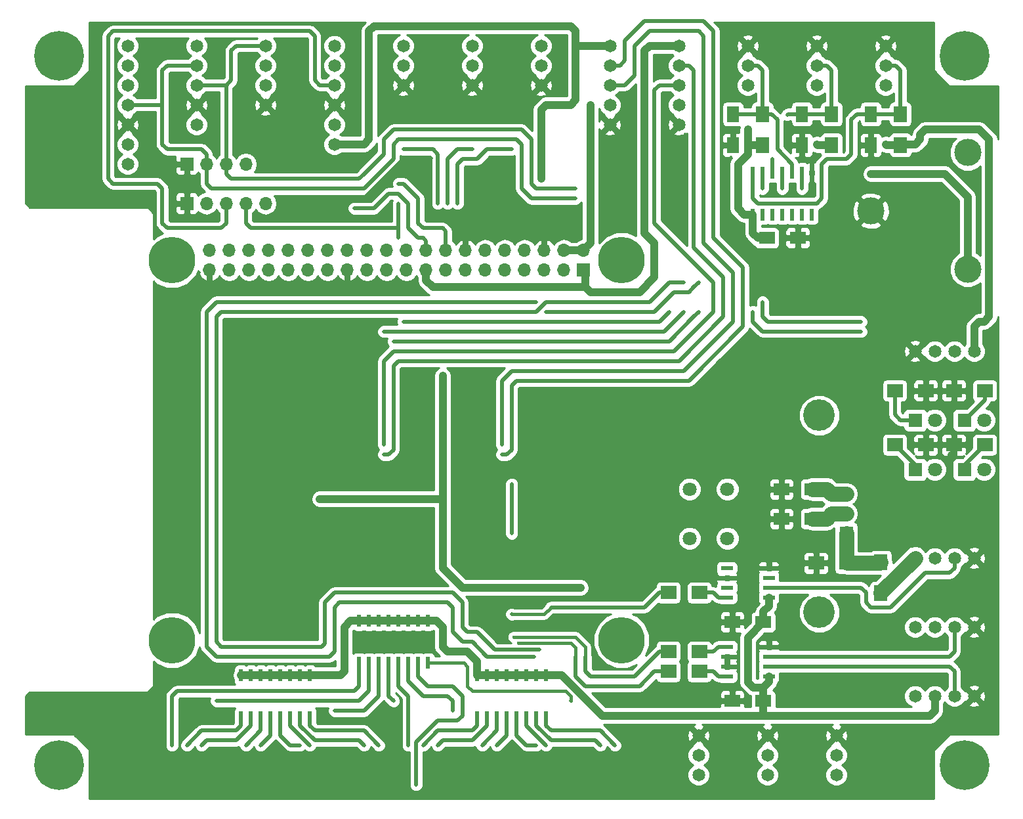
<source format=gbr>
G04 #@! TF.FileFunction,Copper,L2,Bot,Signal*
%FSLAX46Y46*%
G04 Gerber Fmt 4.6, Leading zero omitted, Abs format (unit mm)*
G04 Created by KiCad (PCBNEW 4.0.7) date 01/22/18 20:22:30*
%MOMM*%
%LPD*%
G01*
G04 APERTURE LIST*
%ADD10C,0.100000*%
%ADD11R,1.700000X1.700000*%
%ADD12O,1.700000X1.700000*%
%ADD13C,6.000000*%
%ADD14R,1.600000X2.000000*%
%ADD15R,2.000000X1.600000*%
%ADD16R,1.800000X1.800000*%
%ADD17C,1.800000*%
%ADD18C,1.651000*%
%ADD19R,2.000000X1.700000*%
%ADD20R,1.700000X2.000000*%
%ADD21R,0.600000X1.500000*%
%ADD22R,1.550000X0.600000*%
%ADD23C,3.500000*%
%ADD24O,1.800000X1.800000*%
%ADD25C,4.064000*%
%ADD26C,6.400000*%
%ADD27C,0.800000*%
%ADD28C,0.508000*%
%ADD29C,0.381000*%
%ADD30C,0.508000*%
%ADD31C,0.381000*%
%ADD32C,1.016000*%
%ADD33C,1.905000*%
%ADD34C,0.254000*%
G04 APERTURE END LIST*
D10*
D11*
X90577380Y-77161480D03*
D12*
X90577380Y-74621480D03*
X88037380Y-77161480D03*
X88037380Y-74621480D03*
X85497380Y-77161480D03*
X85497380Y-74621480D03*
X82957380Y-77161480D03*
X82957380Y-74621480D03*
X80417380Y-77161480D03*
X80417380Y-74621480D03*
X77877380Y-77161480D03*
X77877380Y-74621480D03*
X75337380Y-77161480D03*
X75337380Y-74621480D03*
X72797380Y-77161480D03*
X72797380Y-74621480D03*
X70257380Y-77161480D03*
X70257380Y-74621480D03*
X67717380Y-77161480D03*
X67717380Y-74621480D03*
X65177380Y-77161480D03*
X65177380Y-74621480D03*
X62637380Y-77161480D03*
X62637380Y-74621480D03*
X60097380Y-77161480D03*
X60097380Y-74621480D03*
X57557380Y-77161480D03*
X57557380Y-74621480D03*
X55017380Y-77161480D03*
X55017380Y-74621480D03*
X52477380Y-77161480D03*
X52477380Y-74621480D03*
X49937380Y-77161480D03*
X49937380Y-74621480D03*
X47397380Y-77161480D03*
X47397380Y-74621480D03*
X44857380Y-77161480D03*
X44857380Y-74621480D03*
X42317380Y-77161480D03*
X42317380Y-74621480D03*
D13*
X37470000Y-75890000D03*
X37470000Y-124890000D03*
X95470000Y-75890000D03*
X95470000Y-124890000D03*
D14*
X109855000Y-61055000D03*
X109855000Y-57055000D03*
X118745000Y-61055000D03*
X118745000Y-57055000D03*
X127635000Y-61055000D03*
X127635000Y-57055000D03*
D15*
X118205000Y-73025000D03*
X114205000Y-73025000D03*
X113760000Y-132715000D03*
X109760000Y-132715000D03*
X113760000Y-122555000D03*
X109760000Y-122555000D03*
D16*
X139700000Y-102870000D03*
D17*
X142240000Y-102870000D03*
D16*
X139700000Y-96520000D03*
D17*
X142240000Y-96520000D03*
D16*
X133350000Y-102870000D03*
D17*
X135890000Y-102870000D03*
D18*
X133350000Y-87630000D03*
X135890000Y-87630000D03*
X138430000Y-87630000D03*
X140970000Y-87630000D03*
X85090000Y-53340000D03*
X85090000Y-50800000D03*
X85090000Y-48260000D03*
X93980000Y-58420000D03*
X93980000Y-55880000D03*
X93980000Y-53340000D03*
X93980000Y-50800000D03*
X93980000Y-48260000D03*
X102870000Y-58420000D03*
X102870000Y-55880000D03*
X102870000Y-53340000D03*
X102870000Y-50800000D03*
X102870000Y-48260000D03*
X49530000Y-55880000D03*
X49530000Y-53340000D03*
X49530000Y-50800000D03*
X49530000Y-48260000D03*
X67310000Y-53340000D03*
X67310000Y-50800000D03*
X67310000Y-48260000D03*
X76200000Y-53340000D03*
X76200000Y-50800000D03*
X76200000Y-48260000D03*
X111760000Y-53340000D03*
X111760000Y-50800000D03*
X111760000Y-48260000D03*
X120650000Y-53340000D03*
X120650000Y-50800000D03*
X120650000Y-48260000D03*
X129540000Y-53340000D03*
X129540000Y-50800000D03*
X129540000Y-48260000D03*
X133350000Y-114300000D03*
X135890000Y-114300000D03*
X138430000Y-114300000D03*
X140970000Y-114300000D03*
X133350000Y-123190000D03*
X135890000Y-123190000D03*
X138430000Y-123190000D03*
X140970000Y-123190000D03*
X133350000Y-132080000D03*
X135890000Y-132080000D03*
X138430000Y-132080000D03*
X140970000Y-132080000D03*
X105410000Y-142240000D03*
X105410000Y-139700000D03*
X105410000Y-137160000D03*
X114300000Y-142240000D03*
X114300000Y-139700000D03*
X114300000Y-137160000D03*
X123190000Y-142240000D03*
X123190000Y-139700000D03*
X123190000Y-137160000D03*
X40640000Y-58420000D03*
X40640000Y-55880000D03*
X40640000Y-53340000D03*
X40640000Y-50800000D03*
X40640000Y-48260000D03*
X31750000Y-63500000D03*
X31750000Y-60960000D03*
X31750000Y-58420000D03*
X31750000Y-55880000D03*
X31750000Y-53340000D03*
X31750000Y-50800000D03*
X31750000Y-48260000D03*
X58420000Y-58420000D03*
X58420000Y-55880000D03*
X58420000Y-53340000D03*
X58420000Y-50800000D03*
X58420000Y-60960000D03*
X58420000Y-48260000D03*
D19*
X142335000Y-99695000D03*
X138335000Y-99695000D03*
X142335000Y-92710000D03*
X138335000Y-92710000D03*
X130715000Y-99695000D03*
X134715000Y-99695000D03*
D20*
X113665000Y-57055000D03*
X113665000Y-61055000D03*
X122555000Y-57055000D03*
X122555000Y-61055000D03*
X131445000Y-57055000D03*
X131445000Y-61055000D03*
D19*
X105505000Y-128905000D03*
X101505000Y-128905000D03*
X105505000Y-126365000D03*
X101505000Y-126365000D03*
X105505000Y-118745000D03*
X101505000Y-118745000D03*
D11*
X39370000Y-63500000D03*
D12*
X41910000Y-63500000D03*
X44450000Y-63500000D03*
X46990000Y-63500000D03*
D11*
X39370000Y-68580000D03*
D12*
X41910000Y-68580000D03*
X44450000Y-68580000D03*
X46990000Y-68580000D03*
X49530000Y-68580000D03*
D21*
X46355000Y-129380000D03*
X47625000Y-129380000D03*
X48895000Y-129380000D03*
X50165000Y-129380000D03*
X51435000Y-129380000D03*
X52705000Y-129380000D03*
X53975000Y-129380000D03*
X55245000Y-129380000D03*
X55245000Y-134780000D03*
X53975000Y-134780000D03*
X52705000Y-134780000D03*
X51435000Y-134780000D03*
X50165000Y-134780000D03*
X48895000Y-134780000D03*
X47625000Y-134780000D03*
X46355000Y-134780000D03*
X76835000Y-129380000D03*
X78105000Y-129380000D03*
X79375000Y-129380000D03*
X80645000Y-129380000D03*
X81915000Y-129380000D03*
X83185000Y-129380000D03*
X84455000Y-129380000D03*
X85725000Y-129380000D03*
X85725000Y-134780000D03*
X84455000Y-134780000D03*
X83185000Y-134780000D03*
X81915000Y-134780000D03*
X80645000Y-134780000D03*
X79375000Y-134780000D03*
X78105000Y-134780000D03*
X76835000Y-134780000D03*
X61595000Y-122395000D03*
X62865000Y-122395000D03*
X64135000Y-122395000D03*
X65405000Y-122395000D03*
X66675000Y-122395000D03*
X67945000Y-122395000D03*
X69215000Y-122395000D03*
X70485000Y-122395000D03*
X70485000Y-127795000D03*
X69215000Y-127795000D03*
X67945000Y-127795000D03*
X66675000Y-127795000D03*
X65405000Y-127795000D03*
X64135000Y-127795000D03*
X62865000Y-127795000D03*
X61595000Y-127795000D03*
D16*
X133350000Y-96520000D03*
D17*
X135890000Y-96520000D03*
D19*
X130715000Y-92710000D03*
X134715000Y-92710000D03*
D21*
X112395000Y-64610000D03*
X113665000Y-64610000D03*
X114935000Y-64610000D03*
X116205000Y-64610000D03*
X117475000Y-64610000D03*
X118745000Y-64610000D03*
X120015000Y-64610000D03*
X120015000Y-70010000D03*
X118745000Y-70010000D03*
X117475000Y-70010000D03*
X116205000Y-70010000D03*
X114935000Y-70010000D03*
X113665000Y-70010000D03*
X112395000Y-70010000D03*
D22*
X109060000Y-129540000D03*
X109060000Y-128270000D03*
X109060000Y-127000000D03*
X109060000Y-125730000D03*
X114460000Y-125730000D03*
X114460000Y-127000000D03*
X114460000Y-128270000D03*
X114460000Y-129540000D03*
X109060000Y-119380000D03*
X109060000Y-118110000D03*
X109060000Y-116840000D03*
X109060000Y-115570000D03*
X114460000Y-115570000D03*
X114460000Y-116840000D03*
X114460000Y-118110000D03*
X114460000Y-119380000D03*
D23*
X140130000Y-77030000D03*
X127630000Y-69530000D03*
X140130000Y-62030000D03*
D15*
X120110000Y-105410000D03*
X116110000Y-105410000D03*
X120110000Y-109220000D03*
X116110000Y-109220000D03*
D19*
X120555000Y-114935000D03*
X124555000Y-114935000D03*
D20*
X128905000Y-118840000D03*
X128905000Y-114840000D03*
D16*
X124460000Y-111125000D03*
D24*
X124460000Y-108585000D03*
X124460000Y-106045000D03*
D25*
X120967500Y-95885000D03*
X120967500Y-121285000D03*
D26*
X139700000Y-140970000D03*
D27*
X142100000Y-140970000D03*
X141397056Y-142667056D03*
X139700000Y-143370000D03*
X138002944Y-142667056D03*
X137300000Y-140970000D03*
X138002944Y-139272944D03*
X139700000Y-138570000D03*
X141397056Y-139272944D03*
D26*
X139700000Y-49530000D03*
D27*
X142100000Y-49530000D03*
X141397056Y-51227056D03*
X139700000Y-51930000D03*
X138002944Y-51227056D03*
X137300000Y-49530000D03*
X138002944Y-47832944D03*
X139700000Y-47130000D03*
X141397056Y-47832944D03*
D26*
X22860000Y-49530000D03*
D27*
X25260000Y-49530000D03*
X24557056Y-51227056D03*
X22860000Y-51930000D03*
X21162944Y-51227056D03*
X20460000Y-49530000D03*
X21162944Y-47832944D03*
X22860000Y-47130000D03*
X24557056Y-47832944D03*
D26*
X22860000Y-140970000D03*
D27*
X25260000Y-140970000D03*
X24557056Y-142667056D03*
X22860000Y-143370000D03*
X21162944Y-142667056D03*
X20460000Y-140970000D03*
X21162944Y-139272944D03*
X22860000Y-138570000D03*
X24557056Y-139272944D03*
D17*
X104240000Y-111760000D03*
X109120000Y-111760000D03*
X104240000Y-105410000D03*
X109120000Y-105410000D03*
D28*
X60325000Y-84455000D03*
X59690000Y-79375000D03*
X48895000Y-85090000D03*
X38100000Y-81915000D03*
X80010000Y-124460000D03*
X83566000Y-120650000D03*
X76962000Y-121412000D03*
X54610000Y-119380000D03*
X89535000Y-104140000D03*
X67310000Y-108585000D03*
X74930000Y-100330000D03*
X70485000Y-100330000D03*
X57785000Y-68580000D03*
X126365000Y-122555000D03*
X139065000Y-109855000D03*
X71755000Y-57785000D03*
X45085000Y-123190000D03*
X51435000Y-124460000D03*
X88265000Y-121920000D03*
X95250000Y-118110000D03*
X104140000Y-115570000D03*
X106680000Y-115570000D03*
X70866000Y-62738000D03*
X113030000Y-75565000D03*
X102870000Y-64135000D03*
X93980000Y-64135000D03*
X109855000Y-59055000D03*
X43180000Y-48895000D03*
X43180000Y-52070000D03*
X36195000Y-48260000D03*
X33655000Y-54610000D03*
X80645000Y-69215000D03*
X67310000Y-62865000D03*
X53975000Y-50800000D03*
X60960000Y-48260000D03*
X64770000Y-48260000D03*
X71755000Y-50800000D03*
X80645000Y-50800000D03*
X100330000Y-50800000D03*
X134620000Y-71628000D03*
X134620000Y-70612000D03*
X134620000Y-69596000D03*
X134620000Y-68580000D03*
X134620000Y-67564000D03*
X133604000Y-67564000D03*
X133604000Y-68580000D03*
X133604000Y-69596000D03*
X133604000Y-70612000D03*
X133604000Y-71628000D03*
X132588000Y-71628000D03*
X132588000Y-70612000D03*
X132588000Y-69596000D03*
X132588000Y-68580000D03*
X132588000Y-67564000D03*
X131572000Y-67564000D03*
X131572000Y-68580000D03*
X131572000Y-69596000D03*
X131572000Y-70612000D03*
X131572000Y-71628000D03*
X130556000Y-71628000D03*
X130556000Y-70612000D03*
X130556000Y-69596000D03*
X130556000Y-68580000D03*
X130556000Y-67564000D03*
X128270000Y-102870000D03*
X125095000Y-129540000D03*
X99060000Y-140335000D03*
X66675000Y-125095000D03*
X114935000Y-62865000D03*
X116840000Y-57150000D03*
X111760000Y-59055000D03*
X90170000Y-118110000D03*
X72390000Y-90805000D03*
X74930000Y-118110000D03*
X56515000Y-106680000D03*
X72390000Y-106680000D03*
X85090000Y-65405000D03*
X120650000Y-60960000D03*
X129540000Y-60960000D03*
X76200000Y-61595000D03*
X73025000Y-68580000D03*
X74295000Y-68580000D03*
X81280000Y-61595000D03*
X127635000Y-64770000D03*
X91440000Y-55880000D03*
X126365000Y-85090000D03*
X112395000Y-82550000D03*
X103505000Y-78740000D03*
X88265000Y-81280000D03*
X89535000Y-67945000D03*
D29*
X84836000Y-126111000D03*
X54356000Y-125730000D03*
D28*
X126365000Y-83820000D03*
X113665000Y-81280000D03*
X89535000Y-66675000D03*
X105410000Y-78740000D03*
X84455000Y-81280000D03*
X85725000Y-82550000D03*
D29*
X84201000Y-127000000D03*
X53721000Y-127000000D03*
D28*
X80010000Y-99695000D03*
X80010000Y-100965000D03*
X64770000Y-99695000D03*
X64770000Y-100965000D03*
X66040000Y-86360000D03*
X105410000Y-82550000D03*
X60960000Y-69215000D03*
X64770000Y-85090000D03*
X103505000Y-82550000D03*
X71755000Y-68580000D03*
X67310000Y-61595000D03*
D29*
X82169000Y-125222000D03*
X81534000Y-124460000D03*
D28*
X81280000Y-121539000D03*
X67310000Y-83820000D03*
X101600000Y-82550000D03*
X66675000Y-73025000D03*
X66675000Y-68580000D03*
X64135000Y-138430000D03*
X62230000Y-138430000D03*
X55245000Y-138430000D03*
X53975000Y-138430000D03*
X48895000Y-138430000D03*
X46990000Y-138430000D03*
X41275000Y-138430000D03*
X39370000Y-138430000D03*
X94615000Y-138430000D03*
X92710000Y-138430000D03*
X85725000Y-138430000D03*
X84455000Y-138430000D03*
X79375000Y-138430000D03*
X77470000Y-138430000D03*
X71755000Y-138430000D03*
X69850000Y-138430000D03*
X88900000Y-132715000D03*
X68961000Y-143510000D03*
X73660000Y-133985000D03*
X67945000Y-138430000D03*
X66040000Y-132715000D03*
X58420000Y-133985000D03*
X43180000Y-132715000D03*
X37465000Y-138430000D03*
X81280000Y-104775000D03*
X81280000Y-111125000D03*
X113665000Y-66675000D03*
X116205000Y-66675000D03*
X118745000Y-66675000D03*
X66675000Y-66040000D03*
D30*
X60325000Y-84455000D02*
X61595000Y-84455000D01*
X60097380Y-77161480D02*
X60097380Y-78967620D01*
X60097380Y-78967620D02*
X59690000Y-79375000D01*
X48895000Y-85090000D02*
X50165000Y-85090000D01*
X42317380Y-77161480D02*
X42317380Y-79602620D01*
X40005000Y-81915000D02*
X38100000Y-81915000D01*
X42317380Y-79602620D02*
X40005000Y-81915000D01*
X42317380Y-77161480D02*
X42317380Y-77697620D01*
D31*
X80010000Y-124460000D02*
X79375000Y-124460000D01*
X83566000Y-120650000D02*
X83947000Y-120650000D01*
X76962000Y-121412000D02*
X77724000Y-121412000D01*
D30*
X54610000Y-119380000D02*
X54610000Y-118745000D01*
X89535000Y-104140000D02*
X90170000Y-104140000D01*
X67310000Y-108585000D02*
X67945000Y-108585000D01*
X74930000Y-100330000D02*
X75565000Y-100330000D01*
X70485000Y-99695000D02*
X70485000Y-100330000D01*
X62230000Y-67945000D02*
X57785000Y-67945000D01*
X57785000Y-67945000D02*
X57785000Y-68580000D01*
X62230000Y-67945000D02*
X67310000Y-62865000D01*
X138430000Y-120650000D02*
X133350000Y-120650000D01*
X138430000Y-120650000D02*
X140970000Y-123190000D01*
X131445000Y-122555000D02*
X126365000Y-122555000D01*
X133350000Y-120650000D02*
X131445000Y-122555000D01*
X137795000Y-104775000D02*
X137795000Y-108585000D01*
X137795000Y-100965000D02*
X137795000Y-104775000D01*
X138335000Y-100425000D02*
X137795000Y-100965000D01*
X137795000Y-108585000D02*
X139065000Y-109855000D01*
X138335000Y-99695000D02*
X138335000Y-100425000D01*
X71755000Y-57785000D02*
X71755000Y-57150000D01*
D31*
X45085000Y-123190000D02*
X45085000Y-123825000D01*
X51435000Y-124460000D02*
X50800000Y-124460000D01*
D30*
X88265000Y-121920000D02*
X87630000Y-121920000D01*
X109060000Y-116840000D02*
X107950000Y-116840000D01*
X95250000Y-115570000D02*
X95250000Y-118110000D01*
X104140000Y-115570000D02*
X95250000Y-115570000D01*
X107950000Y-116840000D02*
X106680000Y-115570000D01*
X70866000Y-62738000D02*
X70358000Y-63246000D01*
X118205000Y-73025000D02*
X118205000Y-75470000D01*
X118110000Y-75565000D02*
X113030000Y-75565000D01*
X118205000Y-75470000D02*
X118110000Y-75565000D01*
X102870000Y-58420000D02*
X101600000Y-59690000D01*
X101600000Y-64135000D02*
X102870000Y-64135000D01*
X101600000Y-59690000D02*
X101600000Y-64135000D01*
X93980000Y-58420000D02*
X95250000Y-59690000D01*
X95250000Y-64135000D02*
X93980000Y-64135000D01*
X95250000Y-59690000D02*
X95250000Y-64135000D01*
X109855000Y-59055000D02*
X110490000Y-59055000D01*
X43180000Y-52070000D02*
X43180000Y-48895000D01*
X33655000Y-54610000D02*
X33655000Y-48895000D01*
X36195000Y-48895000D02*
X36195000Y-48260000D01*
X33655000Y-48895000D02*
X36195000Y-48895000D01*
X33655000Y-54610000D02*
X34290000Y-54610000D01*
X80645000Y-69215000D02*
X80645000Y-68580000D01*
X67310000Y-62865000D02*
X67945000Y-63500000D01*
X49530000Y-55880000D02*
X53975000Y-51435000D01*
X53975000Y-51435000D02*
X53975000Y-50800000D01*
X58420000Y-55880000D02*
X60960000Y-53340000D01*
X60960000Y-53340000D02*
X60960000Y-48260000D01*
X67310000Y-53340000D02*
X64770000Y-50800000D01*
X64770000Y-50800000D02*
X64770000Y-48260000D01*
X76200000Y-53340000D02*
X73660000Y-50800000D01*
X73660000Y-50800000D02*
X71755000Y-50800000D01*
X85090000Y-53340000D02*
X82550000Y-50800000D01*
X82550000Y-50800000D02*
X80645000Y-50800000D01*
X100330000Y-50800000D02*
X100330000Y-50165000D01*
X135128000Y-71628000D02*
X134620000Y-71628000D01*
X134620000Y-69596000D02*
X134620000Y-70612000D01*
X134620000Y-67564000D02*
X134620000Y-68580000D01*
X133604000Y-68580000D02*
X133604000Y-67564000D01*
X133604000Y-70612000D02*
X133604000Y-69596000D01*
X132588000Y-71628000D02*
X133604000Y-71628000D01*
X132588000Y-69596000D02*
X132588000Y-70612000D01*
X132588000Y-67564000D02*
X132588000Y-68580000D01*
X131572000Y-68580000D02*
X131572000Y-67564000D01*
X131572000Y-70612000D02*
X131572000Y-69596000D01*
X130556000Y-71628000D02*
X131572000Y-71628000D01*
X130556000Y-69596000D02*
X130556000Y-70612000D01*
X130556000Y-67564000D02*
X130556000Y-68580000D01*
X133350000Y-87630000D02*
X130810000Y-90170000D01*
X128270000Y-90170000D02*
X128270000Y-102870000D01*
X130810000Y-90170000D02*
X128270000Y-90170000D01*
X125095000Y-129540000D02*
X124460000Y-129540000D01*
X105410000Y-137160000D02*
X102235000Y-140335000D01*
X102235000Y-140335000D02*
X99060000Y-140335000D01*
X66675000Y-125095000D02*
X67310000Y-125095000D01*
X117475000Y-64610000D02*
X117475000Y-63500000D01*
X114840000Y-57055000D02*
X113665000Y-57055000D01*
X115570000Y-57785000D02*
X114840000Y-57055000D01*
X115570000Y-61595000D02*
X115570000Y-57785000D01*
X117475000Y-63500000D02*
X115570000Y-61595000D01*
X113665000Y-57055000D02*
X113665000Y-51435000D01*
X113030000Y-50800000D02*
X111760000Y-50800000D01*
X113665000Y-51435000D02*
X113030000Y-50800000D01*
X113665000Y-57055000D02*
X109855000Y-57055000D01*
X116840000Y-57150000D02*
X116935000Y-57055000D01*
X118745000Y-57055000D02*
X116935000Y-57055000D01*
X114935000Y-62865000D02*
X114935000Y-64610000D01*
X122555000Y-57055000D02*
X122555000Y-51435000D01*
X121920000Y-50800000D02*
X120650000Y-50800000D01*
X122555000Y-51435000D02*
X121920000Y-50800000D01*
X122555000Y-57055000D02*
X118745000Y-57055000D01*
X112395000Y-66040000D02*
X112395000Y-64610000D01*
X112395000Y-65880000D02*
X112395000Y-66040000D01*
X112395000Y-66040000D02*
X112395000Y-67945000D01*
X125825000Y-57055000D02*
X127635000Y-57055000D01*
X125095000Y-57785000D02*
X125825000Y-57055000D01*
X125095000Y-62230000D02*
X125095000Y-57785000D01*
X124460000Y-62865000D02*
X125095000Y-62230000D01*
X121920000Y-62865000D02*
X124460000Y-62865000D01*
X121285000Y-63500000D02*
X121920000Y-62865000D01*
X121285000Y-67945000D02*
X121285000Y-63500000D01*
X120650000Y-68580000D02*
X121285000Y-67945000D01*
X113030000Y-68580000D02*
X120650000Y-68580000D01*
X112395000Y-67945000D02*
X113030000Y-68580000D01*
X131445000Y-57055000D02*
X131445000Y-51435000D01*
X130810000Y-50800000D02*
X129540000Y-50800000D01*
X131445000Y-51435000D02*
X130810000Y-50800000D01*
X131445000Y-57055000D02*
X127635000Y-57055000D01*
D32*
X113665000Y-61055000D02*
X111760000Y-61055000D01*
X111760000Y-61055000D02*
X111760000Y-60960000D01*
X111760000Y-62230000D02*
X111760000Y-60960000D01*
X111760000Y-60960000D02*
X111760000Y-59055000D01*
X111285000Y-70010000D02*
X110490000Y-69215000D01*
X110490000Y-69215000D02*
X110490000Y-63500000D01*
X110490000Y-63500000D02*
X111760000Y-62230000D01*
X111285000Y-70010000D02*
X112395000Y-70010000D01*
X74930000Y-118110000D02*
X90170000Y-118110000D01*
X140970000Y-87630000D02*
X140970000Y-84455000D01*
X133350000Y-60960000D02*
X131540000Y-60960000D01*
X133985000Y-60325000D02*
X133350000Y-60960000D01*
X133985000Y-59690000D02*
X133985000Y-60325000D01*
X134620000Y-59055000D02*
X133985000Y-59690000D01*
X141605000Y-59055000D02*
X134620000Y-59055000D01*
X142875000Y-60325000D02*
X141605000Y-59055000D01*
X142875000Y-72390000D02*
X142875000Y-60325000D01*
X142875000Y-83185000D02*
X142875000Y-72390000D01*
X142240000Y-83820000D02*
X142875000Y-83185000D01*
X141605000Y-83820000D02*
X142240000Y-83820000D01*
X140970000Y-84455000D02*
X141605000Y-83820000D01*
X131540000Y-60960000D02*
X131445000Y-61055000D01*
X72390000Y-106680000D02*
X72390000Y-90805000D01*
X72390000Y-106680000D02*
X72390000Y-115570000D01*
X72390000Y-115570000D02*
X74930000Y-118110000D01*
X72390000Y-106680000D02*
X56515000Y-106680000D01*
X98425000Y-60960000D02*
X98425000Y-72390000D01*
X99695000Y-78105000D02*
X99695000Y-78105000D01*
X90805000Y-79375000D02*
X91440000Y-80010000D01*
X99060000Y-48260000D02*
X102870000Y-48260000D01*
X98425000Y-48895000D02*
X99060000Y-48260000D01*
X98425000Y-60960000D02*
X98425000Y-48895000D01*
X97790000Y-80010000D02*
X99695000Y-78105000D01*
X91440000Y-80010000D02*
X97790000Y-80010000D01*
X99695000Y-73660000D02*
X99695000Y-78105000D01*
X98425000Y-72390000D02*
X99695000Y-73660000D01*
X90805000Y-77389100D02*
X90805000Y-79375000D01*
X90805000Y-79375000D02*
X71120000Y-79375000D01*
X71120000Y-79375000D02*
X70257380Y-78512380D01*
X70257380Y-78512380D02*
X70257380Y-77161480D01*
X90805000Y-77389100D02*
X90577380Y-77161480D01*
X114205000Y-73025000D02*
X113030000Y-73025000D01*
X113030000Y-73025000D02*
X112395000Y-72390000D01*
X112395000Y-72390000D02*
X112395000Y-70010000D01*
X89535000Y-48260000D02*
X89535000Y-55245000D01*
X85090000Y-56515000D02*
X85090000Y-65405000D01*
X85725000Y-55880000D02*
X85090000Y-56515000D01*
X88900000Y-55880000D02*
X85725000Y-55880000D01*
X89535000Y-55245000D02*
X88900000Y-55880000D01*
X88900000Y-45720000D02*
X89535000Y-46355000D01*
X89535000Y-48260000D02*
X93980000Y-48260000D01*
X89535000Y-46355000D02*
X89535000Y-48260000D01*
X120745000Y-61055000D02*
X122555000Y-61055000D01*
X120650000Y-60960000D02*
X120745000Y-61055000D01*
X129635000Y-61055000D02*
X131445000Y-61055000D01*
X129540000Y-60960000D02*
X129635000Y-61055000D01*
X62230000Y-60960000D02*
X58420000Y-60960000D01*
X62865000Y-60325000D02*
X62230000Y-60960000D01*
X62865000Y-46355000D02*
X62865000Y-60325000D01*
X63500000Y-45720000D02*
X62865000Y-46355000D01*
X88900000Y-45720000D02*
X63500000Y-45720000D01*
D30*
X74295000Y-61595000D02*
X76200000Y-61595000D01*
X73025000Y-62865000D02*
X74295000Y-61595000D01*
X73025000Y-68580000D02*
X73025000Y-62865000D01*
X74930000Y-62865000D02*
X76835000Y-62865000D01*
X74295000Y-68580000D02*
X74295000Y-63500000D01*
X74295000Y-63500000D02*
X74930000Y-62865000D01*
X78105000Y-61595000D02*
X81280000Y-61595000D01*
X76835000Y-62865000D02*
X78105000Y-61595000D01*
D32*
X140130000Y-77030000D02*
X140130000Y-67740000D01*
X137160000Y-64770000D02*
X127635000Y-64770000D01*
X140130000Y-67740000D02*
X137160000Y-64770000D01*
D33*
X124460000Y-106045000D02*
X122555000Y-106045000D01*
X121920000Y-105410000D02*
X120110000Y-105410000D01*
X122555000Y-106045000D02*
X121920000Y-105410000D01*
X128905000Y-118840000D02*
X128905000Y-118745000D01*
X128905000Y-118745000D02*
X133350000Y-114300000D01*
X124460000Y-108585000D02*
X122555000Y-108585000D01*
X121920000Y-109220000D02*
X120110000Y-109220000D01*
X122555000Y-108585000D02*
X121920000Y-109220000D01*
D30*
X130715000Y-92710000D02*
X130715000Y-95790000D01*
X131445000Y-96520000D02*
X133350000Y-96520000D01*
X130715000Y-95790000D02*
X131445000Y-96520000D01*
D32*
X90577380Y-74621480D02*
X88037380Y-74621480D01*
X116205000Y-134620000D02*
X135255000Y-134620000D01*
X135255000Y-134620000D02*
X135890000Y-133985000D01*
X135890000Y-133985000D02*
X135890000Y-132080000D01*
X113665000Y-134620000D02*
X116205000Y-134620000D01*
X91440000Y-73660000D02*
X90577380Y-74522620D01*
X91440000Y-55880000D02*
X91440000Y-73660000D01*
X90577380Y-74522620D02*
X90577380Y-74621480D01*
X113760000Y-132715000D02*
X113760000Y-134620000D01*
X113760000Y-134620000D02*
X113665000Y-134620000D01*
X85725000Y-129380000D02*
X87724000Y-129380000D01*
X87724000Y-129380000D02*
X92964000Y-134620000D01*
X92964000Y-134620000D02*
X113665000Y-134620000D01*
X76835000Y-129380000D02*
X76835000Y-127635000D01*
X71595000Y-122395000D02*
X72390000Y-123190000D01*
X71595000Y-122395000D02*
X70485000Y-122395000D01*
X72390000Y-125730000D02*
X72390000Y-123190000D01*
X73025000Y-126365000D02*
X72390000Y-125730000D01*
X75565000Y-126365000D02*
X73025000Y-126365000D01*
X76835000Y-127635000D02*
X75565000Y-126365000D01*
X59690000Y-128905000D02*
X59690000Y-123190000D01*
X60485000Y-122395000D02*
X59690000Y-123190000D01*
X61595000Y-122395000D02*
X60485000Y-122395000D01*
X59215000Y-129380000D02*
X59690000Y-128905000D01*
X59215000Y-129380000D02*
X55245000Y-129380000D01*
X61595000Y-122395000D02*
X62865000Y-122395000D01*
X62865000Y-122395000D02*
X64135000Y-122395000D01*
X64135000Y-122395000D02*
X65405000Y-122395000D01*
X65405000Y-122395000D02*
X66675000Y-122395000D01*
X66675000Y-122395000D02*
X67945000Y-122395000D01*
X67945000Y-122395000D02*
X69215000Y-122395000D01*
X69215000Y-122395000D02*
X70485000Y-122395000D01*
X85725000Y-129380000D02*
X84455000Y-129380000D01*
X84455000Y-129380000D02*
X83185000Y-129380000D01*
X83185000Y-129380000D02*
X81915000Y-129380000D01*
X81915000Y-129380000D02*
X80645000Y-129380000D01*
X80645000Y-129380000D02*
X79375000Y-129380000D01*
X79375000Y-129380000D02*
X78105000Y-129380000D01*
X78105000Y-129380000D02*
X76835000Y-129380000D01*
X46355000Y-129380000D02*
X47625000Y-129380000D01*
X47625000Y-129380000D02*
X48895000Y-129380000D01*
X48895000Y-129380000D02*
X50165000Y-129380000D01*
X50165000Y-129380000D02*
X51435000Y-129380000D01*
X51435000Y-129380000D02*
X52705000Y-129380000D01*
X52705000Y-129380000D02*
X53975000Y-129380000D01*
X53975000Y-129380000D02*
X55245000Y-129380000D01*
X113760000Y-130969000D02*
X112427000Y-130969000D01*
X111760000Y-124555000D02*
X113760000Y-122555000D01*
X111760000Y-130302000D02*
X111760000Y-124555000D01*
X112427000Y-130969000D02*
X111760000Y-130302000D01*
X114460000Y-129540000D02*
X114460000Y-130269000D01*
X113760000Y-130969000D02*
X113760000Y-132715000D01*
X114460000Y-130269000D02*
X113760000Y-130969000D01*
X113760000Y-122555000D02*
X113760000Y-121190000D01*
X113760000Y-121190000D02*
X114460000Y-120490000D01*
X114460000Y-120490000D02*
X114460000Y-119380000D01*
D30*
X142335000Y-92710000D02*
X142335000Y-93885000D01*
X142335000Y-93885000D02*
X139700000Y-96520000D01*
X133350000Y-102870000D02*
X133350000Y-102330000D01*
X133350000Y-102330000D02*
X130715000Y-99695000D01*
X112395000Y-83820000D02*
X112395000Y-82550000D01*
X113665000Y-85090000D02*
X112395000Y-83820000D01*
X126365000Y-85090000D02*
X113665000Y-85090000D01*
X43815000Y-82550000D02*
X43180000Y-83185000D01*
X43180000Y-83185000D02*
X43180000Y-125095000D01*
X43180000Y-125095000D02*
X43815000Y-125730000D01*
X54356000Y-125730000D02*
X43815000Y-125730000D01*
X43815000Y-82550000D02*
X84455000Y-82550000D01*
X84455000Y-82550000D02*
X85725000Y-81280000D01*
X85725000Y-81280000D02*
X88265000Y-81280000D01*
X88900000Y-81280000D02*
X88265000Y-81280000D01*
X88900000Y-81280000D02*
X98425000Y-81280000D01*
X101600000Y-78740000D02*
X103505000Y-78740000D01*
X99060000Y-81280000D02*
X101600000Y-78740000D01*
X99060000Y-81280000D02*
X98425000Y-81280000D01*
X83820000Y-67945000D02*
X89535000Y-67945000D01*
X62230000Y-66675000D02*
X59690000Y-66675000D01*
X66040000Y-60960000D02*
X66040000Y-62865000D01*
X59690000Y-66675000D02*
X42545000Y-66675000D01*
X41910000Y-63500000D02*
X41910000Y-66040000D01*
X42545000Y-66675000D02*
X41910000Y-66040000D01*
X64135000Y-64770000D02*
X62865000Y-66040000D01*
X66675000Y-60325000D02*
X66040000Y-60960000D01*
X81915000Y-60325000D02*
X66675000Y-60325000D01*
X82550000Y-60960000D02*
X81915000Y-60325000D01*
X82550000Y-66675000D02*
X82550000Y-60960000D01*
X83820000Y-67945000D02*
X82550000Y-66675000D01*
X66040000Y-62865000D02*
X64135000Y-64770000D01*
X62865000Y-66040000D02*
X62230000Y-66675000D01*
X84836000Y-126111000D02*
X79121000Y-126111000D01*
X79121000Y-126111000D02*
X78105000Y-125095000D01*
X54356000Y-125730000D02*
X56769000Y-125730000D01*
X76835000Y-123825000D02*
X78105000Y-125095000D01*
X75565000Y-123825000D02*
X76835000Y-123825000D01*
X74930000Y-123190000D02*
X75565000Y-123825000D01*
X74930000Y-120015000D02*
X74930000Y-123190000D01*
X73660000Y-118745000D02*
X74930000Y-120015000D01*
X58420000Y-118745000D02*
X73660000Y-118745000D01*
X57150000Y-120015000D02*
X58420000Y-118745000D01*
X57150000Y-125349000D02*
X57150000Y-120015000D01*
X56769000Y-125730000D02*
X57150000Y-125349000D01*
X36195000Y-55880000D02*
X36195000Y-56515000D01*
X41910000Y-62230000D02*
X41275000Y-61595000D01*
X41275000Y-61595000D02*
X36830000Y-61595000D01*
X36830000Y-61595000D02*
X36195000Y-60960000D01*
X36195000Y-60960000D02*
X36195000Y-56515000D01*
X41910000Y-62230000D02*
X41910000Y-63500000D01*
X35560000Y-55880000D02*
X36195000Y-55880000D01*
X36830000Y-50800000D02*
X36195000Y-51435000D01*
X36195000Y-51435000D02*
X36195000Y-55245000D01*
X31750000Y-55880000D02*
X35560000Y-55880000D01*
X36830000Y-50800000D02*
X40640000Y-50800000D01*
X36195000Y-55880000D02*
X36195000Y-55245000D01*
X113665000Y-83185000D02*
X113665000Y-81280000D01*
X114300000Y-83820000D02*
X113665000Y-83185000D01*
X126365000Y-83820000D02*
X114300000Y-83820000D01*
X104140000Y-80010000D02*
X104775000Y-79375000D01*
X102235000Y-80010000D02*
X104140000Y-80010000D01*
X84455000Y-66675000D02*
X89535000Y-66675000D01*
X61595000Y-65405000D02*
X59055000Y-65405000D01*
X63500000Y-63500000D02*
X64770000Y-62230000D01*
X59055000Y-65405000D02*
X45085000Y-65405000D01*
X45085000Y-65405000D02*
X44450000Y-64770000D01*
X44450000Y-64770000D02*
X44450000Y-63500000D01*
X63500000Y-63500000D02*
X62230000Y-64770000D01*
X64770000Y-60325000D02*
X64770000Y-62230000D01*
X66040000Y-59055000D02*
X64770000Y-60325000D01*
X82550000Y-59055000D02*
X66040000Y-59055000D01*
X83820000Y-60325000D02*
X82550000Y-59055000D01*
X83820000Y-66040000D02*
X83820000Y-60325000D01*
X84455000Y-66675000D02*
X83820000Y-66040000D01*
X62230000Y-64770000D02*
X61595000Y-65405000D01*
X104775000Y-79375000D02*
X105410000Y-78740000D01*
X43180000Y-81280000D02*
X41910000Y-82550000D01*
X43180000Y-81280000D02*
X84455000Y-81280000D01*
X41910000Y-82550000D02*
X41910000Y-125730000D01*
X41910000Y-125730000D02*
X43180000Y-127000000D01*
X53721000Y-127000000D02*
X43180000Y-127000000D01*
X99695000Y-82550000D02*
X102235000Y-80010000D01*
X85725000Y-82550000D02*
X99695000Y-82550000D01*
X102235000Y-80010000D02*
X102235000Y-80010000D01*
X84201000Y-127000000D02*
X78105000Y-127000000D01*
X53721000Y-127000000D02*
X57785000Y-127000000D01*
X57785000Y-127000000D02*
X58420000Y-126365000D01*
X58420000Y-126365000D02*
X58420000Y-120650000D01*
X58420000Y-120650000D02*
X59055000Y-120015000D01*
X59055000Y-120015000D02*
X73025000Y-120015000D01*
X73025000Y-120015000D02*
X73660000Y-120650000D01*
X73660000Y-120650000D02*
X73660000Y-123825000D01*
X73660000Y-123825000D02*
X74930000Y-125095000D01*
X74930000Y-125095000D02*
X76200000Y-125095000D01*
X76200000Y-125095000D02*
X78105000Y-127000000D01*
X44450000Y-63500000D02*
X44450000Y-53340000D01*
X40640000Y-53340000D02*
X44450000Y-53340000D01*
X44450000Y-53340000D02*
X45085000Y-52705000D01*
X45085000Y-52705000D02*
X45085000Y-48895000D01*
X45085000Y-48895000D02*
X45720000Y-48260000D01*
X45720000Y-48260000D02*
X49530000Y-48260000D01*
X80010000Y-91440000D02*
X80010000Y-99695000D01*
X80010000Y-91440000D02*
X81280000Y-90170000D01*
X81280000Y-90170000D02*
X103505000Y-90170000D01*
X103505000Y-90170000D02*
X109855000Y-83820000D01*
X109855000Y-83820000D02*
X109855000Y-77470000D01*
X109855000Y-77470000D02*
X107315000Y-74930000D01*
X106045000Y-60960000D02*
X106045000Y-46990000D01*
X106045000Y-46990000D02*
X105410000Y-46355000D01*
X105410000Y-46355000D02*
X99060000Y-46355000D01*
X99060000Y-46355000D02*
X97155000Y-48260000D01*
X97155000Y-48260000D02*
X97155000Y-52070000D01*
X97155000Y-52070000D02*
X95885000Y-53340000D01*
X93980000Y-53340000D02*
X95885000Y-53340000D01*
X106045000Y-73660000D02*
X107315000Y-74930000D01*
X106045000Y-60960000D02*
X106045000Y-73660000D01*
X107950000Y-73660000D02*
X107315000Y-73025000D01*
X80010000Y-100965000D02*
X80645000Y-100965000D01*
X80645000Y-100965000D02*
X81280000Y-100330000D01*
X81280000Y-100330000D02*
X81280000Y-92075000D01*
X81280000Y-92075000D02*
X81915000Y-91440000D01*
X81915000Y-91440000D02*
X104140000Y-91440000D01*
X104140000Y-91440000D02*
X111125000Y-84455000D01*
X111125000Y-84455000D02*
X111125000Y-76835000D01*
X111125000Y-76835000D02*
X107950000Y-73660000D01*
X107315000Y-61595000D02*
X107315000Y-46355000D01*
X107315000Y-46355000D02*
X106045000Y-45085000D01*
X106045000Y-45085000D02*
X98425000Y-45085000D01*
X98425000Y-45085000D02*
X95885000Y-47625000D01*
X95885000Y-47625000D02*
X95885000Y-50165000D01*
X95885000Y-50165000D02*
X95250000Y-50800000D01*
X93980000Y-50800000D02*
X95250000Y-50800000D01*
X107315000Y-73025000D02*
X107315000Y-61595000D01*
X100965000Y-72390000D02*
X99695000Y-71120000D01*
X64770000Y-99695000D02*
X64770000Y-88900000D01*
X64770000Y-88900000D02*
X66040000Y-87630000D01*
X66040000Y-87630000D02*
X102235000Y-87630000D01*
X102235000Y-87630000D02*
X107315000Y-82550000D01*
X107315000Y-82550000D02*
X107315000Y-78740000D01*
X107315000Y-78740000D02*
X106045000Y-77470000D01*
X100330000Y-53340000D02*
X102870000Y-53340000D01*
X99695000Y-53975000D02*
X100330000Y-53340000D01*
X99695000Y-70485000D02*
X99695000Y-53975000D01*
X106045000Y-77470000D02*
X100965000Y-72390000D01*
X99695000Y-71120000D02*
X99695000Y-70485000D01*
X106680000Y-76200000D02*
X104775000Y-74295000D01*
X64770000Y-100965000D02*
X65405000Y-100965000D01*
X65405000Y-100965000D02*
X66040000Y-100330000D01*
X66040000Y-100330000D02*
X66040000Y-89535000D01*
X66040000Y-89535000D02*
X66675000Y-88900000D01*
X66675000Y-88900000D02*
X102870000Y-88900000D01*
X102870000Y-88900000D02*
X108585000Y-83185000D01*
X108585000Y-83185000D02*
X108585000Y-78105000D01*
X108585000Y-78105000D02*
X106680000Y-76200000D01*
X104775000Y-74295000D02*
X104775000Y-60325000D01*
X104140000Y-50800000D02*
X102870000Y-50800000D01*
X104775000Y-51435000D02*
X104140000Y-50800000D01*
X104775000Y-60325000D02*
X104775000Y-51435000D01*
X127635000Y-120650000D02*
X127000000Y-120015000D01*
X137795000Y-116205000D02*
X138430000Y-115570000D01*
X138430000Y-114300000D02*
X138430000Y-115570000D01*
X134620000Y-116205000D02*
X137795000Y-116205000D01*
X127635000Y-120650000D02*
X130175000Y-120650000D01*
X130175000Y-120650000D02*
X134620000Y-116205000D01*
X127000000Y-118745000D02*
X126365000Y-118110000D01*
X127000000Y-120015000D02*
X127000000Y-118745000D01*
X114460000Y-118110000D02*
X126365000Y-118110000D01*
X138430000Y-123190000D02*
X138430000Y-126365000D01*
X137795000Y-127000000D02*
X114460000Y-127000000D01*
X138430000Y-126365000D02*
X137795000Y-127000000D01*
X138430000Y-132080000D02*
X138430000Y-128905000D01*
X137795000Y-128270000D02*
X114460000Y-128270000D01*
X138430000Y-128905000D02*
X137795000Y-128270000D01*
X101600000Y-86360000D02*
X66040000Y-86360000D01*
X104775000Y-83185000D02*
X101600000Y-86360000D01*
X105410000Y-82550000D02*
X104775000Y-83185000D01*
X43815000Y-71755000D02*
X36830000Y-71755000D01*
X55880000Y-52705000D02*
X56515000Y-53340000D01*
X55880000Y-46990000D02*
X55880000Y-52705000D01*
X55245000Y-46355000D02*
X55880000Y-46990000D01*
X29845000Y-46355000D02*
X55245000Y-46355000D01*
X29210000Y-46990000D02*
X29845000Y-46355000D01*
X29210000Y-65405000D02*
X29210000Y-46990000D01*
X58420000Y-53340000D02*
X56515000Y-53340000D01*
X44450000Y-71120000D02*
X43815000Y-71755000D01*
X44450000Y-71120000D02*
X44450000Y-68580000D01*
X29845000Y-66040000D02*
X29210000Y-65405000D01*
X35560000Y-66040000D02*
X29845000Y-66040000D01*
X36195000Y-66675000D02*
X35560000Y-66040000D01*
X36195000Y-71120000D02*
X36195000Y-66675000D01*
X36830000Y-71755000D02*
X36195000Y-71120000D01*
X62230000Y-69215000D02*
X60960000Y-69215000D01*
X65405000Y-67310000D02*
X64770000Y-67945000D01*
X70257380Y-74621480D02*
X70257380Y-73432380D01*
X67945000Y-68580000D02*
X66675000Y-67310000D01*
X67945000Y-71755000D02*
X67945000Y-68580000D01*
X69215000Y-73025000D02*
X67945000Y-71755000D01*
X69850000Y-73025000D02*
X69215000Y-73025000D01*
X70257380Y-73432380D02*
X69850000Y-73025000D01*
X66675000Y-67310000D02*
X65405000Y-67310000D01*
X63500000Y-69215000D02*
X62230000Y-69215000D01*
X64770000Y-67945000D02*
X63500000Y-69215000D01*
X103505000Y-82550000D02*
X103505000Y-82550000D01*
X103505000Y-82550000D02*
X100965000Y-85090000D01*
X100965000Y-85090000D02*
X64770000Y-85090000D01*
X71755000Y-68580000D02*
X71755000Y-62230000D01*
X71755000Y-62230000D02*
X71120000Y-61595000D01*
X71120000Y-61595000D02*
X67310000Y-61595000D01*
X109060000Y-129540000D02*
X107950000Y-129540000D01*
X107315000Y-128905000D02*
X105505000Y-128905000D01*
X107950000Y-129540000D02*
X107315000Y-128905000D01*
D31*
X89535000Y-125857000D02*
X88900000Y-125222000D01*
X88900000Y-125222000D02*
X82550000Y-125222000D01*
D30*
X99695000Y-128905000D02*
X101505000Y-128905000D01*
X89535000Y-129540000D02*
X89535000Y-127000000D01*
X90805000Y-130810000D02*
X89535000Y-129540000D01*
X97790000Y-130810000D02*
X90805000Y-130810000D01*
X99695000Y-128905000D02*
X97790000Y-130810000D01*
D31*
X89535000Y-127000000D02*
X89535000Y-125857000D01*
X82169000Y-125222000D02*
X82550000Y-125222000D01*
D30*
X109060000Y-125730000D02*
X107950000Y-125730000D01*
X107315000Y-126365000D02*
X105505000Y-126365000D01*
X107950000Y-125730000D02*
X107315000Y-126365000D01*
D31*
X90805000Y-127000000D02*
X90805000Y-125730000D01*
D30*
X100330000Y-126365000D02*
X101505000Y-126365000D01*
X91440000Y-129540000D02*
X90805000Y-128905000D01*
X97155000Y-129540000D02*
X91440000Y-129540000D01*
X100330000Y-126365000D02*
X97155000Y-129540000D01*
X90805000Y-127000000D02*
X90805000Y-128905000D01*
D31*
X89535000Y-124460000D02*
X82550000Y-124460000D01*
X90805000Y-125730000D02*
X89535000Y-124460000D01*
X81534000Y-124460000D02*
X82550000Y-124460000D01*
D30*
X109060000Y-119380000D02*
X107950000Y-119380000D01*
X107315000Y-118745000D02*
X105505000Y-118745000D01*
X107950000Y-119380000D02*
X107315000Y-118745000D01*
D31*
X86360000Y-120650000D02*
X85471000Y-121539000D01*
X85471000Y-121539000D02*
X81280000Y-121539000D01*
D30*
X100330000Y-118745000D02*
X101505000Y-118745000D01*
X98425000Y-120650000D02*
X86360000Y-120650000D01*
X100330000Y-118745000D02*
X98425000Y-120650000D01*
D33*
X124555000Y-114935000D02*
X128810000Y-114935000D01*
X128810000Y-114935000D02*
X128905000Y-114840000D01*
X124460000Y-111125000D02*
X124460000Y-114840000D01*
X124460000Y-114840000D02*
X124555000Y-114935000D01*
D30*
X67945000Y-77389100D02*
X67717380Y-77161480D01*
X66675000Y-71755000D02*
X66675000Y-72390000D01*
X100330000Y-83820000D02*
X67310000Y-83820000D01*
X101600000Y-82550000D02*
X100330000Y-83820000D01*
X101600000Y-82550000D02*
X101600000Y-82550000D01*
X66675000Y-72390000D02*
X66675000Y-73025000D01*
X46990000Y-68580000D02*
X46990000Y-71120000D01*
X66675000Y-71120000D02*
X66675000Y-68580000D01*
X66675000Y-71755000D02*
X66675000Y-71120000D01*
X47625000Y-71755000D02*
X66675000Y-71755000D01*
X46990000Y-71120000D02*
X47625000Y-71755000D01*
X55245000Y-134780000D02*
X55245000Y-135890000D01*
X64135000Y-138430000D02*
X64135000Y-138430000D01*
X62230000Y-136525000D02*
X64135000Y-138430000D01*
X55880000Y-136525000D02*
X62230000Y-136525000D01*
X55245000Y-135890000D02*
X55880000Y-136525000D01*
X53975000Y-134780000D02*
X53975000Y-135890000D01*
X61595000Y-137795000D02*
X62230000Y-138430000D01*
X55880000Y-137795000D02*
X61595000Y-137795000D01*
X53975000Y-135890000D02*
X55880000Y-137795000D01*
X52705000Y-134780000D02*
X52705000Y-135890000D01*
X52705000Y-135890000D02*
X55245000Y-138430000D01*
X51435000Y-134780000D02*
X51435000Y-137160000D01*
X52705000Y-138430000D02*
X53975000Y-138430000D01*
X51435000Y-137160000D02*
X52705000Y-138430000D01*
X50165000Y-134780000D02*
X50165000Y-137160000D01*
X50165000Y-137160000D02*
X48895000Y-138430000D01*
X48895000Y-134780000D02*
X48895000Y-136525000D01*
X48895000Y-136525000D02*
X46990000Y-138430000D01*
X47625000Y-134780000D02*
X47625000Y-135890000D01*
X47625000Y-135890000D02*
X45720000Y-137795000D01*
X45720000Y-137795000D02*
X41910000Y-137795000D01*
X41910000Y-137795000D02*
X41275000Y-138430000D01*
X46355000Y-134780000D02*
X46355000Y-135890000D01*
X39370000Y-138430000D02*
X39370000Y-138430000D01*
X41275000Y-136525000D02*
X39370000Y-138430000D01*
X45720000Y-136525000D02*
X41275000Y-136525000D01*
X46355000Y-135890000D02*
X45720000Y-136525000D01*
X85725000Y-134780000D02*
X85725000Y-135890000D01*
X92710000Y-136525000D02*
X94615000Y-138430000D01*
X86360000Y-136525000D02*
X92710000Y-136525000D01*
X85725000Y-135890000D02*
X86360000Y-136525000D01*
X84455000Y-134780000D02*
X84455000Y-135890000D01*
X92075000Y-137795000D02*
X92710000Y-138430000D01*
X86360000Y-137795000D02*
X92075000Y-137795000D01*
X84455000Y-135890000D02*
X86360000Y-137795000D01*
X83185000Y-134780000D02*
X83185000Y-135890000D01*
X83185000Y-135890000D02*
X85725000Y-138430000D01*
X81915000Y-134780000D02*
X81915000Y-137160000D01*
X83185000Y-138430000D02*
X84455000Y-138430000D01*
X81915000Y-137160000D02*
X83185000Y-138430000D01*
X80645000Y-134780000D02*
X80645000Y-137160000D01*
X80645000Y-137160000D02*
X79375000Y-138430000D01*
X79375000Y-134780000D02*
X79375000Y-136525000D01*
X79375000Y-136525000D02*
X77470000Y-138430000D01*
X78105000Y-134780000D02*
X78105000Y-135890000D01*
X72390000Y-137795000D02*
X71755000Y-138430000D01*
X76200000Y-137795000D02*
X72390000Y-137795000D01*
X78105000Y-135890000D02*
X76200000Y-137795000D01*
X76835000Y-134780000D02*
X76835000Y-135890000D01*
X69850000Y-138430000D02*
X69850000Y-138430000D01*
X71755000Y-136525000D02*
X69850000Y-138430000D01*
X76200000Y-136525000D02*
X71755000Y-136525000D01*
X76835000Y-135890000D02*
X76200000Y-136525000D01*
D31*
X88900000Y-132080000D02*
X88900000Y-132715000D01*
X88265000Y-131445000D02*
X76200000Y-131445000D01*
X88265000Y-131445000D02*
X88900000Y-132080000D01*
X75090000Y-127795000D02*
X70485000Y-127795000D01*
X75565000Y-128270000D02*
X75090000Y-127795000D01*
X75565000Y-130810000D02*
X75565000Y-128270000D01*
X76200000Y-131445000D02*
X75565000Y-130810000D01*
D30*
X70485000Y-130810000D02*
X69215000Y-129540000D01*
X71755000Y-135255000D02*
X68961000Y-138049000D01*
X71755000Y-135255000D02*
X74295000Y-135255000D01*
X74295000Y-135255000D02*
X74930000Y-134620000D01*
X74930000Y-134620000D02*
X74930000Y-132080000D01*
X74930000Y-132080000D02*
X73660000Y-130810000D01*
X73660000Y-130810000D02*
X70485000Y-130810000D01*
X69215000Y-127795000D02*
X69215000Y-129032000D01*
X68961000Y-138049000D02*
X68961000Y-143510000D01*
X69215000Y-129540000D02*
X69215000Y-129032000D01*
X67945000Y-127795000D02*
X67945000Y-130175000D01*
X67945000Y-130175000D02*
X69850000Y-132080000D01*
X69850000Y-132080000D02*
X73025000Y-132080000D01*
X73025000Y-132080000D02*
X73660000Y-132715000D01*
X73660000Y-132715000D02*
X73660000Y-133985000D01*
X66675000Y-127795000D02*
X66675000Y-130810000D01*
X67945000Y-132080000D02*
X67945000Y-138430000D01*
X66675000Y-130810000D02*
X67945000Y-132080000D01*
X65405000Y-127795000D02*
X65405000Y-132080000D01*
X65405000Y-132080000D02*
X66040000Y-132715000D01*
X64135000Y-127795000D02*
X64135000Y-132080000D01*
X62230000Y-133985000D02*
X58420000Y-133985000D01*
X64135000Y-132080000D02*
X62230000Y-133985000D01*
X61595000Y-132715000D02*
X43180000Y-132715000D01*
X62865000Y-131445000D02*
X61595000Y-132715000D01*
X62865000Y-127795000D02*
X62865000Y-131445000D01*
X37465000Y-132080000D02*
X37465000Y-138430000D01*
X38100000Y-131445000D02*
X37465000Y-132080000D01*
X61595000Y-127795000D02*
X61595000Y-130810000D01*
X60960000Y-131445000D02*
X38100000Y-131445000D01*
X61595000Y-130810000D02*
X60960000Y-131445000D01*
X81280000Y-111125000D02*
X81280000Y-104775000D01*
X113665000Y-64610000D02*
X113665000Y-66675000D01*
X116205000Y-64610000D02*
X116205000Y-66675000D01*
X118745000Y-64610000D02*
X118745000Y-66675000D01*
X67310000Y-66040000D02*
X66675000Y-66040000D01*
X72797380Y-72162380D02*
X72390000Y-71755000D01*
X72390000Y-71755000D02*
X69850000Y-71755000D01*
X69850000Y-71755000D02*
X69215000Y-71120000D01*
X69215000Y-71120000D02*
X69215000Y-67945000D01*
X69215000Y-67945000D02*
X67310000Y-66040000D01*
X72797380Y-72162380D02*
X72797380Y-74621480D01*
X139700000Y-102870000D02*
X139700000Y-102330000D01*
X139700000Y-102330000D02*
X142335000Y-99695000D01*
D34*
G36*
X135763000Y-51435000D02*
X135773006Y-51484410D01*
X135800197Y-51524803D01*
X137705197Y-53429803D01*
X137747211Y-53457666D01*
X137795000Y-53467000D01*
X144018000Y-53467000D01*
X144018000Y-60325000D01*
X143930994Y-59887593D01*
X143683223Y-59516777D01*
X142413223Y-58246777D01*
X142042407Y-57999006D01*
X141605000Y-57912000D01*
X134620000Y-57912000D01*
X134182593Y-57999006D01*
X133811777Y-58246777D01*
X133176777Y-58881777D01*
X132929006Y-59252593D01*
X132842000Y-59690000D01*
X132842000Y-59732405D01*
X132759090Y-59603559D01*
X132546890Y-59458569D01*
X132295000Y-59407560D01*
X130595000Y-59407560D01*
X130359683Y-59451838D01*
X130143559Y-59590910D01*
X129998569Y-59803110D01*
X129978050Y-59904436D01*
X129977407Y-59904006D01*
X129540000Y-59817000D01*
X129102593Y-59904006D01*
X129069057Y-59926414D01*
X128973327Y-59695302D01*
X128794699Y-59516673D01*
X128561310Y-59420000D01*
X128047750Y-59420000D01*
X127889000Y-59578750D01*
X127889000Y-60801000D01*
X127909000Y-60801000D01*
X127909000Y-61309000D01*
X127889000Y-61309000D01*
X127889000Y-62531250D01*
X128047750Y-62690000D01*
X128561310Y-62690000D01*
X128794699Y-62593327D01*
X128973327Y-62414698D01*
X129070000Y-62181309D01*
X129070000Y-62025739D01*
X129197593Y-62110994D01*
X129635000Y-62198000D01*
X129974467Y-62198000D01*
X129991838Y-62290317D01*
X130130910Y-62506441D01*
X130343110Y-62651431D01*
X130595000Y-62702440D01*
X132295000Y-62702440D01*
X132530317Y-62658162D01*
X132746441Y-62519090D01*
X132891431Y-62306890D01*
X132932720Y-62103000D01*
X133350000Y-62103000D01*
X133787407Y-62015994D01*
X134158223Y-61768223D01*
X134793223Y-61133223D01*
X135040994Y-60762407D01*
X135128000Y-60325000D01*
X135128000Y-60198000D01*
X138589353Y-60198000D01*
X138109274Y-60677242D01*
X137745415Y-61553513D01*
X137744587Y-62502325D01*
X138106916Y-63379229D01*
X138777242Y-64050726D01*
X139653513Y-64414585D01*
X140602325Y-64415413D01*
X141479229Y-64053084D01*
X141732000Y-63800754D01*
X141732000Y-75258951D01*
X141482758Y-75009274D01*
X141273000Y-74922175D01*
X141273000Y-67740000D01*
X141185994Y-67302593D01*
X140938223Y-66931777D01*
X137968223Y-63961777D01*
X137597407Y-63714006D01*
X137160000Y-63627000D01*
X127635000Y-63627000D01*
X127197593Y-63714006D01*
X126826777Y-63961777D01*
X126579006Y-64332593D01*
X126492000Y-64770000D01*
X126579006Y-65207407D01*
X126826777Y-65578223D01*
X127197593Y-65825994D01*
X127635000Y-65913000D01*
X136686554Y-65913000D01*
X138987000Y-68213446D01*
X138987000Y-74921704D01*
X138780771Y-75006916D01*
X138109274Y-75677242D01*
X137745415Y-76553513D01*
X137744587Y-77502325D01*
X138106916Y-78379229D01*
X138777242Y-79050726D01*
X139653513Y-79414585D01*
X140602325Y-79415413D01*
X141479229Y-79053084D01*
X141732000Y-78800754D01*
X141732000Y-82677000D01*
X141605000Y-82677000D01*
X141167593Y-82764006D01*
X140796777Y-83011777D01*
X140161777Y-83646777D01*
X139914006Y-84017593D01*
X139827000Y-84455000D01*
X139827000Y-86707348D01*
X139732570Y-86801613D01*
X139700196Y-86879579D01*
X139668874Y-86803774D01*
X139258387Y-86392570D01*
X138721786Y-86169754D01*
X138140763Y-86169247D01*
X137603774Y-86391126D01*
X137192570Y-86801613D01*
X137160196Y-86879579D01*
X137128874Y-86803774D01*
X136718387Y-86392570D01*
X136181786Y-86169754D01*
X135600763Y-86169247D01*
X135063774Y-86391126D01*
X134652570Y-86801613D01*
X134595438Y-86939203D01*
X134453009Y-86886201D01*
X133709210Y-87630000D01*
X134453009Y-88373799D01*
X134595204Y-88320884D01*
X134651126Y-88456226D01*
X135061613Y-88867430D01*
X135598214Y-89090246D01*
X136179237Y-89090753D01*
X136716226Y-88868874D01*
X137127430Y-88458387D01*
X137159804Y-88380421D01*
X137191126Y-88456226D01*
X137601613Y-88867430D01*
X138138214Y-89090246D01*
X138719237Y-89090753D01*
X139256226Y-88868874D01*
X139667430Y-88458387D01*
X139699804Y-88380421D01*
X139731126Y-88456226D01*
X140141613Y-88867430D01*
X140678214Y-89090246D01*
X141259237Y-89090753D01*
X141796226Y-88868874D01*
X142207430Y-88458387D01*
X142430246Y-87921786D01*
X142430753Y-87340763D01*
X142208874Y-86803774D01*
X142113000Y-86707733D01*
X142113000Y-84963000D01*
X142240000Y-84963000D01*
X142677407Y-84875994D01*
X143048223Y-84628223D01*
X143683223Y-83993223D01*
X143930994Y-83622407D01*
X144018000Y-83185000D01*
X144018000Y-137033000D01*
X137795000Y-137033000D01*
X137745590Y-137043006D01*
X137705197Y-137070197D01*
X135800197Y-138975197D01*
X135772334Y-139017211D01*
X135763000Y-139065000D01*
X135763000Y-145288000D01*
X26797000Y-145288000D01*
X26797000Y-139065000D01*
X26786994Y-139015590D01*
X26759803Y-138975197D01*
X24854803Y-137070197D01*
X24812789Y-137042334D01*
X24765000Y-137033000D01*
X18542000Y-137033000D01*
X18542000Y-132132606D01*
X19102606Y-131572000D01*
X34290000Y-131572000D01*
X34339410Y-131561994D01*
X34379803Y-131534803D01*
X35014803Y-130899803D01*
X35042666Y-130857789D01*
X35052000Y-130810000D01*
X35052000Y-127612935D01*
X35408249Y-127969806D01*
X36743782Y-128524368D01*
X38189874Y-128525630D01*
X39526372Y-127973400D01*
X40549806Y-126951751D01*
X41032699Y-125788816D01*
X41088671Y-126070206D01*
X41269143Y-126340301D01*
X41281382Y-126358618D01*
X42551382Y-127628618D01*
X42839794Y-127821329D01*
X43180000Y-127889000D01*
X57785000Y-127889000D01*
X58125206Y-127821329D01*
X58413618Y-127628618D01*
X58547000Y-127495236D01*
X58547000Y-128237000D01*
X56046696Y-128237000D01*
X56009090Y-128178559D01*
X55796890Y-128033569D01*
X55545000Y-127982560D01*
X54945000Y-127982560D01*
X54709683Y-128026838D01*
X54610472Y-128090678D01*
X54526890Y-128033569D01*
X54275000Y-127982560D01*
X53675000Y-127982560D01*
X53439683Y-128026838D01*
X53340472Y-128090678D01*
X53256890Y-128033569D01*
X53005000Y-127982560D01*
X52405000Y-127982560D01*
X52169683Y-128026838D01*
X52070472Y-128090678D01*
X51986890Y-128033569D01*
X51735000Y-127982560D01*
X51135000Y-127982560D01*
X50899683Y-128026838D01*
X50800472Y-128090678D01*
X50716890Y-128033569D01*
X50465000Y-127982560D01*
X49865000Y-127982560D01*
X49629683Y-128026838D01*
X49530472Y-128090678D01*
X49446890Y-128033569D01*
X49195000Y-127982560D01*
X48595000Y-127982560D01*
X48359683Y-128026838D01*
X48260472Y-128090678D01*
X48176890Y-128033569D01*
X47925000Y-127982560D01*
X47325000Y-127982560D01*
X47089683Y-128026838D01*
X46990472Y-128090678D01*
X46906890Y-128033569D01*
X46655000Y-127982560D01*
X46055000Y-127982560D01*
X45819683Y-128026838D01*
X45603559Y-128165910D01*
X45458569Y-128378110D01*
X45407560Y-128630000D01*
X45407560Y-128780130D01*
X45299006Y-128942593D01*
X45212000Y-129380000D01*
X45299006Y-129817407D01*
X45407560Y-129979870D01*
X45407560Y-130130000D01*
X45451838Y-130365317D01*
X45574539Y-130556000D01*
X38100000Y-130556000D01*
X37759795Y-130623670D01*
X37471382Y-130816382D01*
X36836382Y-131451382D01*
X36643671Y-131739794D01*
X36576000Y-132080000D01*
X36576000Y-138429224D01*
X36575846Y-138606057D01*
X36710903Y-138932920D01*
X36960764Y-139183218D01*
X37287391Y-139318846D01*
X37641057Y-139319154D01*
X37967920Y-139184097D01*
X38218218Y-138934236D01*
X38353846Y-138607609D01*
X38354154Y-138253943D01*
X38354000Y-138253570D01*
X38354000Y-132448236D01*
X38468236Y-132334000D01*
X42375610Y-132334000D01*
X42291154Y-132537391D01*
X42290846Y-132891057D01*
X42425903Y-133217920D01*
X42675764Y-133468218D01*
X43002391Y-133603846D01*
X43356057Y-133604154D01*
X43356430Y-133604000D01*
X45577533Y-133604000D01*
X45458569Y-133778110D01*
X45407560Y-134030000D01*
X45407560Y-135530000D01*
X45415511Y-135572253D01*
X45351764Y-135636000D01*
X41275000Y-135636000D01*
X40934794Y-135703671D01*
X40665485Y-135883618D01*
X40646382Y-135896382D01*
X38741645Y-137801119D01*
X38616782Y-137925764D01*
X38481154Y-138252391D01*
X38480846Y-138606057D01*
X38615903Y-138932920D01*
X38865764Y-139183218D01*
X39192391Y-139318846D01*
X39546057Y-139319154D01*
X39872920Y-139184097D01*
X40123218Y-138934236D01*
X40123373Y-138933863D01*
X40404948Y-138652288D01*
X40520903Y-138932920D01*
X40770764Y-139183218D01*
X41097391Y-139318846D01*
X41451057Y-139319154D01*
X41777920Y-139184097D01*
X42028218Y-138934236D01*
X42028373Y-138933863D01*
X42278236Y-138684000D01*
X45720000Y-138684000D01*
X46060206Y-138616329D01*
X46100861Y-138589164D01*
X46100846Y-138606057D01*
X46235903Y-138932920D01*
X46485764Y-139183218D01*
X46812391Y-139318846D01*
X47166057Y-139319154D01*
X47492920Y-139184097D01*
X47743218Y-138934236D01*
X47743373Y-138933863D01*
X48024948Y-138652288D01*
X48140903Y-138932920D01*
X48390764Y-139183218D01*
X48717391Y-139318846D01*
X49071057Y-139319154D01*
X49397920Y-139184097D01*
X49648218Y-138934236D01*
X49648373Y-138933863D01*
X50793618Y-137788618D01*
X50800000Y-137779067D01*
X50806382Y-137788618D01*
X52076382Y-139058618D01*
X52364794Y-139251329D01*
X52705000Y-139319000D01*
X53974224Y-139319000D01*
X54151057Y-139319154D01*
X54477920Y-139184097D01*
X54610006Y-139052242D01*
X54616119Y-139058355D01*
X54740764Y-139183218D01*
X55067391Y-139318846D01*
X55421057Y-139319154D01*
X55747920Y-139184097D01*
X55998218Y-138934236D01*
X56102126Y-138684000D01*
X61226764Y-138684000D01*
X61601119Y-139058355D01*
X61725764Y-139183218D01*
X62052391Y-139318846D01*
X62406057Y-139319154D01*
X62570201Y-139251331D01*
X62570206Y-139251330D01*
X62570210Y-139251327D01*
X62732920Y-139184097D01*
X62983218Y-138934236D01*
X63100223Y-138652459D01*
X63506119Y-139058355D01*
X63630764Y-139183218D01*
X63957391Y-139318846D01*
X64311057Y-139319154D01*
X64637920Y-139184097D01*
X64888218Y-138934236D01*
X65023846Y-138607609D01*
X65024154Y-138253943D01*
X64889097Y-137927080D01*
X64639236Y-137676782D01*
X64638863Y-137676627D01*
X62858618Y-135896382D01*
X62839515Y-135883618D01*
X62570206Y-135703671D01*
X62230000Y-135636000D01*
X56248236Y-135636000D01*
X56183986Y-135571750D01*
X56192440Y-135530000D01*
X56192440Y-134030000D01*
X56148162Y-133794683D01*
X56025461Y-133604000D01*
X57615610Y-133604000D01*
X57531154Y-133807391D01*
X57530846Y-134161057D01*
X57665903Y-134487920D01*
X57915764Y-134738218D01*
X58242391Y-134873846D01*
X58596057Y-134874154D01*
X58596430Y-134874000D01*
X62230000Y-134874000D01*
X62570206Y-134806329D01*
X62858618Y-134613618D01*
X64763618Y-132708618D01*
X64770000Y-132699067D01*
X64776382Y-132708618D01*
X65411119Y-133343355D01*
X65535764Y-133468218D01*
X65862391Y-133603846D01*
X66216057Y-133604154D01*
X66380201Y-133536331D01*
X66380206Y-133536330D01*
X66380210Y-133536327D01*
X66542920Y-133469097D01*
X66793218Y-133219236D01*
X66928846Y-132892609D01*
X66929154Y-132538943D01*
X66861331Y-132374798D01*
X66861330Y-132374795D01*
X66861329Y-132374793D01*
X66794097Y-132212080D01*
X66544236Y-131961782D01*
X66543863Y-131961627D01*
X66294000Y-131711764D01*
X66294000Y-131686236D01*
X67056000Y-132448236D01*
X67056000Y-138429224D01*
X67055846Y-138606057D01*
X67190903Y-138932920D01*
X67440764Y-139183218D01*
X67767391Y-139318846D01*
X68072000Y-139319111D01*
X68072000Y-143509224D01*
X68071846Y-143686057D01*
X68206903Y-144012920D01*
X68456764Y-144263218D01*
X68783391Y-144398846D01*
X69137057Y-144399154D01*
X69463920Y-144264097D01*
X69714218Y-144014236D01*
X69849846Y-143687609D01*
X69850154Y-143333943D01*
X69850000Y-143333570D01*
X69850000Y-139989237D01*
X103949247Y-139989237D01*
X104171126Y-140526226D01*
X104581613Y-140937430D01*
X104659579Y-140969804D01*
X104583774Y-141001126D01*
X104172570Y-141411613D01*
X103949754Y-141948214D01*
X103949247Y-142529237D01*
X104171126Y-143066226D01*
X104581613Y-143477430D01*
X105118214Y-143700246D01*
X105699237Y-143700753D01*
X106236226Y-143478874D01*
X106647430Y-143068387D01*
X106870246Y-142531786D01*
X106870753Y-141950763D01*
X106648874Y-141413774D01*
X106238387Y-141002570D01*
X106160421Y-140970196D01*
X106236226Y-140938874D01*
X106647430Y-140528387D01*
X106870246Y-139991786D01*
X106870248Y-139989237D01*
X112839247Y-139989237D01*
X113061126Y-140526226D01*
X113471613Y-140937430D01*
X113549579Y-140969804D01*
X113473774Y-141001126D01*
X113062570Y-141411613D01*
X112839754Y-141948214D01*
X112839247Y-142529237D01*
X113061126Y-143066226D01*
X113471613Y-143477430D01*
X114008214Y-143700246D01*
X114589237Y-143700753D01*
X115126226Y-143478874D01*
X115537430Y-143068387D01*
X115760246Y-142531786D01*
X115760753Y-141950763D01*
X115538874Y-141413774D01*
X115128387Y-141002570D01*
X115050421Y-140970196D01*
X115126226Y-140938874D01*
X115537430Y-140528387D01*
X115760246Y-139991786D01*
X115760248Y-139989237D01*
X121729247Y-139989237D01*
X121951126Y-140526226D01*
X122361613Y-140937430D01*
X122439579Y-140969804D01*
X122363774Y-141001126D01*
X121952570Y-141411613D01*
X121729754Y-141948214D01*
X121729247Y-142529237D01*
X121951126Y-143066226D01*
X122361613Y-143477430D01*
X122898214Y-143700246D01*
X123479237Y-143700753D01*
X124016226Y-143478874D01*
X124427430Y-143068387D01*
X124650246Y-142531786D01*
X124650753Y-141950763D01*
X124428874Y-141413774D01*
X124018387Y-141002570D01*
X123940421Y-140970196D01*
X124016226Y-140938874D01*
X124427430Y-140528387D01*
X124650246Y-139991786D01*
X124650753Y-139410763D01*
X124428874Y-138873774D01*
X124018387Y-138462570D01*
X123880797Y-138405438D01*
X123933799Y-138263009D01*
X123190000Y-137519210D01*
X122446201Y-138263009D01*
X122499116Y-138405204D01*
X122363774Y-138461126D01*
X121952570Y-138871613D01*
X121729754Y-139408214D01*
X121729247Y-139989237D01*
X115760248Y-139989237D01*
X115760753Y-139410763D01*
X115538874Y-138873774D01*
X115128387Y-138462570D01*
X114990797Y-138405438D01*
X115043799Y-138263009D01*
X114300000Y-137519210D01*
X113556201Y-138263009D01*
X113609116Y-138405204D01*
X113473774Y-138461126D01*
X113062570Y-138871613D01*
X112839754Y-139408214D01*
X112839247Y-139989237D01*
X106870248Y-139989237D01*
X106870753Y-139410763D01*
X106648874Y-138873774D01*
X106238387Y-138462570D01*
X106100797Y-138405438D01*
X106153799Y-138263009D01*
X105410000Y-137519210D01*
X104666201Y-138263009D01*
X104719116Y-138405204D01*
X104583774Y-138461126D01*
X104172570Y-138871613D01*
X103949754Y-139408214D01*
X103949247Y-139989237D01*
X69850000Y-139989237D01*
X69850000Y-139319001D01*
X70026057Y-139319154D01*
X70352920Y-139184097D01*
X70603218Y-138934236D01*
X70603373Y-138933863D01*
X70884948Y-138652288D01*
X71000903Y-138932920D01*
X71250764Y-139183218D01*
X71577391Y-139318846D01*
X71931057Y-139319154D01*
X72257920Y-139184097D01*
X72508218Y-138934236D01*
X72508373Y-138933863D01*
X72758236Y-138684000D01*
X76200000Y-138684000D01*
X76540206Y-138616329D01*
X76580861Y-138589164D01*
X76580846Y-138606057D01*
X76715903Y-138932920D01*
X76965764Y-139183218D01*
X77292391Y-139318846D01*
X77646057Y-139319154D01*
X77972920Y-139184097D01*
X78223218Y-138934236D01*
X78223373Y-138933863D01*
X78504948Y-138652288D01*
X78620903Y-138932920D01*
X78870764Y-139183218D01*
X79197391Y-139318846D01*
X79551057Y-139319154D01*
X79877920Y-139184097D01*
X80128218Y-138934236D01*
X80128373Y-138933863D01*
X81273618Y-137788618D01*
X81280000Y-137779067D01*
X81286382Y-137788618D01*
X82556382Y-139058618D01*
X82844794Y-139251329D01*
X83185000Y-139319000D01*
X84454224Y-139319000D01*
X84631057Y-139319154D01*
X84957920Y-139184097D01*
X85090006Y-139052242D01*
X85096119Y-139058355D01*
X85220764Y-139183218D01*
X85547391Y-139318846D01*
X85901057Y-139319154D01*
X86227920Y-139184097D01*
X86478218Y-138934236D01*
X86582126Y-138684000D01*
X91706764Y-138684000D01*
X92081119Y-139058355D01*
X92205764Y-139183218D01*
X92532391Y-139318846D01*
X92886057Y-139319154D01*
X93050201Y-139251331D01*
X93050206Y-139251330D01*
X93050210Y-139251327D01*
X93212920Y-139184097D01*
X93463218Y-138934236D01*
X93580223Y-138652459D01*
X93986119Y-139058355D01*
X94110764Y-139183218D01*
X94437391Y-139318846D01*
X94791057Y-139319154D01*
X95117920Y-139184097D01*
X95368218Y-138934236D01*
X95503846Y-138607609D01*
X95504154Y-138253943D01*
X95369097Y-137927080D01*
X95119236Y-137676782D01*
X95118863Y-137676627D01*
X94506685Y-137064449D01*
X103923955Y-137064449D01*
X104000508Y-137640408D01*
X104073639Y-137816962D01*
X104306991Y-137903799D01*
X105050790Y-137160000D01*
X105769210Y-137160000D01*
X106513009Y-137903799D01*
X106746361Y-137816962D01*
X106896045Y-137255551D01*
X106870645Y-137064449D01*
X112813955Y-137064449D01*
X112890508Y-137640408D01*
X112963639Y-137816962D01*
X113196991Y-137903799D01*
X113940790Y-137160000D01*
X114659210Y-137160000D01*
X115403009Y-137903799D01*
X115636361Y-137816962D01*
X115786045Y-137255551D01*
X115760645Y-137064449D01*
X121703955Y-137064449D01*
X121780508Y-137640408D01*
X121853639Y-137816962D01*
X122086991Y-137903799D01*
X122830790Y-137160000D01*
X123549210Y-137160000D01*
X124293009Y-137903799D01*
X124526361Y-137816962D01*
X124676045Y-137255551D01*
X124599492Y-136679592D01*
X124526361Y-136503038D01*
X124293009Y-136416201D01*
X123549210Y-137160000D01*
X122830790Y-137160000D01*
X122086991Y-136416201D01*
X121853639Y-136503038D01*
X121703955Y-137064449D01*
X115760645Y-137064449D01*
X115709492Y-136679592D01*
X115636361Y-136503038D01*
X115403009Y-136416201D01*
X114659210Y-137160000D01*
X113940790Y-137160000D01*
X113196991Y-136416201D01*
X112963639Y-136503038D01*
X112813955Y-137064449D01*
X106870645Y-137064449D01*
X106819492Y-136679592D01*
X106746361Y-136503038D01*
X106513009Y-136416201D01*
X105769210Y-137160000D01*
X105050790Y-137160000D01*
X104306991Y-136416201D01*
X104073639Y-136503038D01*
X103923955Y-137064449D01*
X94506685Y-137064449D01*
X93338618Y-135896382D01*
X93319515Y-135883618D01*
X93138998Y-135763000D01*
X104899434Y-135763000D01*
X104753038Y-135823639D01*
X104666201Y-136056991D01*
X105410000Y-136800790D01*
X106153799Y-136056991D01*
X106066962Y-135823639D01*
X105839527Y-135763000D01*
X113789434Y-135763000D01*
X113643038Y-135823639D01*
X113556201Y-136056991D01*
X114300000Y-136800790D01*
X115043799Y-136056991D01*
X114956962Y-135823639D01*
X114729527Y-135763000D01*
X122679434Y-135763000D01*
X122533038Y-135823639D01*
X122446201Y-136056991D01*
X123190000Y-136800790D01*
X123933799Y-136056991D01*
X123846962Y-135823639D01*
X123619527Y-135763000D01*
X135255000Y-135763000D01*
X135692407Y-135675994D01*
X136063223Y-135428223D01*
X136698223Y-134793223D01*
X136945994Y-134422407D01*
X137033000Y-133985000D01*
X137033000Y-133002652D01*
X137127430Y-132908387D01*
X137159804Y-132830421D01*
X137191126Y-132906226D01*
X137601613Y-133317430D01*
X138138214Y-133540246D01*
X138719237Y-133540753D01*
X139256226Y-133318874D01*
X139392328Y-133183009D01*
X140226201Y-133183009D01*
X140313038Y-133416361D01*
X140874449Y-133566045D01*
X141450408Y-133489492D01*
X141626962Y-133416361D01*
X141713799Y-133183009D01*
X140970000Y-132439210D01*
X140226201Y-133183009D01*
X139392328Y-133183009D01*
X139667430Y-132908387D01*
X139724562Y-132770797D01*
X139866991Y-132823799D01*
X140610790Y-132080000D01*
X141329210Y-132080000D01*
X142073009Y-132823799D01*
X142306361Y-132736962D01*
X142456045Y-132175551D01*
X142379492Y-131599592D01*
X142306361Y-131423038D01*
X142073009Y-131336201D01*
X141329210Y-132080000D01*
X140610790Y-132080000D01*
X139866991Y-131336201D01*
X139724796Y-131389116D01*
X139668874Y-131253774D01*
X139392574Y-130976991D01*
X140226201Y-130976991D01*
X140970000Y-131720790D01*
X141713799Y-130976991D01*
X141626962Y-130743639D01*
X141065551Y-130593955D01*
X140489592Y-130670508D01*
X140313038Y-130743639D01*
X140226201Y-130976991D01*
X139392574Y-130976991D01*
X139319000Y-130903289D01*
X139319000Y-128905000D01*
X139308799Y-128853716D01*
X139251330Y-128564795D01*
X139058618Y-128276382D01*
X138423618Y-127641382D01*
X138414067Y-127635000D01*
X138423618Y-127628618D01*
X139058618Y-126993618D01*
X139251330Y-126705205D01*
X139319000Y-126365000D01*
X139319000Y-124366209D01*
X139392327Y-124293009D01*
X140226201Y-124293009D01*
X140313038Y-124526361D01*
X140874449Y-124676045D01*
X141450408Y-124599492D01*
X141626962Y-124526361D01*
X141713799Y-124293009D01*
X140970000Y-123549210D01*
X140226201Y-124293009D01*
X139392327Y-124293009D01*
X139667430Y-124018387D01*
X139724562Y-123880797D01*
X139866991Y-123933799D01*
X140610790Y-123190000D01*
X141329210Y-123190000D01*
X142073009Y-123933799D01*
X142306361Y-123846962D01*
X142456045Y-123285551D01*
X142379492Y-122709592D01*
X142306361Y-122533038D01*
X142073009Y-122446201D01*
X141329210Y-123190000D01*
X140610790Y-123190000D01*
X139866991Y-122446201D01*
X139724796Y-122499116D01*
X139668874Y-122363774D01*
X139392574Y-122086991D01*
X140226201Y-122086991D01*
X140970000Y-122830790D01*
X141713799Y-122086991D01*
X141626962Y-121853639D01*
X141065551Y-121703955D01*
X140489592Y-121780508D01*
X140313038Y-121853639D01*
X140226201Y-122086991D01*
X139392574Y-122086991D01*
X139258387Y-121952570D01*
X138721786Y-121729754D01*
X138140763Y-121729247D01*
X137603774Y-121951126D01*
X137192570Y-122361613D01*
X137160196Y-122439579D01*
X137128874Y-122363774D01*
X136718387Y-121952570D01*
X136181786Y-121729754D01*
X135600763Y-121729247D01*
X135063774Y-121951126D01*
X134652570Y-122361613D01*
X134620196Y-122439579D01*
X134588874Y-122363774D01*
X134178387Y-121952570D01*
X133641786Y-121729754D01*
X133060763Y-121729247D01*
X132523774Y-121951126D01*
X132112570Y-122361613D01*
X131889754Y-122898214D01*
X131889247Y-123479237D01*
X132111126Y-124016226D01*
X132521613Y-124427430D01*
X133058214Y-124650246D01*
X133639237Y-124650753D01*
X134176226Y-124428874D01*
X134587430Y-124018387D01*
X134619804Y-123940421D01*
X134651126Y-124016226D01*
X135061613Y-124427430D01*
X135598214Y-124650246D01*
X136179237Y-124650753D01*
X136716226Y-124428874D01*
X137127430Y-124018387D01*
X137159804Y-123940421D01*
X137191126Y-124016226D01*
X137541000Y-124366711D01*
X137541000Y-125996764D01*
X137426764Y-126111000D01*
X115870000Y-126111000D01*
X115870000Y-126038750D01*
X115711250Y-125880000D01*
X114714000Y-125880000D01*
X114714000Y-126004000D01*
X114206000Y-126004000D01*
X114206000Y-125880000D01*
X113208750Y-125880000D01*
X113050000Y-126038750D01*
X113050000Y-126156310D01*
X113139806Y-126373122D01*
X113088569Y-126448110D01*
X113037560Y-126700000D01*
X113037560Y-127300000D01*
X113081838Y-127535317D01*
X113145678Y-127634528D01*
X113088569Y-127718110D01*
X113037560Y-127970000D01*
X113037560Y-128570000D01*
X113081838Y-128805317D01*
X113145678Y-128904528D01*
X113088569Y-128988110D01*
X113037560Y-129240000D01*
X113037560Y-129826000D01*
X112903000Y-129826000D01*
X112903000Y-125303690D01*
X113050000Y-125303690D01*
X113050000Y-125421250D01*
X113208750Y-125580000D01*
X114206000Y-125580000D01*
X114206000Y-124953750D01*
X114714000Y-124953750D01*
X114714000Y-125580000D01*
X115711250Y-125580000D01*
X115870000Y-125421250D01*
X115870000Y-125303690D01*
X115773327Y-125070301D01*
X115594698Y-124891673D01*
X115361309Y-124795000D01*
X114872750Y-124795000D01*
X114714000Y-124953750D01*
X114206000Y-124953750D01*
X114047250Y-124795000D01*
X113558691Y-124795000D01*
X113325302Y-124891673D01*
X113146673Y-125070301D01*
X113050000Y-125303690D01*
X112903000Y-125303690D01*
X112903000Y-125028446D01*
X113929006Y-124002440D01*
X114760000Y-124002440D01*
X114995317Y-123958162D01*
X115211441Y-123819090D01*
X115356431Y-123606890D01*
X115407440Y-123355000D01*
X115407440Y-121755000D01*
X115363162Y-121519683D01*
X115239280Y-121327166D01*
X115268223Y-121298223D01*
X115515994Y-120927407D01*
X115603000Y-120490000D01*
X115603000Y-120197783D01*
X115686441Y-120144090D01*
X115831431Y-119931890D01*
X115882440Y-119680000D01*
X115882440Y-119080000D01*
X115867199Y-118999000D01*
X119516119Y-118999000D01*
X119458739Y-119022709D01*
X118707845Y-119772293D01*
X118300964Y-120752173D01*
X118300038Y-121813172D01*
X118705209Y-122793761D01*
X119454793Y-123544655D01*
X120434673Y-123951536D01*
X121495672Y-123952462D01*
X122476261Y-123547291D01*
X123227155Y-122797707D01*
X123634036Y-121817827D01*
X123634962Y-120756828D01*
X123229791Y-119776239D01*
X122480207Y-119025345D01*
X122416761Y-118999000D01*
X125996764Y-118999000D01*
X126111000Y-119113236D01*
X126111000Y-120015000D01*
X126178671Y-120355206D01*
X126267027Y-120487440D01*
X126371382Y-120643618D01*
X127006382Y-121278618D01*
X127294795Y-121471330D01*
X127635000Y-121539000D01*
X130175000Y-121539000D01*
X130515206Y-121471329D01*
X130803618Y-121278618D01*
X134988236Y-117094000D01*
X137795000Y-117094000D01*
X138135206Y-117026329D01*
X138423618Y-116833618D01*
X139058618Y-116198618D01*
X139251330Y-115910205D01*
X139319000Y-115570000D01*
X139319000Y-115476209D01*
X139392327Y-115403009D01*
X140226201Y-115403009D01*
X140313038Y-115636361D01*
X140874449Y-115786045D01*
X141450408Y-115709492D01*
X141626962Y-115636361D01*
X141713799Y-115403009D01*
X140970000Y-114659210D01*
X140226201Y-115403009D01*
X139392327Y-115403009D01*
X139667430Y-115128387D01*
X139724562Y-114990797D01*
X139866991Y-115043799D01*
X140610790Y-114300000D01*
X141329210Y-114300000D01*
X142073009Y-115043799D01*
X142306361Y-114956962D01*
X142456045Y-114395551D01*
X142379492Y-113819592D01*
X142306361Y-113643038D01*
X142073009Y-113556201D01*
X141329210Y-114300000D01*
X140610790Y-114300000D01*
X139866991Y-113556201D01*
X139724796Y-113609116D01*
X139668874Y-113473774D01*
X139392574Y-113196991D01*
X140226201Y-113196991D01*
X140970000Y-113940790D01*
X141713799Y-113196991D01*
X141626962Y-112963639D01*
X141065551Y-112813955D01*
X140489592Y-112890508D01*
X140313038Y-112963639D01*
X140226201Y-113196991D01*
X139392574Y-113196991D01*
X139258387Y-113062570D01*
X138721786Y-112839754D01*
X138140763Y-112839247D01*
X137603774Y-113061126D01*
X137192570Y-113471613D01*
X137160196Y-113549579D01*
X137128874Y-113473774D01*
X136718387Y-113062570D01*
X136181786Y-112839754D01*
X135600763Y-112839247D01*
X135063774Y-113061126D01*
X134662470Y-113461730D01*
X134472532Y-113177468D01*
X133957510Y-112833341D01*
X133350000Y-112712500D01*
X132742490Y-112833341D01*
X132227468Y-113177468D01*
X130474514Y-114930422D01*
X130492500Y-114840000D01*
X130402440Y-114387237D01*
X130402440Y-113840000D01*
X130358162Y-113604683D01*
X130219090Y-113388559D01*
X130006890Y-113243569D01*
X129755000Y-113192560D01*
X128055000Y-113192560D01*
X127819683Y-113236838D01*
X127647709Y-113347500D01*
X126047500Y-113347500D01*
X126047500Y-111125000D01*
X126007440Y-110923604D01*
X126007440Y-110225000D01*
X125963162Y-109989683D01*
X125824090Y-109773559D01*
X125627958Y-109639548D01*
X125926659Y-109192510D01*
X126047500Y-108585000D01*
X125926659Y-107977490D01*
X125582532Y-107462468D01*
X125361831Y-107315000D01*
X125582532Y-107167532D01*
X125926659Y-106652510D01*
X126047500Y-106045000D01*
X125926659Y-105437490D01*
X125582532Y-104922468D01*
X125067510Y-104578341D01*
X124460000Y-104457500D01*
X123212564Y-104457500D01*
X123042532Y-104287468D01*
X122527510Y-103943341D01*
X121920000Y-103822500D01*
X120110000Y-103822500D01*
X119502490Y-103943341D01*
X119473727Y-103962560D01*
X119110000Y-103962560D01*
X118874683Y-104006838D01*
X118658559Y-104145910D01*
X118513569Y-104358110D01*
X118462560Y-104610000D01*
X118462560Y-106210000D01*
X118506838Y-106445317D01*
X118645910Y-106661441D01*
X118858110Y-106806431D01*
X119110000Y-106857440D01*
X119473727Y-106857440D01*
X119502490Y-106876659D01*
X120110000Y-106997500D01*
X121262436Y-106997500D01*
X121432468Y-107167532D01*
X121653169Y-107315000D01*
X121432468Y-107462468D01*
X121262436Y-107632500D01*
X120110000Y-107632500D01*
X119502490Y-107753341D01*
X119473727Y-107772560D01*
X119110000Y-107772560D01*
X118874683Y-107816838D01*
X118658559Y-107955910D01*
X118513569Y-108168110D01*
X118462560Y-108420000D01*
X118462560Y-110020000D01*
X118506838Y-110255317D01*
X118645910Y-110471441D01*
X118858110Y-110616431D01*
X119110000Y-110667440D01*
X119473727Y-110667440D01*
X119502490Y-110686659D01*
X120110000Y-110807500D01*
X121920000Y-110807500D01*
X122527510Y-110686659D01*
X122912560Y-110429377D01*
X122912560Y-110923604D01*
X122872500Y-111125000D01*
X122872500Y-114840000D01*
X122907560Y-115016259D01*
X122907560Y-115785000D01*
X122951838Y-116020317D01*
X123090910Y-116236441D01*
X123303110Y-116381431D01*
X123555000Y-116432440D01*
X124102237Y-116432440D01*
X124555000Y-116522500D01*
X128810000Y-116522500D01*
X128900422Y-116504514D01*
X128212376Y-117192560D01*
X128055000Y-117192560D01*
X127819683Y-117236838D01*
X127603559Y-117375910D01*
X127458569Y-117588110D01*
X127407560Y-117840000D01*
X127407560Y-117895324D01*
X126993618Y-117481382D01*
X126918081Y-117430910D01*
X126705206Y-117288671D01*
X126365000Y-117221000D01*
X115866037Y-117221000D01*
X115882440Y-117140000D01*
X115882440Y-116540000D01*
X115838162Y-116304683D01*
X115779822Y-116214020D01*
X115870000Y-115996310D01*
X115870000Y-115878750D01*
X115711250Y-115720000D01*
X114714000Y-115720000D01*
X114714000Y-115844000D01*
X114206000Y-115844000D01*
X114206000Y-115720000D01*
X113208750Y-115720000D01*
X113050000Y-115878750D01*
X113050000Y-115996310D01*
X113139806Y-116213122D01*
X113088569Y-116288110D01*
X113037560Y-116540000D01*
X113037560Y-117140000D01*
X113081838Y-117375317D01*
X113145678Y-117474528D01*
X113088569Y-117558110D01*
X113037560Y-117810000D01*
X113037560Y-118410000D01*
X113081838Y-118645317D01*
X113145678Y-118744528D01*
X113088569Y-118828110D01*
X113037560Y-119080000D01*
X113037560Y-119680000D01*
X113081838Y-119915317D01*
X113213550Y-120120004D01*
X112951777Y-120381777D01*
X112704006Y-120752593D01*
X112628476Y-121132308D01*
X112524683Y-121151838D01*
X112308559Y-121290910D01*
X112163569Y-121503110D01*
X112112560Y-121755000D01*
X112112560Y-122585994D01*
X111395000Y-123303554D01*
X111395000Y-122967750D01*
X111236250Y-122809000D01*
X110014000Y-122809000D01*
X110014000Y-123831250D01*
X110172750Y-123990000D01*
X110789261Y-123990000D01*
X110704006Y-124117593D01*
X110617000Y-124555000D01*
X110617000Y-130302000D01*
X110704006Y-130739407D01*
X110951777Y-131110223D01*
X111618777Y-131777223D01*
X111989593Y-132024994D01*
X112112560Y-132049454D01*
X112112560Y-133477000D01*
X111395000Y-133477000D01*
X111395000Y-133127750D01*
X111236250Y-132969000D01*
X110014000Y-132969000D01*
X110014000Y-132989000D01*
X109506000Y-132989000D01*
X109506000Y-132969000D01*
X108283750Y-132969000D01*
X108125000Y-133127750D01*
X108125000Y-133477000D01*
X93437446Y-133477000D01*
X91749136Y-131788690D01*
X108125000Y-131788690D01*
X108125000Y-132302250D01*
X108283750Y-132461000D01*
X109506000Y-132461000D01*
X109506000Y-131438750D01*
X110014000Y-131438750D01*
X110014000Y-132461000D01*
X111236250Y-132461000D01*
X111395000Y-132302250D01*
X111395000Y-131788690D01*
X111298327Y-131555301D01*
X111119698Y-131376673D01*
X110886309Y-131280000D01*
X110172750Y-131280000D01*
X110014000Y-131438750D01*
X109506000Y-131438750D01*
X109347250Y-131280000D01*
X108633691Y-131280000D01*
X108400302Y-131376673D01*
X108221673Y-131555301D01*
X108125000Y-131788690D01*
X91749136Y-131788690D01*
X91659446Y-131699000D01*
X97790000Y-131699000D01*
X98130206Y-131631329D01*
X98418618Y-131438618D01*
X99896308Y-129960928D01*
X99901838Y-129990317D01*
X100040910Y-130206441D01*
X100253110Y-130351431D01*
X100505000Y-130402440D01*
X102505000Y-130402440D01*
X102740317Y-130358162D01*
X102956441Y-130219090D01*
X103101431Y-130006890D01*
X103152440Y-129755000D01*
X103152440Y-128055000D01*
X103108162Y-127819683D01*
X102987985Y-127632923D01*
X103101431Y-127466890D01*
X103152440Y-127215000D01*
X103152440Y-125515000D01*
X103857560Y-125515000D01*
X103857560Y-127215000D01*
X103901838Y-127450317D01*
X104022015Y-127637077D01*
X103908569Y-127803110D01*
X103857560Y-128055000D01*
X103857560Y-129755000D01*
X103901838Y-129990317D01*
X104040910Y-130206441D01*
X104253110Y-130351431D01*
X104505000Y-130402440D01*
X106505000Y-130402440D01*
X106740317Y-130358162D01*
X106956441Y-130219090D01*
X107101431Y-130006890D01*
X107111236Y-129958472D01*
X107321382Y-130168618D01*
X107609795Y-130361330D01*
X107950000Y-130429000D01*
X108022234Y-130429000D01*
X108033110Y-130436431D01*
X108285000Y-130487440D01*
X109835000Y-130487440D01*
X110070317Y-130443162D01*
X110286441Y-130304090D01*
X110431431Y-130091890D01*
X110482440Y-129840000D01*
X110482440Y-129240000D01*
X110438162Y-129004683D01*
X110379822Y-128914020D01*
X110470000Y-128696310D01*
X110470000Y-128578750D01*
X110311250Y-128420000D01*
X109314000Y-128420000D01*
X109314000Y-128544000D01*
X108806000Y-128544000D01*
X108806000Y-128420000D01*
X108786000Y-128420000D01*
X108786000Y-128120000D01*
X108806000Y-128120000D01*
X108806000Y-127150000D01*
X109314000Y-127150000D01*
X109314000Y-128120000D01*
X110311250Y-128120000D01*
X110470000Y-127961250D01*
X110470000Y-127843690D01*
X110383558Y-127635000D01*
X110470000Y-127426310D01*
X110470000Y-127308750D01*
X110311250Y-127150000D01*
X109314000Y-127150000D01*
X108806000Y-127150000D01*
X108786000Y-127150000D01*
X108786000Y-126850000D01*
X108806000Y-126850000D01*
X108806000Y-126726000D01*
X109314000Y-126726000D01*
X109314000Y-126850000D01*
X110311250Y-126850000D01*
X110470000Y-126691250D01*
X110470000Y-126573690D01*
X110380194Y-126356878D01*
X110431431Y-126281890D01*
X110482440Y-126030000D01*
X110482440Y-125430000D01*
X110438162Y-125194683D01*
X110299090Y-124978559D01*
X110086890Y-124833569D01*
X109835000Y-124782560D01*
X108285000Y-124782560D01*
X108049683Y-124826838D01*
X108027675Y-124841000D01*
X107950000Y-124841000D01*
X107609795Y-124908670D01*
X107321382Y-125101382D01*
X107113692Y-125309072D01*
X107108162Y-125279683D01*
X106969090Y-125063559D01*
X106756890Y-124918569D01*
X106505000Y-124867560D01*
X104505000Y-124867560D01*
X104269683Y-124911838D01*
X104053559Y-125050910D01*
X103908569Y-125263110D01*
X103857560Y-125515000D01*
X103152440Y-125515000D01*
X103108162Y-125279683D01*
X102969090Y-125063559D01*
X102756890Y-124918569D01*
X102505000Y-124867560D01*
X100505000Y-124867560D01*
X100269683Y-124911838D01*
X100053559Y-125050910D01*
X99908569Y-125263110D01*
X99857560Y-125515000D01*
X99857560Y-125632027D01*
X99772297Y-125688998D01*
X99701382Y-125736382D01*
X98595105Y-126842659D01*
X99104368Y-125616218D01*
X99105630Y-124170126D01*
X98608819Y-122967750D01*
X108125000Y-122967750D01*
X108125000Y-123481310D01*
X108221673Y-123714699D01*
X108400302Y-123893327D01*
X108633691Y-123990000D01*
X109347250Y-123990000D01*
X109506000Y-123831250D01*
X109506000Y-122809000D01*
X108283750Y-122809000D01*
X108125000Y-122967750D01*
X98608819Y-122967750D01*
X98553400Y-122833628D01*
X97531751Y-121810194D01*
X97094642Y-121628690D01*
X108125000Y-121628690D01*
X108125000Y-122142250D01*
X108283750Y-122301000D01*
X109506000Y-122301000D01*
X109506000Y-121278750D01*
X110014000Y-121278750D01*
X110014000Y-122301000D01*
X111236250Y-122301000D01*
X111395000Y-122142250D01*
X111395000Y-121628690D01*
X111298327Y-121395301D01*
X111119698Y-121216673D01*
X110886309Y-121120000D01*
X110172750Y-121120000D01*
X110014000Y-121278750D01*
X109506000Y-121278750D01*
X109347250Y-121120000D01*
X108633691Y-121120000D01*
X108400302Y-121216673D01*
X108221673Y-121395301D01*
X108125000Y-121628690D01*
X97094642Y-121628690D01*
X96878644Y-121539000D01*
X98425000Y-121539000D01*
X98765206Y-121471329D01*
X99053618Y-121278618D01*
X100186392Y-120145844D01*
X100253110Y-120191431D01*
X100505000Y-120242440D01*
X102505000Y-120242440D01*
X102740317Y-120198162D01*
X102956441Y-120059090D01*
X103101431Y-119846890D01*
X103152440Y-119595000D01*
X103152440Y-117895000D01*
X103857560Y-117895000D01*
X103857560Y-119595000D01*
X103901838Y-119830317D01*
X104040910Y-120046441D01*
X104253110Y-120191431D01*
X104505000Y-120242440D01*
X106505000Y-120242440D01*
X106740317Y-120198162D01*
X106956441Y-120059090D01*
X107101431Y-119846890D01*
X107111236Y-119798472D01*
X107321382Y-120008618D01*
X107609795Y-120201330D01*
X107950000Y-120269000D01*
X108022234Y-120269000D01*
X108033110Y-120276431D01*
X108285000Y-120327440D01*
X109835000Y-120327440D01*
X110070317Y-120283162D01*
X110286441Y-120144090D01*
X110431431Y-119931890D01*
X110482440Y-119680000D01*
X110482440Y-119080000D01*
X110438162Y-118844683D01*
X110374322Y-118745472D01*
X110431431Y-118661890D01*
X110482440Y-118410000D01*
X110482440Y-117810000D01*
X110438162Y-117574683D01*
X110379822Y-117484020D01*
X110470000Y-117266310D01*
X110470000Y-117148750D01*
X110311250Y-116990000D01*
X109314000Y-116990000D01*
X109314000Y-117114000D01*
X108806000Y-117114000D01*
X108806000Y-116990000D01*
X107808750Y-116990000D01*
X107650000Y-117148750D01*
X107650000Y-117266310D01*
X107739806Y-117483122D01*
X107688569Y-117558110D01*
X107637560Y-117810000D01*
X107637560Y-117920161D01*
X107315000Y-117856000D01*
X107145102Y-117856000D01*
X107108162Y-117659683D01*
X106969090Y-117443559D01*
X106756890Y-117298569D01*
X106505000Y-117247560D01*
X104505000Y-117247560D01*
X104269683Y-117291838D01*
X104053559Y-117430910D01*
X103908569Y-117643110D01*
X103857560Y-117895000D01*
X103152440Y-117895000D01*
X103108162Y-117659683D01*
X102969090Y-117443559D01*
X102756890Y-117298569D01*
X102505000Y-117247560D01*
X100505000Y-117247560D01*
X100269683Y-117291838D01*
X100053559Y-117430910D01*
X99908569Y-117643110D01*
X99857560Y-117895000D01*
X99857560Y-118012027D01*
X99710933Y-118110000D01*
X99701382Y-118116382D01*
X98056764Y-119761000D01*
X86360000Y-119761000D01*
X86019794Y-119828671D01*
X85731382Y-120021382D01*
X85550550Y-120292016D01*
X85129066Y-120713500D01*
X81610162Y-120713500D01*
X81457609Y-120650154D01*
X81103943Y-120649846D01*
X80777080Y-120784903D01*
X80526782Y-121034764D01*
X80391154Y-121361391D01*
X80390846Y-121715057D01*
X80525903Y-122041920D01*
X80775764Y-122292218D01*
X81102391Y-122427846D01*
X81456057Y-122428154D01*
X81610111Y-122364500D01*
X85471000Y-122364500D01*
X85786906Y-122301663D01*
X86054717Y-122122717D01*
X86638434Y-121539000D01*
X94061269Y-121539000D01*
X93413628Y-121806600D01*
X92390194Y-122828249D01*
X91835632Y-124163782D01*
X91834370Y-125609874D01*
X92386600Y-126946372D01*
X93408249Y-127969806D01*
X94743782Y-128524368D01*
X96189874Y-128525630D01*
X97420702Y-128017062D01*
X96786764Y-128651000D01*
X91808236Y-128651000D01*
X91694000Y-128536764D01*
X91694000Y-127000000D01*
X91630500Y-126680763D01*
X91630500Y-125730000D01*
X91567663Y-125414095D01*
X91567663Y-125414094D01*
X91473576Y-125273284D01*
X91388717Y-125146283D01*
X91388714Y-125146281D01*
X90118717Y-123876283D01*
X89850906Y-123697337D01*
X89535000Y-123634500D01*
X81534720Y-123634500D01*
X81370518Y-123634357D01*
X81067002Y-123759767D01*
X80834583Y-123991781D01*
X80708643Y-124295077D01*
X80708357Y-124623482D01*
X80833767Y-124926998D01*
X81065781Y-125159417D01*
X81216497Y-125222000D01*
X79489236Y-125222000D01*
X77463618Y-123196382D01*
X77454067Y-123190000D01*
X77175206Y-123003671D01*
X76835000Y-122936000D01*
X75933236Y-122936000D01*
X75819000Y-122821764D01*
X75819000Y-120015000D01*
X75751329Y-119674794D01*
X75558618Y-119386382D01*
X75425236Y-119253000D01*
X90170000Y-119253000D01*
X90607407Y-119165994D01*
X90978223Y-118918223D01*
X91225994Y-118547407D01*
X91313000Y-118110000D01*
X91225994Y-117672593D01*
X90978223Y-117301777D01*
X90607407Y-117054006D01*
X90170000Y-116967000D01*
X75403446Y-116967000D01*
X73706446Y-115270000D01*
X107637560Y-115270000D01*
X107637560Y-115870000D01*
X107681838Y-116105317D01*
X107740178Y-116195980D01*
X107650000Y-116413690D01*
X107650000Y-116531250D01*
X107808750Y-116690000D01*
X108806000Y-116690000D01*
X108806000Y-116566000D01*
X109314000Y-116566000D01*
X109314000Y-116690000D01*
X110311250Y-116690000D01*
X110470000Y-116531250D01*
X110470000Y-116413690D01*
X110380194Y-116196878D01*
X110431431Y-116121890D01*
X110482440Y-115870000D01*
X110482440Y-115270000D01*
X110458674Y-115143690D01*
X113050000Y-115143690D01*
X113050000Y-115261250D01*
X113208750Y-115420000D01*
X114206000Y-115420000D01*
X114206000Y-114793750D01*
X114714000Y-114793750D01*
X114714000Y-115420000D01*
X115711250Y-115420000D01*
X115783500Y-115347750D01*
X118920000Y-115347750D01*
X118920000Y-115911310D01*
X119016673Y-116144699D01*
X119195302Y-116323327D01*
X119428691Y-116420000D01*
X120142250Y-116420000D01*
X120301000Y-116261250D01*
X120301000Y-115189000D01*
X120809000Y-115189000D01*
X120809000Y-116261250D01*
X120967750Y-116420000D01*
X121681309Y-116420000D01*
X121914698Y-116323327D01*
X122093327Y-116144699D01*
X122190000Y-115911310D01*
X122190000Y-115347750D01*
X122031250Y-115189000D01*
X120809000Y-115189000D01*
X120301000Y-115189000D01*
X119078750Y-115189000D01*
X118920000Y-115347750D01*
X115783500Y-115347750D01*
X115870000Y-115261250D01*
X115870000Y-115143690D01*
X115773327Y-114910301D01*
X115594698Y-114731673D01*
X115361309Y-114635000D01*
X114872750Y-114635000D01*
X114714000Y-114793750D01*
X114206000Y-114793750D01*
X114047250Y-114635000D01*
X113558691Y-114635000D01*
X113325302Y-114731673D01*
X113146673Y-114910301D01*
X113050000Y-115143690D01*
X110458674Y-115143690D01*
X110438162Y-115034683D01*
X110299090Y-114818559D01*
X110086890Y-114673569D01*
X109835000Y-114622560D01*
X108285000Y-114622560D01*
X108049683Y-114666838D01*
X107833559Y-114805910D01*
X107688569Y-115018110D01*
X107637560Y-115270000D01*
X73706446Y-115270000D01*
X73533000Y-115096554D01*
X73533000Y-113958690D01*
X118920000Y-113958690D01*
X118920000Y-114522250D01*
X119078750Y-114681000D01*
X120301000Y-114681000D01*
X120301000Y-113608750D01*
X120809000Y-113608750D01*
X120809000Y-114681000D01*
X122031250Y-114681000D01*
X122190000Y-114522250D01*
X122190000Y-113958690D01*
X122093327Y-113725301D01*
X121914698Y-113546673D01*
X121681309Y-113450000D01*
X120967750Y-113450000D01*
X120809000Y-113608750D01*
X120301000Y-113608750D01*
X120142250Y-113450000D01*
X119428691Y-113450000D01*
X119195302Y-113546673D01*
X119016673Y-113725301D01*
X118920000Y-113958690D01*
X73533000Y-113958690D01*
X73533000Y-112063991D01*
X102704735Y-112063991D01*
X102937932Y-112628371D01*
X103369357Y-113060551D01*
X103933330Y-113294733D01*
X104543991Y-113295265D01*
X105108371Y-113062068D01*
X105540551Y-112630643D01*
X105774733Y-112066670D01*
X105774735Y-112063991D01*
X107584735Y-112063991D01*
X107817932Y-112628371D01*
X108249357Y-113060551D01*
X108813330Y-113294733D01*
X109423991Y-113295265D01*
X109988371Y-113062068D01*
X110420551Y-112630643D01*
X110654733Y-112066670D01*
X110655265Y-111456009D01*
X110422068Y-110891629D01*
X109990643Y-110459449D01*
X109426670Y-110225267D01*
X108816009Y-110224735D01*
X108251629Y-110457932D01*
X107819449Y-110889357D01*
X107585267Y-111453330D01*
X107584735Y-112063991D01*
X105774735Y-112063991D01*
X105775265Y-111456009D01*
X105542068Y-110891629D01*
X105110643Y-110459449D01*
X104546670Y-110225267D01*
X103936009Y-110224735D01*
X103371629Y-110457932D01*
X102939449Y-110889357D01*
X102705267Y-111453330D01*
X102704735Y-112063991D01*
X73533000Y-112063991D01*
X73533000Y-104951057D01*
X80390846Y-104951057D01*
X80391000Y-104951430D01*
X80391000Y-111124224D01*
X80390846Y-111301057D01*
X80525903Y-111627920D01*
X80775764Y-111878218D01*
X81102391Y-112013846D01*
X81456057Y-112014154D01*
X81782920Y-111879097D01*
X82033218Y-111629236D01*
X82168846Y-111302609D01*
X82169154Y-110948943D01*
X82169000Y-110948570D01*
X82169000Y-109632750D01*
X114475000Y-109632750D01*
X114475000Y-110146310D01*
X114571673Y-110379699D01*
X114750302Y-110558327D01*
X114983691Y-110655000D01*
X115697250Y-110655000D01*
X115856000Y-110496250D01*
X115856000Y-109474000D01*
X116364000Y-109474000D01*
X116364000Y-110496250D01*
X116522750Y-110655000D01*
X117236309Y-110655000D01*
X117469698Y-110558327D01*
X117648327Y-110379699D01*
X117745000Y-110146310D01*
X117745000Y-109632750D01*
X117586250Y-109474000D01*
X116364000Y-109474000D01*
X115856000Y-109474000D01*
X114633750Y-109474000D01*
X114475000Y-109632750D01*
X82169000Y-109632750D01*
X82169000Y-108293690D01*
X114475000Y-108293690D01*
X114475000Y-108807250D01*
X114633750Y-108966000D01*
X115856000Y-108966000D01*
X115856000Y-107943750D01*
X116364000Y-107943750D01*
X116364000Y-108966000D01*
X117586250Y-108966000D01*
X117745000Y-108807250D01*
X117745000Y-108293690D01*
X117648327Y-108060301D01*
X117469698Y-107881673D01*
X117236309Y-107785000D01*
X116522750Y-107785000D01*
X116364000Y-107943750D01*
X115856000Y-107943750D01*
X115697250Y-107785000D01*
X114983691Y-107785000D01*
X114750302Y-107881673D01*
X114571673Y-108060301D01*
X114475000Y-108293690D01*
X82169000Y-108293690D01*
X82169000Y-105713991D01*
X102704735Y-105713991D01*
X102937932Y-106278371D01*
X103369357Y-106710551D01*
X103933330Y-106944733D01*
X104543991Y-106945265D01*
X105108371Y-106712068D01*
X105540551Y-106280643D01*
X105774733Y-105716670D01*
X105774735Y-105713991D01*
X107584735Y-105713991D01*
X107817932Y-106278371D01*
X108249357Y-106710551D01*
X108813330Y-106944733D01*
X109423991Y-106945265D01*
X109988371Y-106712068D01*
X110420551Y-106280643D01*
X110610684Y-105822750D01*
X114475000Y-105822750D01*
X114475000Y-106336310D01*
X114571673Y-106569699D01*
X114750302Y-106748327D01*
X114983691Y-106845000D01*
X115697250Y-106845000D01*
X115856000Y-106686250D01*
X115856000Y-105664000D01*
X116364000Y-105664000D01*
X116364000Y-106686250D01*
X116522750Y-106845000D01*
X117236309Y-106845000D01*
X117469698Y-106748327D01*
X117648327Y-106569699D01*
X117745000Y-106336310D01*
X117745000Y-105822750D01*
X117586250Y-105664000D01*
X116364000Y-105664000D01*
X115856000Y-105664000D01*
X114633750Y-105664000D01*
X114475000Y-105822750D01*
X110610684Y-105822750D01*
X110654733Y-105716670D01*
X110655265Y-105106009D01*
X110422068Y-104541629D01*
X110364231Y-104483690D01*
X114475000Y-104483690D01*
X114475000Y-104997250D01*
X114633750Y-105156000D01*
X115856000Y-105156000D01*
X115856000Y-104133750D01*
X116364000Y-104133750D01*
X116364000Y-105156000D01*
X117586250Y-105156000D01*
X117745000Y-104997250D01*
X117745000Y-104483690D01*
X117648327Y-104250301D01*
X117469698Y-104071673D01*
X117236309Y-103975000D01*
X116522750Y-103975000D01*
X116364000Y-104133750D01*
X115856000Y-104133750D01*
X115697250Y-103975000D01*
X114983691Y-103975000D01*
X114750302Y-104071673D01*
X114571673Y-104250301D01*
X114475000Y-104483690D01*
X110364231Y-104483690D01*
X109990643Y-104109449D01*
X109426670Y-103875267D01*
X108816009Y-103874735D01*
X108251629Y-104107932D01*
X107819449Y-104539357D01*
X107585267Y-105103330D01*
X107584735Y-105713991D01*
X105774735Y-105713991D01*
X105775265Y-105106009D01*
X105542068Y-104541629D01*
X105110643Y-104109449D01*
X104546670Y-103875267D01*
X103936009Y-103874735D01*
X103371629Y-104107932D01*
X102939449Y-104539357D01*
X102705267Y-105103330D01*
X102704735Y-105713991D01*
X82169000Y-105713991D01*
X82169000Y-104775776D01*
X82169154Y-104598943D01*
X82034097Y-104272080D01*
X81784236Y-104021782D01*
X81457609Y-103886154D01*
X81103943Y-103885846D01*
X80777080Y-104020903D01*
X80526782Y-104270764D01*
X80391154Y-104597391D01*
X80390846Y-104951057D01*
X73533000Y-104951057D01*
X73533000Y-90805000D01*
X73445994Y-90367593D01*
X73198223Y-89996777D01*
X72887262Y-89789000D01*
X80403764Y-89789000D01*
X79381382Y-90811382D01*
X79188671Y-91099794D01*
X79121000Y-91440000D01*
X79121000Y-99694224D01*
X79120846Y-99871057D01*
X79255903Y-100197920D01*
X79387764Y-100330011D01*
X79256782Y-100460764D01*
X79121154Y-100787391D01*
X79120846Y-101141057D01*
X79255903Y-101467920D01*
X79505764Y-101718218D01*
X79832391Y-101853846D01*
X80186057Y-101854154D01*
X80186430Y-101854000D01*
X80645000Y-101854000D01*
X80985206Y-101786329D01*
X81273618Y-101593618D01*
X81908618Y-100958618D01*
X82101330Y-100670205D01*
X82169000Y-100330000D01*
X82169000Y-98845000D01*
X129067560Y-98845000D01*
X129067560Y-100545000D01*
X129111838Y-100780317D01*
X129250910Y-100996441D01*
X129463110Y-101141431D01*
X129715000Y-101192440D01*
X130955204Y-101192440D01*
X131802560Y-102039796D01*
X131802560Y-103770000D01*
X131846838Y-104005317D01*
X131985910Y-104221441D01*
X132198110Y-104366431D01*
X132450000Y-104417440D01*
X134250000Y-104417440D01*
X134485317Y-104373162D01*
X134701441Y-104234090D01*
X134846431Y-104021890D01*
X134850567Y-104001466D01*
X135019357Y-104170551D01*
X135583330Y-104404733D01*
X136193991Y-104405265D01*
X136758371Y-104172068D01*
X137190551Y-103740643D01*
X137424733Y-103176670D01*
X137425265Y-102566009D01*
X137192068Y-102001629D01*
X137160495Y-101970000D01*
X138152560Y-101970000D01*
X138152560Y-103770000D01*
X138196838Y-104005317D01*
X138335910Y-104221441D01*
X138548110Y-104366431D01*
X138800000Y-104417440D01*
X140600000Y-104417440D01*
X140835317Y-104373162D01*
X141051441Y-104234090D01*
X141196431Y-104021890D01*
X141200567Y-104001466D01*
X141369357Y-104170551D01*
X141933330Y-104404733D01*
X142543991Y-104405265D01*
X143108371Y-104172068D01*
X143540551Y-103740643D01*
X143774733Y-103176670D01*
X143775265Y-102566009D01*
X143542068Y-102001629D01*
X143110643Y-101569449D01*
X142546670Y-101335267D01*
X141952487Y-101334749D01*
X142094796Y-101192440D01*
X143335000Y-101192440D01*
X143570317Y-101148162D01*
X143786441Y-101009090D01*
X143931431Y-100796890D01*
X143982440Y-100545000D01*
X143982440Y-98845000D01*
X143938162Y-98609683D01*
X143799090Y-98393559D01*
X143586890Y-98248569D01*
X143335000Y-98197560D01*
X141335000Y-98197560D01*
X141099683Y-98241838D01*
X140883559Y-98380910D01*
X140738569Y-98593110D01*
X140687560Y-98845000D01*
X140687560Y-100085204D01*
X139877048Y-100895716D01*
X139970000Y-100671310D01*
X139970000Y-100107750D01*
X139811250Y-99949000D01*
X138589000Y-99949000D01*
X138589000Y-101021250D01*
X138747750Y-101180000D01*
X139461309Y-101180000D01*
X139685717Y-101087047D01*
X139450204Y-101322560D01*
X138800000Y-101322560D01*
X138564683Y-101366838D01*
X138348559Y-101505910D01*
X138203569Y-101718110D01*
X138152560Y-101970000D01*
X137160495Y-101970000D01*
X136760643Y-101569449D01*
X136196670Y-101335267D01*
X135586009Y-101334735D01*
X135021629Y-101567932D01*
X134853387Y-101735880D01*
X134853162Y-101734683D01*
X134714090Y-101518559D01*
X134501890Y-101373569D01*
X134250000Y-101322560D01*
X133599796Y-101322560D01*
X133364283Y-101087047D01*
X133588691Y-101180000D01*
X134302250Y-101180000D01*
X134461000Y-101021250D01*
X134461000Y-99949000D01*
X134969000Y-99949000D01*
X134969000Y-101021250D01*
X135127750Y-101180000D01*
X135841309Y-101180000D01*
X136074698Y-101083327D01*
X136253327Y-100904699D01*
X136350000Y-100671310D01*
X136350000Y-100107750D01*
X136700000Y-100107750D01*
X136700000Y-100671310D01*
X136796673Y-100904699D01*
X136975302Y-101083327D01*
X137208691Y-101180000D01*
X137922250Y-101180000D01*
X138081000Y-101021250D01*
X138081000Y-99949000D01*
X136858750Y-99949000D01*
X136700000Y-100107750D01*
X136350000Y-100107750D01*
X136191250Y-99949000D01*
X134969000Y-99949000D01*
X134461000Y-99949000D01*
X133238750Y-99949000D01*
X133080000Y-100107750D01*
X133080000Y-100671310D01*
X133172952Y-100895716D01*
X132362440Y-100085204D01*
X132362440Y-98845000D01*
X132338674Y-98718690D01*
X133080000Y-98718690D01*
X133080000Y-99282250D01*
X133238750Y-99441000D01*
X134461000Y-99441000D01*
X134461000Y-98368750D01*
X134969000Y-98368750D01*
X134969000Y-99441000D01*
X136191250Y-99441000D01*
X136350000Y-99282250D01*
X136350000Y-98718690D01*
X136700000Y-98718690D01*
X136700000Y-99282250D01*
X136858750Y-99441000D01*
X138081000Y-99441000D01*
X138081000Y-98368750D01*
X138589000Y-98368750D01*
X138589000Y-99441000D01*
X139811250Y-99441000D01*
X139970000Y-99282250D01*
X139970000Y-98718690D01*
X139873327Y-98485301D01*
X139694698Y-98306673D01*
X139461309Y-98210000D01*
X138747750Y-98210000D01*
X138589000Y-98368750D01*
X138081000Y-98368750D01*
X137922250Y-98210000D01*
X137208691Y-98210000D01*
X136975302Y-98306673D01*
X136796673Y-98485301D01*
X136700000Y-98718690D01*
X136350000Y-98718690D01*
X136253327Y-98485301D01*
X136074698Y-98306673D01*
X135841309Y-98210000D01*
X135127750Y-98210000D01*
X134969000Y-98368750D01*
X134461000Y-98368750D01*
X134302250Y-98210000D01*
X133588691Y-98210000D01*
X133355302Y-98306673D01*
X133176673Y-98485301D01*
X133080000Y-98718690D01*
X132338674Y-98718690D01*
X132318162Y-98609683D01*
X132179090Y-98393559D01*
X131966890Y-98248569D01*
X131715000Y-98197560D01*
X129715000Y-98197560D01*
X129479683Y-98241838D01*
X129263559Y-98380910D01*
X129118569Y-98593110D01*
X129067560Y-98845000D01*
X82169000Y-98845000D01*
X82169000Y-96413172D01*
X118300038Y-96413172D01*
X118705209Y-97393761D01*
X119454793Y-98144655D01*
X120434673Y-98551536D01*
X121495672Y-98552462D01*
X122476261Y-98147291D01*
X123227155Y-97397707D01*
X123634036Y-96417827D01*
X123634962Y-95356828D01*
X123229791Y-94376239D01*
X122480207Y-93625345D01*
X121500327Y-93218464D01*
X120439328Y-93217538D01*
X119458739Y-93622709D01*
X118707845Y-94372293D01*
X118300964Y-95352173D01*
X118300038Y-96413172D01*
X82169000Y-96413172D01*
X82169000Y-92443236D01*
X82283236Y-92329000D01*
X104140000Y-92329000D01*
X104480206Y-92261329D01*
X104768618Y-92068618D01*
X104977236Y-91860000D01*
X129067560Y-91860000D01*
X129067560Y-93560000D01*
X129111838Y-93795317D01*
X129250910Y-94011441D01*
X129463110Y-94156431D01*
X129715000Y-94207440D01*
X129826000Y-94207440D01*
X129826000Y-95790000D01*
X129893671Y-96130206D01*
X129949213Y-96213330D01*
X130086382Y-96418618D01*
X130816382Y-97148618D01*
X131104794Y-97341329D01*
X131445000Y-97409000D01*
X131802560Y-97409000D01*
X131802560Y-97420000D01*
X131846838Y-97655317D01*
X131985910Y-97871441D01*
X132198110Y-98016431D01*
X132450000Y-98067440D01*
X134250000Y-98067440D01*
X134485317Y-98023162D01*
X134701441Y-97884090D01*
X134846431Y-97671890D01*
X134850567Y-97651466D01*
X135019357Y-97820551D01*
X135583330Y-98054733D01*
X136193991Y-98055265D01*
X136758371Y-97822068D01*
X137190551Y-97390643D01*
X137424733Y-96826670D01*
X137425265Y-96216009D01*
X137192068Y-95651629D01*
X137160495Y-95620000D01*
X138152560Y-95620000D01*
X138152560Y-97420000D01*
X138196838Y-97655317D01*
X138335910Y-97871441D01*
X138548110Y-98016431D01*
X138800000Y-98067440D01*
X140600000Y-98067440D01*
X140835317Y-98023162D01*
X141051441Y-97884090D01*
X141196431Y-97671890D01*
X141200567Y-97651466D01*
X141369357Y-97820551D01*
X141933330Y-98054733D01*
X142543991Y-98055265D01*
X143108371Y-97822068D01*
X143540551Y-97390643D01*
X143774733Y-96826670D01*
X143775265Y-96216009D01*
X143542068Y-95651629D01*
X143110643Y-95219449D01*
X142546670Y-94985267D01*
X142492017Y-94985219D01*
X142963618Y-94513618D01*
X143058048Y-94372293D01*
X143156329Y-94225206D01*
X143159863Y-94207440D01*
X143335000Y-94207440D01*
X143570317Y-94163162D01*
X143786441Y-94024090D01*
X143931431Y-93811890D01*
X143982440Y-93560000D01*
X143982440Y-91860000D01*
X143938162Y-91624683D01*
X143799090Y-91408559D01*
X143586890Y-91263569D01*
X143335000Y-91212560D01*
X141335000Y-91212560D01*
X141099683Y-91256838D01*
X140883559Y-91395910D01*
X140738569Y-91608110D01*
X140687560Y-91860000D01*
X140687560Y-93560000D01*
X140731838Y-93795317D01*
X140870910Y-94011441D01*
X140918682Y-94044082D01*
X139990204Y-94972560D01*
X138800000Y-94972560D01*
X138564683Y-95016838D01*
X138348559Y-95155910D01*
X138203569Y-95368110D01*
X138152560Y-95620000D01*
X137160495Y-95620000D01*
X136760643Y-95219449D01*
X136196670Y-94985267D01*
X135586009Y-94984735D01*
X135021629Y-95217932D01*
X134853387Y-95385880D01*
X134853162Y-95384683D01*
X134714090Y-95168559D01*
X134501890Y-95023569D01*
X134250000Y-94972560D01*
X132450000Y-94972560D01*
X132214683Y-95016838D01*
X131998559Y-95155910D01*
X131853569Y-95368110D01*
X131802560Y-95620000D01*
X131802560Y-95620324D01*
X131604000Y-95421764D01*
X131604000Y-94207440D01*
X131715000Y-94207440D01*
X131950317Y-94163162D01*
X132166441Y-94024090D01*
X132311431Y-93811890D01*
X132362440Y-93560000D01*
X132362440Y-93122750D01*
X133080000Y-93122750D01*
X133080000Y-93686310D01*
X133176673Y-93919699D01*
X133355302Y-94098327D01*
X133588691Y-94195000D01*
X134302250Y-94195000D01*
X134461000Y-94036250D01*
X134461000Y-92964000D01*
X134969000Y-92964000D01*
X134969000Y-94036250D01*
X135127750Y-94195000D01*
X135841309Y-94195000D01*
X136074698Y-94098327D01*
X136253327Y-93919699D01*
X136350000Y-93686310D01*
X136350000Y-93122750D01*
X136700000Y-93122750D01*
X136700000Y-93686310D01*
X136796673Y-93919699D01*
X136975302Y-94098327D01*
X137208691Y-94195000D01*
X137922250Y-94195000D01*
X138081000Y-94036250D01*
X138081000Y-92964000D01*
X138589000Y-92964000D01*
X138589000Y-94036250D01*
X138747750Y-94195000D01*
X139461309Y-94195000D01*
X139694698Y-94098327D01*
X139873327Y-93919699D01*
X139970000Y-93686310D01*
X139970000Y-93122750D01*
X139811250Y-92964000D01*
X138589000Y-92964000D01*
X138081000Y-92964000D01*
X136858750Y-92964000D01*
X136700000Y-93122750D01*
X136350000Y-93122750D01*
X136191250Y-92964000D01*
X134969000Y-92964000D01*
X134461000Y-92964000D01*
X133238750Y-92964000D01*
X133080000Y-93122750D01*
X132362440Y-93122750D01*
X132362440Y-91860000D01*
X132338674Y-91733690D01*
X133080000Y-91733690D01*
X133080000Y-92297250D01*
X133238750Y-92456000D01*
X134461000Y-92456000D01*
X134461000Y-91383750D01*
X134969000Y-91383750D01*
X134969000Y-92456000D01*
X136191250Y-92456000D01*
X136350000Y-92297250D01*
X136350000Y-91733690D01*
X136700000Y-91733690D01*
X136700000Y-92297250D01*
X136858750Y-92456000D01*
X138081000Y-92456000D01*
X138081000Y-91383750D01*
X138589000Y-91383750D01*
X138589000Y-92456000D01*
X139811250Y-92456000D01*
X139970000Y-92297250D01*
X139970000Y-91733690D01*
X139873327Y-91500301D01*
X139694698Y-91321673D01*
X139461309Y-91225000D01*
X138747750Y-91225000D01*
X138589000Y-91383750D01*
X138081000Y-91383750D01*
X137922250Y-91225000D01*
X137208691Y-91225000D01*
X136975302Y-91321673D01*
X136796673Y-91500301D01*
X136700000Y-91733690D01*
X136350000Y-91733690D01*
X136253327Y-91500301D01*
X136074698Y-91321673D01*
X135841309Y-91225000D01*
X135127750Y-91225000D01*
X134969000Y-91383750D01*
X134461000Y-91383750D01*
X134302250Y-91225000D01*
X133588691Y-91225000D01*
X133355302Y-91321673D01*
X133176673Y-91500301D01*
X133080000Y-91733690D01*
X132338674Y-91733690D01*
X132318162Y-91624683D01*
X132179090Y-91408559D01*
X131966890Y-91263569D01*
X131715000Y-91212560D01*
X129715000Y-91212560D01*
X129479683Y-91256838D01*
X129263559Y-91395910D01*
X129118569Y-91608110D01*
X129067560Y-91860000D01*
X104977236Y-91860000D01*
X108104227Y-88733009D01*
X132606201Y-88733009D01*
X132693038Y-88966361D01*
X133254449Y-89116045D01*
X133830408Y-89039492D01*
X134006962Y-88966361D01*
X134093799Y-88733009D01*
X133350000Y-87989210D01*
X132606201Y-88733009D01*
X108104227Y-88733009D01*
X109302787Y-87534449D01*
X131863955Y-87534449D01*
X131940508Y-88110408D01*
X132013639Y-88286962D01*
X132246991Y-88373799D01*
X132990790Y-87630000D01*
X132246991Y-86886201D01*
X132013639Y-86973038D01*
X131863955Y-87534449D01*
X109302787Y-87534449D01*
X110310245Y-86526991D01*
X132606201Y-86526991D01*
X133350000Y-87270790D01*
X134093799Y-86526991D01*
X134006962Y-86293639D01*
X133445551Y-86143955D01*
X132869592Y-86220508D01*
X132693038Y-86293639D01*
X132606201Y-86526991D01*
X110310245Y-86526991D01*
X111753618Y-85083618D01*
X111892348Y-84875994D01*
X111946329Y-84795206D01*
X111973976Y-84656212D01*
X113036382Y-85718618D01*
X113324794Y-85911329D01*
X113665000Y-85979000D01*
X126364224Y-85979000D01*
X126541057Y-85979154D01*
X126867920Y-85844097D01*
X127118218Y-85594236D01*
X127253846Y-85267609D01*
X127254154Y-84913943D01*
X127119097Y-84587080D01*
X126987236Y-84454989D01*
X127118218Y-84324236D01*
X127253846Y-83997609D01*
X127254154Y-83643943D01*
X127119097Y-83317080D01*
X126869236Y-83066782D01*
X126542609Y-82931154D01*
X126188943Y-82930846D01*
X126188570Y-82931000D01*
X114668236Y-82931000D01*
X114554000Y-82816764D01*
X114554000Y-81280776D01*
X114554154Y-81103943D01*
X114419097Y-80777080D01*
X114169236Y-80526782D01*
X113842609Y-80391154D01*
X113488943Y-80390846D01*
X113162080Y-80525903D01*
X112911782Y-80775764D01*
X112776154Y-81102391D01*
X112775846Y-81456057D01*
X112776000Y-81456430D01*
X112776000Y-81745610D01*
X112572609Y-81661154D01*
X112218943Y-81660846D01*
X112014000Y-81745527D01*
X112014000Y-76835000D01*
X111946329Y-76494794D01*
X111753618Y-76206382D01*
X108204000Y-72656764D01*
X108204000Y-59928691D01*
X108420000Y-59928691D01*
X108420000Y-60642250D01*
X108578750Y-60801000D01*
X109601000Y-60801000D01*
X109601000Y-59578750D01*
X109442250Y-59420000D01*
X108928690Y-59420000D01*
X108695301Y-59516673D01*
X108516673Y-59695302D01*
X108420000Y-59928691D01*
X108204000Y-59928691D01*
X108204000Y-56055000D01*
X108407560Y-56055000D01*
X108407560Y-58055000D01*
X108451838Y-58290317D01*
X108590910Y-58506441D01*
X108803110Y-58651431D01*
X109055000Y-58702440D01*
X110655000Y-58702440D01*
X110688378Y-58696159D01*
X110617000Y-59055000D01*
X110617000Y-59420000D01*
X110267750Y-59420000D01*
X110109000Y-59578750D01*
X110109000Y-60801000D01*
X110129000Y-60801000D01*
X110129000Y-61309000D01*
X110109000Y-61309000D01*
X110109000Y-61329000D01*
X109601000Y-61329000D01*
X109601000Y-61309000D01*
X108578750Y-61309000D01*
X108420000Y-61467750D01*
X108420000Y-62181309D01*
X108516673Y-62414698D01*
X108695301Y-62593327D01*
X108928690Y-62690000D01*
X109442250Y-62690000D01*
X109600998Y-62531252D01*
X109600998Y-62690000D01*
X109683554Y-62690000D01*
X109681777Y-62691777D01*
X109434006Y-63062593D01*
X109347000Y-63500000D01*
X109347000Y-69215000D01*
X109434006Y-69652407D01*
X109681777Y-70023223D01*
X110476777Y-70818223D01*
X110847593Y-71065994D01*
X111252000Y-71146436D01*
X111252000Y-72390000D01*
X111339006Y-72827407D01*
X111586777Y-73198223D01*
X112221777Y-73833223D01*
X112592593Y-74080994D01*
X112618453Y-74086138D01*
X112740910Y-74276441D01*
X112953110Y-74421431D01*
X113205000Y-74472440D01*
X115205000Y-74472440D01*
X115440317Y-74428162D01*
X115656441Y-74289090D01*
X115801431Y-74076890D01*
X115852440Y-73825000D01*
X115852440Y-73437750D01*
X116570000Y-73437750D01*
X116570000Y-73951310D01*
X116666673Y-74184699D01*
X116845302Y-74363327D01*
X117078691Y-74460000D01*
X117792250Y-74460000D01*
X117951000Y-74301250D01*
X117951000Y-73279000D01*
X118459000Y-73279000D01*
X118459000Y-74301250D01*
X118617750Y-74460000D01*
X119331309Y-74460000D01*
X119564698Y-74363327D01*
X119743327Y-74184699D01*
X119840000Y-73951310D01*
X119840000Y-73437750D01*
X119681250Y-73279000D01*
X118459000Y-73279000D01*
X117951000Y-73279000D01*
X116728750Y-73279000D01*
X116570000Y-73437750D01*
X115852440Y-73437750D01*
X115852440Y-72225000D01*
X115828674Y-72098690D01*
X116570000Y-72098690D01*
X116570000Y-72612250D01*
X116728750Y-72771000D01*
X117951000Y-72771000D01*
X117951000Y-71748750D01*
X118459000Y-71748750D01*
X118459000Y-72771000D01*
X119681250Y-72771000D01*
X119840000Y-72612250D01*
X119840000Y-72098690D01*
X119743327Y-71865301D01*
X119564698Y-71686673D01*
X119331309Y-71590000D01*
X118617750Y-71590000D01*
X118459000Y-71748750D01*
X117951000Y-71748750D01*
X117792250Y-71590000D01*
X117078691Y-71590000D01*
X116845302Y-71686673D01*
X116666673Y-71865301D01*
X116570000Y-72098690D01*
X115828674Y-72098690D01*
X115808162Y-71989683D01*
X115669090Y-71773559D01*
X115456890Y-71628569D01*
X115205000Y-71577560D01*
X113538000Y-71577560D01*
X113538000Y-71407440D01*
X113965000Y-71407440D01*
X114200317Y-71363162D01*
X114299528Y-71299322D01*
X114383110Y-71356431D01*
X114635000Y-71407440D01*
X115235000Y-71407440D01*
X115470317Y-71363162D01*
X115569528Y-71299322D01*
X115653110Y-71356431D01*
X115905000Y-71407440D01*
X116505000Y-71407440D01*
X116740317Y-71363162D01*
X116839528Y-71299322D01*
X116923110Y-71356431D01*
X117175000Y-71407440D01*
X117775000Y-71407440D01*
X118010317Y-71363162D01*
X118109528Y-71299322D01*
X118193110Y-71356431D01*
X118445000Y-71407440D01*
X119045000Y-71407440D01*
X119280317Y-71363162D01*
X119379528Y-71299322D01*
X119463110Y-71356431D01*
X119715000Y-71407440D01*
X120315000Y-71407440D01*
X120550317Y-71363162D01*
X120637946Y-71306774D01*
X126212436Y-71306774D01*
X126413977Y-71635843D01*
X127312413Y-71940898D01*
X128259198Y-71878915D01*
X128846023Y-71635843D01*
X129047564Y-71306774D01*
X127630000Y-69889210D01*
X126212436Y-71306774D01*
X120637946Y-71306774D01*
X120766441Y-71224090D01*
X120911431Y-71011890D01*
X120962440Y-70760000D01*
X120962440Y-69406852D01*
X120990206Y-69401329D01*
X121272938Y-69212413D01*
X125219102Y-69212413D01*
X125281085Y-70159198D01*
X125524157Y-70746023D01*
X125853226Y-70947564D01*
X127270790Y-69530000D01*
X127989210Y-69530000D01*
X129406774Y-70947564D01*
X129735843Y-70746023D01*
X130040898Y-69847587D01*
X129978915Y-68900802D01*
X129735843Y-68313977D01*
X129406774Y-68112436D01*
X127989210Y-69530000D01*
X127270790Y-69530000D01*
X125853226Y-68112436D01*
X125524157Y-68313977D01*
X125219102Y-69212413D01*
X121272938Y-69212413D01*
X121278618Y-69208618D01*
X121913618Y-68573618D01*
X122106330Y-68285205D01*
X122174000Y-67945000D01*
X122174000Y-67753226D01*
X126212436Y-67753226D01*
X127630000Y-69170790D01*
X129047564Y-67753226D01*
X128846023Y-67424157D01*
X127947587Y-67119102D01*
X127000802Y-67181085D01*
X126413977Y-67424157D01*
X126212436Y-67753226D01*
X122174000Y-67753226D01*
X122174000Y-63868236D01*
X122288236Y-63754000D01*
X124460000Y-63754000D01*
X124800206Y-63686329D01*
X125088618Y-63493618D01*
X125723618Y-62858618D01*
X125916330Y-62570205D01*
X125984000Y-62230000D01*
X125984000Y-61467750D01*
X126200000Y-61467750D01*
X126200000Y-62181309D01*
X126296673Y-62414698D01*
X126475301Y-62593327D01*
X126708690Y-62690000D01*
X127222250Y-62690000D01*
X127381000Y-62531250D01*
X127381000Y-61309000D01*
X126358750Y-61309000D01*
X126200000Y-61467750D01*
X125984000Y-61467750D01*
X125984000Y-59928691D01*
X126200000Y-59928691D01*
X126200000Y-60642250D01*
X126358750Y-60801000D01*
X127381000Y-60801000D01*
X127381000Y-59578750D01*
X127222250Y-59420000D01*
X126708690Y-59420000D01*
X126475301Y-59516673D01*
X126296673Y-59695302D01*
X126200000Y-59928691D01*
X125984000Y-59928691D01*
X125984000Y-58153236D01*
X126187560Y-57949676D01*
X126187560Y-58055000D01*
X126231838Y-58290317D01*
X126370910Y-58506441D01*
X126583110Y-58651431D01*
X126835000Y-58702440D01*
X128435000Y-58702440D01*
X128670317Y-58658162D01*
X128886441Y-58519090D01*
X129031431Y-58306890D01*
X129082440Y-58055000D01*
X129082440Y-57944000D01*
X129947560Y-57944000D01*
X129947560Y-58055000D01*
X129991838Y-58290317D01*
X130130910Y-58506441D01*
X130343110Y-58651431D01*
X130595000Y-58702440D01*
X132295000Y-58702440D01*
X132530317Y-58658162D01*
X132746441Y-58519090D01*
X132891431Y-58306890D01*
X132942440Y-58055000D01*
X132942440Y-56055000D01*
X132898162Y-55819683D01*
X132759090Y-55603559D01*
X132546890Y-55458569D01*
X132334000Y-55415458D01*
X132334000Y-51435000D01*
X132332731Y-51428618D01*
X132266330Y-51094795D01*
X132073618Y-50806382D01*
X131438618Y-50171382D01*
X131429067Y-50165000D01*
X131150206Y-49978671D01*
X130810000Y-49911000D01*
X130716209Y-49911000D01*
X130368387Y-49562570D01*
X130230797Y-49505438D01*
X130283799Y-49363009D01*
X129540000Y-48619210D01*
X128796201Y-49363009D01*
X128849116Y-49505204D01*
X128713774Y-49561126D01*
X128302570Y-49971613D01*
X128079754Y-50508214D01*
X128079247Y-51089237D01*
X128301126Y-51626226D01*
X128711613Y-52037430D01*
X128789579Y-52069804D01*
X128713774Y-52101126D01*
X128302570Y-52511613D01*
X128079754Y-53048214D01*
X128079247Y-53629237D01*
X128301126Y-54166226D01*
X128711613Y-54577430D01*
X129248214Y-54800246D01*
X129829237Y-54800753D01*
X130366226Y-54578874D01*
X130556000Y-54389431D01*
X130556000Y-55414898D01*
X130359683Y-55451838D01*
X130143559Y-55590910D01*
X129998569Y-55803110D01*
X129947560Y-56055000D01*
X129947560Y-56166000D01*
X129082440Y-56166000D01*
X129082440Y-56055000D01*
X129038162Y-55819683D01*
X128899090Y-55603559D01*
X128686890Y-55458569D01*
X128435000Y-55407560D01*
X126835000Y-55407560D01*
X126599683Y-55451838D01*
X126383559Y-55590910D01*
X126238569Y-55803110D01*
X126187560Y-56055000D01*
X126187560Y-56166000D01*
X125825000Y-56166000D01*
X125484794Y-56233671D01*
X125196382Y-56426382D01*
X124466382Y-57156382D01*
X124273671Y-57444794D01*
X124206000Y-57785000D01*
X124206000Y-61861764D01*
X124091764Y-61976000D01*
X124052440Y-61976000D01*
X124052440Y-60055000D01*
X124008162Y-59819683D01*
X123869090Y-59603559D01*
X123656890Y-59458569D01*
X123405000Y-59407560D01*
X121705000Y-59407560D01*
X121469683Y-59451838D01*
X121253559Y-59590910D01*
X121108569Y-59803110D01*
X121088050Y-59904436D01*
X121087407Y-59904006D01*
X120650000Y-59817000D01*
X120212593Y-59904006D01*
X120179057Y-59926414D01*
X120083327Y-59695302D01*
X119904699Y-59516673D01*
X119671310Y-59420000D01*
X119157750Y-59420000D01*
X118999000Y-59578750D01*
X118999000Y-60801000D01*
X119019000Y-60801000D01*
X119019000Y-61309000D01*
X118999000Y-61309000D01*
X118999000Y-62531250D01*
X119157750Y-62690000D01*
X119671310Y-62690000D01*
X119904699Y-62593327D01*
X120083327Y-62414698D01*
X120180000Y-62181309D01*
X120180000Y-62025739D01*
X120307593Y-62110994D01*
X120745000Y-62198000D01*
X121084467Y-62198000D01*
X121101838Y-62290317D01*
X121154934Y-62372830D01*
X120656382Y-62871382D01*
X120463671Y-63159794D01*
X120449986Y-63228594D01*
X120441310Y-63225000D01*
X120323750Y-63225000D01*
X120165000Y-63383750D01*
X120165000Y-64356000D01*
X120289000Y-64356000D01*
X120289000Y-64864000D01*
X120165000Y-64864000D01*
X120165000Y-65836250D01*
X120323750Y-65995000D01*
X120396000Y-65995000D01*
X120396000Y-67576764D01*
X120281764Y-67691000D01*
X113398236Y-67691000D01*
X113284000Y-67576764D01*
X113284000Y-67479390D01*
X113487391Y-67563846D01*
X113841057Y-67564154D01*
X114167920Y-67429097D01*
X114418218Y-67179236D01*
X114553846Y-66852609D01*
X114554154Y-66498943D01*
X114554000Y-66498570D01*
X114554000Y-65991037D01*
X114635000Y-66007440D01*
X115235000Y-66007440D01*
X115316000Y-65992199D01*
X115316000Y-66674224D01*
X115315846Y-66851057D01*
X115450903Y-67177920D01*
X115700764Y-67428218D01*
X116027391Y-67563846D01*
X116381057Y-67564154D01*
X116707920Y-67429097D01*
X116958218Y-67179236D01*
X117093846Y-66852609D01*
X117094154Y-66498943D01*
X117094000Y-66498570D01*
X117094000Y-65991037D01*
X117175000Y-66007440D01*
X117775000Y-66007440D01*
X117856000Y-65992199D01*
X117856000Y-66674224D01*
X117855846Y-66851057D01*
X117990903Y-67177920D01*
X118240764Y-67428218D01*
X118567391Y-67563846D01*
X118921057Y-67564154D01*
X119247920Y-67429097D01*
X119498218Y-67179236D01*
X119633846Y-66852609D01*
X119634154Y-66498943D01*
X119634000Y-66498570D01*
X119634000Y-65995000D01*
X119706250Y-65995000D01*
X119865000Y-65836250D01*
X119865000Y-64864000D01*
X119741000Y-64864000D01*
X119741000Y-64356000D01*
X119865000Y-64356000D01*
X119865000Y-63383750D01*
X119706250Y-63225000D01*
X119588690Y-63225000D01*
X119371878Y-63314806D01*
X119296890Y-63263569D01*
X119045000Y-63212560D01*
X118445000Y-63212560D01*
X118311810Y-63237621D01*
X118296329Y-63159794D01*
X118103618Y-62871382D01*
X117922236Y-62690000D01*
X118332250Y-62690000D01*
X118491000Y-62531250D01*
X118491000Y-61309000D01*
X117468750Y-61309000D01*
X117310000Y-61467750D01*
X117310000Y-62077764D01*
X116459000Y-61226764D01*
X116459000Y-59928691D01*
X117310000Y-59928691D01*
X117310000Y-60642250D01*
X117468750Y-60801000D01*
X118491000Y-60801000D01*
X118491000Y-59578750D01*
X118332250Y-59420000D01*
X117818690Y-59420000D01*
X117585301Y-59516673D01*
X117406673Y-59695302D01*
X117310000Y-59928691D01*
X116459000Y-59928691D01*
X116459000Y-57954390D01*
X116662391Y-58038846D01*
X117016057Y-58039154D01*
X117246347Y-57944000D01*
X117297560Y-57944000D01*
X117297560Y-58055000D01*
X117341838Y-58290317D01*
X117480910Y-58506441D01*
X117693110Y-58651431D01*
X117945000Y-58702440D01*
X119545000Y-58702440D01*
X119780317Y-58658162D01*
X119996441Y-58519090D01*
X120141431Y-58306890D01*
X120192440Y-58055000D01*
X120192440Y-57944000D01*
X121057560Y-57944000D01*
X121057560Y-58055000D01*
X121101838Y-58290317D01*
X121240910Y-58506441D01*
X121453110Y-58651431D01*
X121705000Y-58702440D01*
X123405000Y-58702440D01*
X123640317Y-58658162D01*
X123856441Y-58519090D01*
X124001431Y-58306890D01*
X124052440Y-58055000D01*
X124052440Y-56055000D01*
X124008162Y-55819683D01*
X123869090Y-55603559D01*
X123656890Y-55458569D01*
X123444000Y-55415458D01*
X123444000Y-51435000D01*
X123442731Y-51428618D01*
X123376330Y-51094795D01*
X123183618Y-50806382D01*
X122548618Y-50171382D01*
X122539067Y-50165000D01*
X122260206Y-49978671D01*
X121920000Y-49911000D01*
X121826209Y-49911000D01*
X121478387Y-49562570D01*
X121340797Y-49505438D01*
X121393799Y-49363009D01*
X120650000Y-48619210D01*
X119906201Y-49363009D01*
X119959116Y-49505204D01*
X119823774Y-49561126D01*
X119412570Y-49971613D01*
X119189754Y-50508214D01*
X119189247Y-51089237D01*
X119411126Y-51626226D01*
X119821613Y-52037430D01*
X119899579Y-52069804D01*
X119823774Y-52101126D01*
X119412570Y-52511613D01*
X119189754Y-53048214D01*
X119189247Y-53629237D01*
X119411126Y-54166226D01*
X119821613Y-54577430D01*
X120358214Y-54800246D01*
X120939237Y-54800753D01*
X121476226Y-54578874D01*
X121666000Y-54389431D01*
X121666000Y-55414898D01*
X121469683Y-55451838D01*
X121253559Y-55590910D01*
X121108569Y-55803110D01*
X121057560Y-56055000D01*
X121057560Y-56166000D01*
X120192440Y-56166000D01*
X120192440Y-56055000D01*
X120148162Y-55819683D01*
X120009090Y-55603559D01*
X119796890Y-55458569D01*
X119545000Y-55407560D01*
X117945000Y-55407560D01*
X117709683Y-55451838D01*
X117493559Y-55590910D01*
X117348569Y-55803110D01*
X117297560Y-56055000D01*
X117297560Y-56166000D01*
X116935000Y-56166000D01*
X116594794Y-56233671D01*
X116376169Y-56379752D01*
X116337080Y-56395903D01*
X116306883Y-56426047D01*
X116306382Y-56426382D01*
X116211645Y-56521119D01*
X116086782Y-56645764D01*
X115969777Y-56927541D01*
X115468618Y-56426382D01*
X115180206Y-56233671D01*
X115162440Y-56230137D01*
X115162440Y-56055000D01*
X115118162Y-55819683D01*
X114979090Y-55603559D01*
X114766890Y-55458569D01*
X114554000Y-55415458D01*
X114554000Y-51435000D01*
X114552731Y-51428618D01*
X114486330Y-51094795D01*
X114293618Y-50806382D01*
X113658618Y-50171382D01*
X113649067Y-50165000D01*
X113370206Y-49978671D01*
X113030000Y-49911000D01*
X112936209Y-49911000D01*
X112588387Y-49562570D01*
X112450797Y-49505438D01*
X112503799Y-49363009D01*
X111760000Y-48619210D01*
X111016201Y-49363009D01*
X111069116Y-49505204D01*
X110933774Y-49561126D01*
X110522570Y-49971613D01*
X110299754Y-50508214D01*
X110299247Y-51089237D01*
X110521126Y-51626226D01*
X110931613Y-52037430D01*
X111009579Y-52069804D01*
X110933774Y-52101126D01*
X110522570Y-52511613D01*
X110299754Y-53048214D01*
X110299247Y-53629237D01*
X110521126Y-54166226D01*
X110931613Y-54577430D01*
X111468214Y-54800246D01*
X112049237Y-54800753D01*
X112586226Y-54578874D01*
X112776000Y-54389431D01*
X112776000Y-55414898D01*
X112579683Y-55451838D01*
X112363559Y-55590910D01*
X112218569Y-55803110D01*
X112167560Y-56055000D01*
X112167560Y-56166000D01*
X111302440Y-56166000D01*
X111302440Y-56055000D01*
X111258162Y-55819683D01*
X111119090Y-55603559D01*
X110906890Y-55458569D01*
X110655000Y-55407560D01*
X109055000Y-55407560D01*
X108819683Y-55451838D01*
X108603559Y-55590910D01*
X108458569Y-55803110D01*
X108407560Y-56055000D01*
X108204000Y-56055000D01*
X108204000Y-48164449D01*
X110273955Y-48164449D01*
X110350508Y-48740408D01*
X110423639Y-48916962D01*
X110656991Y-49003799D01*
X111400790Y-48260000D01*
X112119210Y-48260000D01*
X112863009Y-49003799D01*
X113096361Y-48916962D01*
X113246045Y-48355551D01*
X113220645Y-48164449D01*
X119163955Y-48164449D01*
X119240508Y-48740408D01*
X119313639Y-48916962D01*
X119546991Y-49003799D01*
X120290790Y-48260000D01*
X121009210Y-48260000D01*
X121753009Y-49003799D01*
X121986361Y-48916962D01*
X122136045Y-48355551D01*
X122110645Y-48164449D01*
X128053955Y-48164449D01*
X128130508Y-48740408D01*
X128203639Y-48916962D01*
X128436991Y-49003799D01*
X129180790Y-48260000D01*
X129899210Y-48260000D01*
X130643009Y-49003799D01*
X130876361Y-48916962D01*
X131026045Y-48355551D01*
X130949492Y-47779592D01*
X130876361Y-47603038D01*
X130643009Y-47516201D01*
X129899210Y-48260000D01*
X129180790Y-48260000D01*
X128436991Y-47516201D01*
X128203639Y-47603038D01*
X128053955Y-48164449D01*
X122110645Y-48164449D01*
X122059492Y-47779592D01*
X121986361Y-47603038D01*
X121753009Y-47516201D01*
X121009210Y-48260000D01*
X120290790Y-48260000D01*
X119546991Y-47516201D01*
X119313639Y-47603038D01*
X119163955Y-48164449D01*
X113220645Y-48164449D01*
X113169492Y-47779592D01*
X113096361Y-47603038D01*
X112863009Y-47516201D01*
X112119210Y-48260000D01*
X111400790Y-48260000D01*
X110656991Y-47516201D01*
X110423639Y-47603038D01*
X110273955Y-48164449D01*
X108204000Y-48164449D01*
X108204000Y-47156991D01*
X111016201Y-47156991D01*
X111760000Y-47900790D01*
X112503799Y-47156991D01*
X119906201Y-47156991D01*
X120650000Y-47900790D01*
X121393799Y-47156991D01*
X128796201Y-47156991D01*
X129540000Y-47900790D01*
X130283799Y-47156991D01*
X130196962Y-46923639D01*
X129635551Y-46773955D01*
X129059592Y-46850508D01*
X128883038Y-46923639D01*
X128796201Y-47156991D01*
X121393799Y-47156991D01*
X121306962Y-46923639D01*
X120745551Y-46773955D01*
X120169592Y-46850508D01*
X119993038Y-46923639D01*
X119906201Y-47156991D01*
X112503799Y-47156991D01*
X112416962Y-46923639D01*
X111855551Y-46773955D01*
X111279592Y-46850508D01*
X111103038Y-46923639D01*
X111016201Y-47156991D01*
X108204000Y-47156991D01*
X108204000Y-46355000D01*
X108136329Y-46014794D01*
X107943618Y-45726382D01*
X107429236Y-45212000D01*
X135763000Y-45212000D01*
X135763000Y-51435000D01*
X135763000Y-51435000D01*
G37*
X135763000Y-51435000D02*
X135773006Y-51484410D01*
X135800197Y-51524803D01*
X137705197Y-53429803D01*
X137747211Y-53457666D01*
X137795000Y-53467000D01*
X144018000Y-53467000D01*
X144018000Y-60325000D01*
X143930994Y-59887593D01*
X143683223Y-59516777D01*
X142413223Y-58246777D01*
X142042407Y-57999006D01*
X141605000Y-57912000D01*
X134620000Y-57912000D01*
X134182593Y-57999006D01*
X133811777Y-58246777D01*
X133176777Y-58881777D01*
X132929006Y-59252593D01*
X132842000Y-59690000D01*
X132842000Y-59732405D01*
X132759090Y-59603559D01*
X132546890Y-59458569D01*
X132295000Y-59407560D01*
X130595000Y-59407560D01*
X130359683Y-59451838D01*
X130143559Y-59590910D01*
X129998569Y-59803110D01*
X129978050Y-59904436D01*
X129977407Y-59904006D01*
X129540000Y-59817000D01*
X129102593Y-59904006D01*
X129069057Y-59926414D01*
X128973327Y-59695302D01*
X128794699Y-59516673D01*
X128561310Y-59420000D01*
X128047750Y-59420000D01*
X127889000Y-59578750D01*
X127889000Y-60801000D01*
X127909000Y-60801000D01*
X127909000Y-61309000D01*
X127889000Y-61309000D01*
X127889000Y-62531250D01*
X128047750Y-62690000D01*
X128561310Y-62690000D01*
X128794699Y-62593327D01*
X128973327Y-62414698D01*
X129070000Y-62181309D01*
X129070000Y-62025739D01*
X129197593Y-62110994D01*
X129635000Y-62198000D01*
X129974467Y-62198000D01*
X129991838Y-62290317D01*
X130130910Y-62506441D01*
X130343110Y-62651431D01*
X130595000Y-62702440D01*
X132295000Y-62702440D01*
X132530317Y-62658162D01*
X132746441Y-62519090D01*
X132891431Y-62306890D01*
X132932720Y-62103000D01*
X133350000Y-62103000D01*
X133787407Y-62015994D01*
X134158223Y-61768223D01*
X134793223Y-61133223D01*
X135040994Y-60762407D01*
X135128000Y-60325000D01*
X135128000Y-60198000D01*
X138589353Y-60198000D01*
X138109274Y-60677242D01*
X137745415Y-61553513D01*
X137744587Y-62502325D01*
X138106916Y-63379229D01*
X138777242Y-64050726D01*
X139653513Y-64414585D01*
X140602325Y-64415413D01*
X141479229Y-64053084D01*
X141732000Y-63800754D01*
X141732000Y-75258951D01*
X141482758Y-75009274D01*
X141273000Y-74922175D01*
X141273000Y-67740000D01*
X141185994Y-67302593D01*
X140938223Y-66931777D01*
X137968223Y-63961777D01*
X137597407Y-63714006D01*
X137160000Y-63627000D01*
X127635000Y-63627000D01*
X127197593Y-63714006D01*
X126826777Y-63961777D01*
X126579006Y-64332593D01*
X126492000Y-64770000D01*
X126579006Y-65207407D01*
X126826777Y-65578223D01*
X127197593Y-65825994D01*
X127635000Y-65913000D01*
X136686554Y-65913000D01*
X138987000Y-68213446D01*
X138987000Y-74921704D01*
X138780771Y-75006916D01*
X138109274Y-75677242D01*
X137745415Y-76553513D01*
X137744587Y-77502325D01*
X138106916Y-78379229D01*
X138777242Y-79050726D01*
X139653513Y-79414585D01*
X140602325Y-79415413D01*
X141479229Y-79053084D01*
X141732000Y-78800754D01*
X141732000Y-82677000D01*
X141605000Y-82677000D01*
X141167593Y-82764006D01*
X140796777Y-83011777D01*
X140161777Y-83646777D01*
X139914006Y-84017593D01*
X139827000Y-84455000D01*
X139827000Y-86707348D01*
X139732570Y-86801613D01*
X139700196Y-86879579D01*
X139668874Y-86803774D01*
X139258387Y-86392570D01*
X138721786Y-86169754D01*
X138140763Y-86169247D01*
X137603774Y-86391126D01*
X137192570Y-86801613D01*
X137160196Y-86879579D01*
X137128874Y-86803774D01*
X136718387Y-86392570D01*
X136181786Y-86169754D01*
X135600763Y-86169247D01*
X135063774Y-86391126D01*
X134652570Y-86801613D01*
X134595438Y-86939203D01*
X134453009Y-86886201D01*
X133709210Y-87630000D01*
X134453009Y-88373799D01*
X134595204Y-88320884D01*
X134651126Y-88456226D01*
X135061613Y-88867430D01*
X135598214Y-89090246D01*
X136179237Y-89090753D01*
X136716226Y-88868874D01*
X137127430Y-88458387D01*
X137159804Y-88380421D01*
X137191126Y-88456226D01*
X137601613Y-88867430D01*
X138138214Y-89090246D01*
X138719237Y-89090753D01*
X139256226Y-88868874D01*
X139667430Y-88458387D01*
X139699804Y-88380421D01*
X139731126Y-88456226D01*
X140141613Y-88867430D01*
X140678214Y-89090246D01*
X141259237Y-89090753D01*
X141796226Y-88868874D01*
X142207430Y-88458387D01*
X142430246Y-87921786D01*
X142430753Y-87340763D01*
X142208874Y-86803774D01*
X142113000Y-86707733D01*
X142113000Y-84963000D01*
X142240000Y-84963000D01*
X142677407Y-84875994D01*
X143048223Y-84628223D01*
X143683223Y-83993223D01*
X143930994Y-83622407D01*
X144018000Y-83185000D01*
X144018000Y-137033000D01*
X137795000Y-137033000D01*
X137745590Y-137043006D01*
X137705197Y-137070197D01*
X135800197Y-138975197D01*
X135772334Y-139017211D01*
X135763000Y-139065000D01*
X135763000Y-145288000D01*
X26797000Y-145288000D01*
X26797000Y-139065000D01*
X26786994Y-139015590D01*
X26759803Y-138975197D01*
X24854803Y-137070197D01*
X24812789Y-137042334D01*
X24765000Y-137033000D01*
X18542000Y-137033000D01*
X18542000Y-132132606D01*
X19102606Y-131572000D01*
X34290000Y-131572000D01*
X34339410Y-131561994D01*
X34379803Y-131534803D01*
X35014803Y-130899803D01*
X35042666Y-130857789D01*
X35052000Y-130810000D01*
X35052000Y-127612935D01*
X35408249Y-127969806D01*
X36743782Y-128524368D01*
X38189874Y-128525630D01*
X39526372Y-127973400D01*
X40549806Y-126951751D01*
X41032699Y-125788816D01*
X41088671Y-126070206D01*
X41269143Y-126340301D01*
X41281382Y-126358618D01*
X42551382Y-127628618D01*
X42839794Y-127821329D01*
X43180000Y-127889000D01*
X57785000Y-127889000D01*
X58125206Y-127821329D01*
X58413618Y-127628618D01*
X58547000Y-127495236D01*
X58547000Y-128237000D01*
X56046696Y-128237000D01*
X56009090Y-128178559D01*
X55796890Y-128033569D01*
X55545000Y-127982560D01*
X54945000Y-127982560D01*
X54709683Y-128026838D01*
X54610472Y-128090678D01*
X54526890Y-128033569D01*
X54275000Y-127982560D01*
X53675000Y-127982560D01*
X53439683Y-128026838D01*
X53340472Y-128090678D01*
X53256890Y-128033569D01*
X53005000Y-127982560D01*
X52405000Y-127982560D01*
X52169683Y-128026838D01*
X52070472Y-128090678D01*
X51986890Y-128033569D01*
X51735000Y-127982560D01*
X51135000Y-127982560D01*
X50899683Y-128026838D01*
X50800472Y-128090678D01*
X50716890Y-128033569D01*
X50465000Y-127982560D01*
X49865000Y-127982560D01*
X49629683Y-128026838D01*
X49530472Y-128090678D01*
X49446890Y-128033569D01*
X49195000Y-127982560D01*
X48595000Y-127982560D01*
X48359683Y-128026838D01*
X48260472Y-128090678D01*
X48176890Y-128033569D01*
X47925000Y-127982560D01*
X47325000Y-127982560D01*
X47089683Y-128026838D01*
X46990472Y-128090678D01*
X46906890Y-128033569D01*
X46655000Y-127982560D01*
X46055000Y-127982560D01*
X45819683Y-128026838D01*
X45603559Y-128165910D01*
X45458569Y-128378110D01*
X45407560Y-128630000D01*
X45407560Y-128780130D01*
X45299006Y-128942593D01*
X45212000Y-129380000D01*
X45299006Y-129817407D01*
X45407560Y-129979870D01*
X45407560Y-130130000D01*
X45451838Y-130365317D01*
X45574539Y-130556000D01*
X38100000Y-130556000D01*
X37759795Y-130623670D01*
X37471382Y-130816382D01*
X36836382Y-131451382D01*
X36643671Y-131739794D01*
X36576000Y-132080000D01*
X36576000Y-138429224D01*
X36575846Y-138606057D01*
X36710903Y-138932920D01*
X36960764Y-139183218D01*
X37287391Y-139318846D01*
X37641057Y-139319154D01*
X37967920Y-139184097D01*
X38218218Y-138934236D01*
X38353846Y-138607609D01*
X38354154Y-138253943D01*
X38354000Y-138253570D01*
X38354000Y-132448236D01*
X38468236Y-132334000D01*
X42375610Y-132334000D01*
X42291154Y-132537391D01*
X42290846Y-132891057D01*
X42425903Y-133217920D01*
X42675764Y-133468218D01*
X43002391Y-133603846D01*
X43356057Y-133604154D01*
X43356430Y-133604000D01*
X45577533Y-133604000D01*
X45458569Y-133778110D01*
X45407560Y-134030000D01*
X45407560Y-135530000D01*
X45415511Y-135572253D01*
X45351764Y-135636000D01*
X41275000Y-135636000D01*
X40934794Y-135703671D01*
X40665485Y-135883618D01*
X40646382Y-135896382D01*
X38741645Y-137801119D01*
X38616782Y-137925764D01*
X38481154Y-138252391D01*
X38480846Y-138606057D01*
X38615903Y-138932920D01*
X38865764Y-139183218D01*
X39192391Y-139318846D01*
X39546057Y-139319154D01*
X39872920Y-139184097D01*
X40123218Y-138934236D01*
X40123373Y-138933863D01*
X40404948Y-138652288D01*
X40520903Y-138932920D01*
X40770764Y-139183218D01*
X41097391Y-139318846D01*
X41451057Y-139319154D01*
X41777920Y-139184097D01*
X42028218Y-138934236D01*
X42028373Y-138933863D01*
X42278236Y-138684000D01*
X45720000Y-138684000D01*
X46060206Y-138616329D01*
X46100861Y-138589164D01*
X46100846Y-138606057D01*
X46235903Y-138932920D01*
X46485764Y-139183218D01*
X46812391Y-139318846D01*
X47166057Y-139319154D01*
X47492920Y-139184097D01*
X47743218Y-138934236D01*
X47743373Y-138933863D01*
X48024948Y-138652288D01*
X48140903Y-138932920D01*
X48390764Y-139183218D01*
X48717391Y-139318846D01*
X49071057Y-139319154D01*
X49397920Y-139184097D01*
X49648218Y-138934236D01*
X49648373Y-138933863D01*
X50793618Y-137788618D01*
X50800000Y-137779067D01*
X50806382Y-137788618D01*
X52076382Y-139058618D01*
X52364794Y-139251329D01*
X52705000Y-139319000D01*
X53974224Y-139319000D01*
X54151057Y-139319154D01*
X54477920Y-139184097D01*
X54610006Y-139052242D01*
X54616119Y-139058355D01*
X54740764Y-139183218D01*
X55067391Y-139318846D01*
X55421057Y-139319154D01*
X55747920Y-139184097D01*
X55998218Y-138934236D01*
X56102126Y-138684000D01*
X61226764Y-138684000D01*
X61601119Y-139058355D01*
X61725764Y-139183218D01*
X62052391Y-139318846D01*
X62406057Y-139319154D01*
X62570201Y-139251331D01*
X62570206Y-139251330D01*
X62570210Y-139251327D01*
X62732920Y-139184097D01*
X62983218Y-138934236D01*
X63100223Y-138652459D01*
X63506119Y-139058355D01*
X63630764Y-139183218D01*
X63957391Y-139318846D01*
X64311057Y-139319154D01*
X64637920Y-139184097D01*
X64888218Y-138934236D01*
X65023846Y-138607609D01*
X65024154Y-138253943D01*
X64889097Y-137927080D01*
X64639236Y-137676782D01*
X64638863Y-137676627D01*
X62858618Y-135896382D01*
X62839515Y-135883618D01*
X62570206Y-135703671D01*
X62230000Y-135636000D01*
X56248236Y-135636000D01*
X56183986Y-135571750D01*
X56192440Y-135530000D01*
X56192440Y-134030000D01*
X56148162Y-133794683D01*
X56025461Y-133604000D01*
X57615610Y-133604000D01*
X57531154Y-133807391D01*
X57530846Y-134161057D01*
X57665903Y-134487920D01*
X57915764Y-134738218D01*
X58242391Y-134873846D01*
X58596057Y-134874154D01*
X58596430Y-134874000D01*
X62230000Y-134874000D01*
X62570206Y-134806329D01*
X62858618Y-134613618D01*
X64763618Y-132708618D01*
X64770000Y-132699067D01*
X64776382Y-132708618D01*
X65411119Y-133343355D01*
X65535764Y-133468218D01*
X65862391Y-133603846D01*
X66216057Y-133604154D01*
X66380201Y-133536331D01*
X66380206Y-133536330D01*
X66380210Y-133536327D01*
X66542920Y-133469097D01*
X66793218Y-133219236D01*
X66928846Y-132892609D01*
X66929154Y-132538943D01*
X66861331Y-132374798D01*
X66861330Y-132374795D01*
X66861329Y-132374793D01*
X66794097Y-132212080D01*
X66544236Y-131961782D01*
X66543863Y-131961627D01*
X66294000Y-131711764D01*
X66294000Y-131686236D01*
X67056000Y-132448236D01*
X67056000Y-138429224D01*
X67055846Y-138606057D01*
X67190903Y-138932920D01*
X67440764Y-139183218D01*
X67767391Y-139318846D01*
X68072000Y-139319111D01*
X68072000Y-143509224D01*
X68071846Y-143686057D01*
X68206903Y-144012920D01*
X68456764Y-144263218D01*
X68783391Y-144398846D01*
X69137057Y-144399154D01*
X69463920Y-144264097D01*
X69714218Y-144014236D01*
X69849846Y-143687609D01*
X69850154Y-143333943D01*
X69850000Y-143333570D01*
X69850000Y-139989237D01*
X103949247Y-139989237D01*
X104171126Y-140526226D01*
X104581613Y-140937430D01*
X104659579Y-140969804D01*
X104583774Y-141001126D01*
X104172570Y-141411613D01*
X103949754Y-141948214D01*
X103949247Y-142529237D01*
X104171126Y-143066226D01*
X104581613Y-143477430D01*
X105118214Y-143700246D01*
X105699237Y-143700753D01*
X106236226Y-143478874D01*
X106647430Y-143068387D01*
X106870246Y-142531786D01*
X106870753Y-141950763D01*
X106648874Y-141413774D01*
X106238387Y-141002570D01*
X106160421Y-140970196D01*
X106236226Y-140938874D01*
X106647430Y-140528387D01*
X106870246Y-139991786D01*
X106870248Y-139989237D01*
X112839247Y-139989237D01*
X113061126Y-140526226D01*
X113471613Y-140937430D01*
X113549579Y-140969804D01*
X113473774Y-141001126D01*
X113062570Y-141411613D01*
X112839754Y-141948214D01*
X112839247Y-142529237D01*
X113061126Y-143066226D01*
X113471613Y-143477430D01*
X114008214Y-143700246D01*
X114589237Y-143700753D01*
X115126226Y-143478874D01*
X115537430Y-143068387D01*
X115760246Y-142531786D01*
X115760753Y-141950763D01*
X115538874Y-141413774D01*
X115128387Y-141002570D01*
X115050421Y-140970196D01*
X115126226Y-140938874D01*
X115537430Y-140528387D01*
X115760246Y-139991786D01*
X115760248Y-139989237D01*
X121729247Y-139989237D01*
X121951126Y-140526226D01*
X122361613Y-140937430D01*
X122439579Y-140969804D01*
X122363774Y-141001126D01*
X121952570Y-141411613D01*
X121729754Y-141948214D01*
X121729247Y-142529237D01*
X121951126Y-143066226D01*
X122361613Y-143477430D01*
X122898214Y-143700246D01*
X123479237Y-143700753D01*
X124016226Y-143478874D01*
X124427430Y-143068387D01*
X124650246Y-142531786D01*
X124650753Y-141950763D01*
X124428874Y-141413774D01*
X124018387Y-141002570D01*
X123940421Y-140970196D01*
X124016226Y-140938874D01*
X124427430Y-140528387D01*
X124650246Y-139991786D01*
X124650753Y-139410763D01*
X124428874Y-138873774D01*
X124018387Y-138462570D01*
X123880797Y-138405438D01*
X123933799Y-138263009D01*
X123190000Y-137519210D01*
X122446201Y-138263009D01*
X122499116Y-138405204D01*
X122363774Y-138461126D01*
X121952570Y-138871613D01*
X121729754Y-139408214D01*
X121729247Y-139989237D01*
X115760248Y-139989237D01*
X115760753Y-139410763D01*
X115538874Y-138873774D01*
X115128387Y-138462570D01*
X114990797Y-138405438D01*
X115043799Y-138263009D01*
X114300000Y-137519210D01*
X113556201Y-138263009D01*
X113609116Y-138405204D01*
X113473774Y-138461126D01*
X113062570Y-138871613D01*
X112839754Y-139408214D01*
X112839247Y-139989237D01*
X106870248Y-139989237D01*
X106870753Y-139410763D01*
X106648874Y-138873774D01*
X106238387Y-138462570D01*
X106100797Y-138405438D01*
X106153799Y-138263009D01*
X105410000Y-137519210D01*
X104666201Y-138263009D01*
X104719116Y-138405204D01*
X104583774Y-138461126D01*
X104172570Y-138871613D01*
X103949754Y-139408214D01*
X103949247Y-139989237D01*
X69850000Y-139989237D01*
X69850000Y-139319001D01*
X70026057Y-139319154D01*
X70352920Y-139184097D01*
X70603218Y-138934236D01*
X70603373Y-138933863D01*
X70884948Y-138652288D01*
X71000903Y-138932920D01*
X71250764Y-139183218D01*
X71577391Y-139318846D01*
X71931057Y-139319154D01*
X72257920Y-139184097D01*
X72508218Y-138934236D01*
X72508373Y-138933863D01*
X72758236Y-138684000D01*
X76200000Y-138684000D01*
X76540206Y-138616329D01*
X76580861Y-138589164D01*
X76580846Y-138606057D01*
X76715903Y-138932920D01*
X76965764Y-139183218D01*
X77292391Y-139318846D01*
X77646057Y-139319154D01*
X77972920Y-139184097D01*
X78223218Y-138934236D01*
X78223373Y-138933863D01*
X78504948Y-138652288D01*
X78620903Y-138932920D01*
X78870764Y-139183218D01*
X79197391Y-139318846D01*
X79551057Y-139319154D01*
X79877920Y-139184097D01*
X80128218Y-138934236D01*
X80128373Y-138933863D01*
X81273618Y-137788618D01*
X81280000Y-137779067D01*
X81286382Y-137788618D01*
X82556382Y-139058618D01*
X82844794Y-139251329D01*
X83185000Y-139319000D01*
X84454224Y-139319000D01*
X84631057Y-139319154D01*
X84957920Y-139184097D01*
X85090006Y-139052242D01*
X85096119Y-139058355D01*
X85220764Y-139183218D01*
X85547391Y-139318846D01*
X85901057Y-139319154D01*
X86227920Y-139184097D01*
X86478218Y-138934236D01*
X86582126Y-138684000D01*
X91706764Y-138684000D01*
X92081119Y-139058355D01*
X92205764Y-139183218D01*
X92532391Y-139318846D01*
X92886057Y-139319154D01*
X93050201Y-139251331D01*
X93050206Y-139251330D01*
X93050210Y-139251327D01*
X93212920Y-139184097D01*
X93463218Y-138934236D01*
X93580223Y-138652459D01*
X93986119Y-139058355D01*
X94110764Y-139183218D01*
X94437391Y-139318846D01*
X94791057Y-139319154D01*
X95117920Y-139184097D01*
X95368218Y-138934236D01*
X95503846Y-138607609D01*
X95504154Y-138253943D01*
X95369097Y-137927080D01*
X95119236Y-137676782D01*
X95118863Y-137676627D01*
X94506685Y-137064449D01*
X103923955Y-137064449D01*
X104000508Y-137640408D01*
X104073639Y-137816962D01*
X104306991Y-137903799D01*
X105050790Y-137160000D01*
X105769210Y-137160000D01*
X106513009Y-137903799D01*
X106746361Y-137816962D01*
X106896045Y-137255551D01*
X106870645Y-137064449D01*
X112813955Y-137064449D01*
X112890508Y-137640408D01*
X112963639Y-137816962D01*
X113196991Y-137903799D01*
X113940790Y-137160000D01*
X114659210Y-137160000D01*
X115403009Y-137903799D01*
X115636361Y-137816962D01*
X115786045Y-137255551D01*
X115760645Y-137064449D01*
X121703955Y-137064449D01*
X121780508Y-137640408D01*
X121853639Y-137816962D01*
X122086991Y-137903799D01*
X122830790Y-137160000D01*
X123549210Y-137160000D01*
X124293009Y-137903799D01*
X124526361Y-137816962D01*
X124676045Y-137255551D01*
X124599492Y-136679592D01*
X124526361Y-136503038D01*
X124293009Y-136416201D01*
X123549210Y-137160000D01*
X122830790Y-137160000D01*
X122086991Y-136416201D01*
X121853639Y-136503038D01*
X121703955Y-137064449D01*
X115760645Y-137064449D01*
X115709492Y-136679592D01*
X115636361Y-136503038D01*
X115403009Y-136416201D01*
X114659210Y-137160000D01*
X113940790Y-137160000D01*
X113196991Y-136416201D01*
X112963639Y-136503038D01*
X112813955Y-137064449D01*
X106870645Y-137064449D01*
X106819492Y-136679592D01*
X106746361Y-136503038D01*
X106513009Y-136416201D01*
X105769210Y-137160000D01*
X105050790Y-137160000D01*
X104306991Y-136416201D01*
X104073639Y-136503038D01*
X103923955Y-137064449D01*
X94506685Y-137064449D01*
X93338618Y-135896382D01*
X93319515Y-135883618D01*
X93138998Y-135763000D01*
X104899434Y-135763000D01*
X104753038Y-135823639D01*
X104666201Y-136056991D01*
X105410000Y-136800790D01*
X106153799Y-136056991D01*
X106066962Y-135823639D01*
X105839527Y-135763000D01*
X113789434Y-135763000D01*
X113643038Y-135823639D01*
X113556201Y-136056991D01*
X114300000Y-136800790D01*
X115043799Y-136056991D01*
X114956962Y-135823639D01*
X114729527Y-135763000D01*
X122679434Y-135763000D01*
X122533038Y-135823639D01*
X122446201Y-136056991D01*
X123190000Y-136800790D01*
X123933799Y-136056991D01*
X123846962Y-135823639D01*
X123619527Y-135763000D01*
X135255000Y-135763000D01*
X135692407Y-135675994D01*
X136063223Y-135428223D01*
X136698223Y-134793223D01*
X136945994Y-134422407D01*
X137033000Y-133985000D01*
X137033000Y-133002652D01*
X137127430Y-132908387D01*
X137159804Y-132830421D01*
X137191126Y-132906226D01*
X137601613Y-133317430D01*
X138138214Y-133540246D01*
X138719237Y-133540753D01*
X139256226Y-133318874D01*
X139392328Y-133183009D01*
X140226201Y-133183009D01*
X140313038Y-133416361D01*
X140874449Y-133566045D01*
X141450408Y-133489492D01*
X141626962Y-133416361D01*
X141713799Y-133183009D01*
X140970000Y-132439210D01*
X140226201Y-133183009D01*
X139392328Y-133183009D01*
X139667430Y-132908387D01*
X139724562Y-132770797D01*
X139866991Y-132823799D01*
X140610790Y-132080000D01*
X141329210Y-132080000D01*
X142073009Y-132823799D01*
X142306361Y-132736962D01*
X142456045Y-132175551D01*
X142379492Y-131599592D01*
X142306361Y-131423038D01*
X142073009Y-131336201D01*
X141329210Y-132080000D01*
X140610790Y-132080000D01*
X139866991Y-131336201D01*
X139724796Y-131389116D01*
X139668874Y-131253774D01*
X139392574Y-130976991D01*
X140226201Y-130976991D01*
X140970000Y-131720790D01*
X141713799Y-130976991D01*
X141626962Y-130743639D01*
X141065551Y-130593955D01*
X140489592Y-130670508D01*
X140313038Y-130743639D01*
X140226201Y-130976991D01*
X139392574Y-130976991D01*
X139319000Y-130903289D01*
X139319000Y-128905000D01*
X139308799Y-128853716D01*
X139251330Y-128564795D01*
X139058618Y-128276382D01*
X138423618Y-127641382D01*
X138414067Y-127635000D01*
X138423618Y-127628618D01*
X139058618Y-126993618D01*
X139251330Y-126705205D01*
X139319000Y-126365000D01*
X139319000Y-124366209D01*
X139392327Y-124293009D01*
X140226201Y-124293009D01*
X140313038Y-124526361D01*
X140874449Y-124676045D01*
X141450408Y-124599492D01*
X141626962Y-124526361D01*
X141713799Y-124293009D01*
X140970000Y-123549210D01*
X140226201Y-124293009D01*
X139392327Y-124293009D01*
X139667430Y-124018387D01*
X139724562Y-123880797D01*
X139866991Y-123933799D01*
X140610790Y-123190000D01*
X141329210Y-123190000D01*
X142073009Y-123933799D01*
X142306361Y-123846962D01*
X142456045Y-123285551D01*
X142379492Y-122709592D01*
X142306361Y-122533038D01*
X142073009Y-122446201D01*
X141329210Y-123190000D01*
X140610790Y-123190000D01*
X139866991Y-122446201D01*
X139724796Y-122499116D01*
X139668874Y-122363774D01*
X139392574Y-122086991D01*
X140226201Y-122086991D01*
X140970000Y-122830790D01*
X141713799Y-122086991D01*
X141626962Y-121853639D01*
X141065551Y-121703955D01*
X140489592Y-121780508D01*
X140313038Y-121853639D01*
X140226201Y-122086991D01*
X139392574Y-122086991D01*
X139258387Y-121952570D01*
X138721786Y-121729754D01*
X138140763Y-121729247D01*
X137603774Y-121951126D01*
X137192570Y-122361613D01*
X137160196Y-122439579D01*
X137128874Y-122363774D01*
X136718387Y-121952570D01*
X136181786Y-121729754D01*
X135600763Y-121729247D01*
X135063774Y-121951126D01*
X134652570Y-122361613D01*
X134620196Y-122439579D01*
X134588874Y-122363774D01*
X134178387Y-121952570D01*
X133641786Y-121729754D01*
X133060763Y-121729247D01*
X132523774Y-121951126D01*
X132112570Y-122361613D01*
X131889754Y-122898214D01*
X131889247Y-123479237D01*
X132111126Y-124016226D01*
X132521613Y-124427430D01*
X133058214Y-124650246D01*
X133639237Y-124650753D01*
X134176226Y-124428874D01*
X134587430Y-124018387D01*
X134619804Y-123940421D01*
X134651126Y-124016226D01*
X135061613Y-124427430D01*
X135598214Y-124650246D01*
X136179237Y-124650753D01*
X136716226Y-124428874D01*
X137127430Y-124018387D01*
X137159804Y-123940421D01*
X137191126Y-124016226D01*
X137541000Y-124366711D01*
X137541000Y-125996764D01*
X137426764Y-126111000D01*
X115870000Y-126111000D01*
X115870000Y-126038750D01*
X115711250Y-125880000D01*
X114714000Y-125880000D01*
X114714000Y-126004000D01*
X114206000Y-126004000D01*
X114206000Y-125880000D01*
X113208750Y-125880000D01*
X113050000Y-126038750D01*
X113050000Y-126156310D01*
X113139806Y-126373122D01*
X113088569Y-126448110D01*
X113037560Y-126700000D01*
X113037560Y-127300000D01*
X113081838Y-127535317D01*
X113145678Y-127634528D01*
X113088569Y-127718110D01*
X113037560Y-127970000D01*
X113037560Y-128570000D01*
X113081838Y-128805317D01*
X113145678Y-128904528D01*
X113088569Y-128988110D01*
X113037560Y-129240000D01*
X113037560Y-129826000D01*
X112903000Y-129826000D01*
X112903000Y-125303690D01*
X113050000Y-125303690D01*
X113050000Y-125421250D01*
X113208750Y-125580000D01*
X114206000Y-125580000D01*
X114206000Y-124953750D01*
X114714000Y-124953750D01*
X114714000Y-125580000D01*
X115711250Y-125580000D01*
X115870000Y-125421250D01*
X115870000Y-125303690D01*
X115773327Y-125070301D01*
X115594698Y-124891673D01*
X115361309Y-124795000D01*
X114872750Y-124795000D01*
X114714000Y-124953750D01*
X114206000Y-124953750D01*
X114047250Y-124795000D01*
X113558691Y-124795000D01*
X113325302Y-124891673D01*
X113146673Y-125070301D01*
X113050000Y-125303690D01*
X112903000Y-125303690D01*
X112903000Y-125028446D01*
X113929006Y-124002440D01*
X114760000Y-124002440D01*
X114995317Y-123958162D01*
X115211441Y-123819090D01*
X115356431Y-123606890D01*
X115407440Y-123355000D01*
X115407440Y-121755000D01*
X115363162Y-121519683D01*
X115239280Y-121327166D01*
X115268223Y-121298223D01*
X115515994Y-120927407D01*
X115603000Y-120490000D01*
X115603000Y-120197783D01*
X115686441Y-120144090D01*
X115831431Y-119931890D01*
X115882440Y-119680000D01*
X115882440Y-119080000D01*
X115867199Y-118999000D01*
X119516119Y-118999000D01*
X119458739Y-119022709D01*
X118707845Y-119772293D01*
X118300964Y-120752173D01*
X118300038Y-121813172D01*
X118705209Y-122793761D01*
X119454793Y-123544655D01*
X120434673Y-123951536D01*
X121495672Y-123952462D01*
X122476261Y-123547291D01*
X123227155Y-122797707D01*
X123634036Y-121817827D01*
X123634962Y-120756828D01*
X123229791Y-119776239D01*
X122480207Y-119025345D01*
X122416761Y-118999000D01*
X125996764Y-118999000D01*
X126111000Y-119113236D01*
X126111000Y-120015000D01*
X126178671Y-120355206D01*
X126267027Y-120487440D01*
X126371382Y-120643618D01*
X127006382Y-121278618D01*
X127294795Y-121471330D01*
X127635000Y-121539000D01*
X130175000Y-121539000D01*
X130515206Y-121471329D01*
X130803618Y-121278618D01*
X134988236Y-117094000D01*
X137795000Y-117094000D01*
X138135206Y-117026329D01*
X138423618Y-116833618D01*
X139058618Y-116198618D01*
X139251330Y-115910205D01*
X139319000Y-115570000D01*
X139319000Y-115476209D01*
X139392327Y-115403009D01*
X140226201Y-115403009D01*
X140313038Y-115636361D01*
X140874449Y-115786045D01*
X141450408Y-115709492D01*
X141626962Y-115636361D01*
X141713799Y-115403009D01*
X140970000Y-114659210D01*
X140226201Y-115403009D01*
X139392327Y-115403009D01*
X139667430Y-115128387D01*
X139724562Y-114990797D01*
X139866991Y-115043799D01*
X140610790Y-114300000D01*
X141329210Y-114300000D01*
X142073009Y-115043799D01*
X142306361Y-114956962D01*
X142456045Y-114395551D01*
X142379492Y-113819592D01*
X142306361Y-113643038D01*
X142073009Y-113556201D01*
X141329210Y-114300000D01*
X140610790Y-114300000D01*
X139866991Y-113556201D01*
X139724796Y-113609116D01*
X139668874Y-113473774D01*
X139392574Y-113196991D01*
X140226201Y-113196991D01*
X140970000Y-113940790D01*
X141713799Y-113196991D01*
X141626962Y-112963639D01*
X141065551Y-112813955D01*
X140489592Y-112890508D01*
X140313038Y-112963639D01*
X140226201Y-113196991D01*
X139392574Y-113196991D01*
X139258387Y-113062570D01*
X138721786Y-112839754D01*
X138140763Y-112839247D01*
X137603774Y-113061126D01*
X137192570Y-113471613D01*
X137160196Y-113549579D01*
X137128874Y-113473774D01*
X136718387Y-113062570D01*
X136181786Y-112839754D01*
X135600763Y-112839247D01*
X135063774Y-113061126D01*
X134662470Y-113461730D01*
X134472532Y-113177468D01*
X133957510Y-112833341D01*
X133350000Y-112712500D01*
X132742490Y-112833341D01*
X132227468Y-113177468D01*
X130474514Y-114930422D01*
X130492500Y-114840000D01*
X130402440Y-114387237D01*
X130402440Y-113840000D01*
X130358162Y-113604683D01*
X130219090Y-113388559D01*
X130006890Y-113243569D01*
X129755000Y-113192560D01*
X128055000Y-113192560D01*
X127819683Y-113236838D01*
X127647709Y-113347500D01*
X126047500Y-113347500D01*
X126047500Y-111125000D01*
X126007440Y-110923604D01*
X126007440Y-110225000D01*
X125963162Y-109989683D01*
X125824090Y-109773559D01*
X125627958Y-109639548D01*
X125926659Y-109192510D01*
X126047500Y-108585000D01*
X125926659Y-107977490D01*
X125582532Y-107462468D01*
X125361831Y-107315000D01*
X125582532Y-107167532D01*
X125926659Y-106652510D01*
X126047500Y-106045000D01*
X125926659Y-105437490D01*
X125582532Y-104922468D01*
X125067510Y-104578341D01*
X124460000Y-104457500D01*
X123212564Y-104457500D01*
X123042532Y-104287468D01*
X122527510Y-103943341D01*
X121920000Y-103822500D01*
X120110000Y-103822500D01*
X119502490Y-103943341D01*
X119473727Y-103962560D01*
X119110000Y-103962560D01*
X118874683Y-104006838D01*
X118658559Y-104145910D01*
X118513569Y-104358110D01*
X118462560Y-104610000D01*
X118462560Y-106210000D01*
X118506838Y-106445317D01*
X118645910Y-106661441D01*
X118858110Y-106806431D01*
X119110000Y-106857440D01*
X119473727Y-106857440D01*
X119502490Y-106876659D01*
X120110000Y-106997500D01*
X121262436Y-106997500D01*
X121432468Y-107167532D01*
X121653169Y-107315000D01*
X121432468Y-107462468D01*
X121262436Y-107632500D01*
X120110000Y-107632500D01*
X119502490Y-107753341D01*
X119473727Y-107772560D01*
X119110000Y-107772560D01*
X118874683Y-107816838D01*
X118658559Y-107955910D01*
X118513569Y-108168110D01*
X118462560Y-108420000D01*
X118462560Y-110020000D01*
X118506838Y-110255317D01*
X118645910Y-110471441D01*
X118858110Y-110616431D01*
X119110000Y-110667440D01*
X119473727Y-110667440D01*
X119502490Y-110686659D01*
X120110000Y-110807500D01*
X121920000Y-110807500D01*
X122527510Y-110686659D01*
X122912560Y-110429377D01*
X122912560Y-110923604D01*
X122872500Y-111125000D01*
X122872500Y-114840000D01*
X122907560Y-115016259D01*
X122907560Y-115785000D01*
X122951838Y-116020317D01*
X123090910Y-116236441D01*
X123303110Y-116381431D01*
X123555000Y-116432440D01*
X124102237Y-116432440D01*
X124555000Y-116522500D01*
X128810000Y-116522500D01*
X128900422Y-116504514D01*
X128212376Y-117192560D01*
X128055000Y-117192560D01*
X127819683Y-117236838D01*
X127603559Y-117375910D01*
X127458569Y-117588110D01*
X127407560Y-117840000D01*
X127407560Y-117895324D01*
X126993618Y-117481382D01*
X126918081Y-117430910D01*
X126705206Y-117288671D01*
X126365000Y-117221000D01*
X115866037Y-117221000D01*
X115882440Y-117140000D01*
X115882440Y-116540000D01*
X115838162Y-116304683D01*
X115779822Y-116214020D01*
X115870000Y-115996310D01*
X115870000Y-115878750D01*
X115711250Y-115720000D01*
X114714000Y-115720000D01*
X114714000Y-115844000D01*
X114206000Y-115844000D01*
X114206000Y-115720000D01*
X113208750Y-115720000D01*
X113050000Y-115878750D01*
X113050000Y-115996310D01*
X113139806Y-116213122D01*
X113088569Y-116288110D01*
X113037560Y-116540000D01*
X113037560Y-117140000D01*
X113081838Y-117375317D01*
X113145678Y-117474528D01*
X113088569Y-117558110D01*
X113037560Y-117810000D01*
X113037560Y-118410000D01*
X113081838Y-118645317D01*
X113145678Y-118744528D01*
X113088569Y-118828110D01*
X113037560Y-119080000D01*
X113037560Y-119680000D01*
X113081838Y-119915317D01*
X113213550Y-120120004D01*
X112951777Y-120381777D01*
X112704006Y-120752593D01*
X112628476Y-121132308D01*
X112524683Y-121151838D01*
X112308559Y-121290910D01*
X112163569Y-121503110D01*
X112112560Y-121755000D01*
X112112560Y-122585994D01*
X111395000Y-123303554D01*
X111395000Y-122967750D01*
X111236250Y-122809000D01*
X110014000Y-122809000D01*
X110014000Y-123831250D01*
X110172750Y-123990000D01*
X110789261Y-123990000D01*
X110704006Y-124117593D01*
X110617000Y-124555000D01*
X110617000Y-130302000D01*
X110704006Y-130739407D01*
X110951777Y-131110223D01*
X111618777Y-131777223D01*
X111989593Y-132024994D01*
X112112560Y-132049454D01*
X112112560Y-133477000D01*
X111395000Y-133477000D01*
X111395000Y-133127750D01*
X111236250Y-132969000D01*
X110014000Y-132969000D01*
X110014000Y-132989000D01*
X109506000Y-132989000D01*
X109506000Y-132969000D01*
X108283750Y-132969000D01*
X108125000Y-133127750D01*
X108125000Y-133477000D01*
X93437446Y-133477000D01*
X91749136Y-131788690D01*
X108125000Y-131788690D01*
X108125000Y-132302250D01*
X108283750Y-132461000D01*
X109506000Y-132461000D01*
X109506000Y-131438750D01*
X110014000Y-131438750D01*
X110014000Y-132461000D01*
X111236250Y-132461000D01*
X111395000Y-132302250D01*
X111395000Y-131788690D01*
X111298327Y-131555301D01*
X111119698Y-131376673D01*
X110886309Y-131280000D01*
X110172750Y-131280000D01*
X110014000Y-131438750D01*
X109506000Y-131438750D01*
X109347250Y-131280000D01*
X108633691Y-131280000D01*
X108400302Y-131376673D01*
X108221673Y-131555301D01*
X108125000Y-131788690D01*
X91749136Y-131788690D01*
X91659446Y-131699000D01*
X97790000Y-131699000D01*
X98130206Y-131631329D01*
X98418618Y-131438618D01*
X99896308Y-129960928D01*
X99901838Y-129990317D01*
X100040910Y-130206441D01*
X100253110Y-130351431D01*
X100505000Y-130402440D01*
X102505000Y-130402440D01*
X102740317Y-130358162D01*
X102956441Y-130219090D01*
X103101431Y-130006890D01*
X103152440Y-129755000D01*
X103152440Y-128055000D01*
X103108162Y-127819683D01*
X102987985Y-127632923D01*
X103101431Y-127466890D01*
X103152440Y-127215000D01*
X103152440Y-125515000D01*
X103857560Y-125515000D01*
X103857560Y-127215000D01*
X103901838Y-127450317D01*
X104022015Y-127637077D01*
X103908569Y-127803110D01*
X103857560Y-128055000D01*
X103857560Y-129755000D01*
X103901838Y-129990317D01*
X104040910Y-130206441D01*
X104253110Y-130351431D01*
X104505000Y-130402440D01*
X106505000Y-130402440D01*
X106740317Y-130358162D01*
X106956441Y-130219090D01*
X107101431Y-130006890D01*
X107111236Y-129958472D01*
X107321382Y-130168618D01*
X107609795Y-130361330D01*
X107950000Y-130429000D01*
X108022234Y-130429000D01*
X108033110Y-130436431D01*
X108285000Y-130487440D01*
X109835000Y-130487440D01*
X110070317Y-130443162D01*
X110286441Y-130304090D01*
X110431431Y-130091890D01*
X110482440Y-129840000D01*
X110482440Y-129240000D01*
X110438162Y-129004683D01*
X110379822Y-128914020D01*
X110470000Y-128696310D01*
X110470000Y-128578750D01*
X110311250Y-128420000D01*
X109314000Y-128420000D01*
X109314000Y-128544000D01*
X108806000Y-128544000D01*
X108806000Y-128420000D01*
X108786000Y-128420000D01*
X108786000Y-128120000D01*
X108806000Y-128120000D01*
X108806000Y-127150000D01*
X109314000Y-127150000D01*
X109314000Y-128120000D01*
X110311250Y-128120000D01*
X110470000Y-127961250D01*
X110470000Y-127843690D01*
X110383558Y-127635000D01*
X110470000Y-127426310D01*
X110470000Y-127308750D01*
X110311250Y-127150000D01*
X109314000Y-127150000D01*
X108806000Y-127150000D01*
X108786000Y-127150000D01*
X108786000Y-126850000D01*
X108806000Y-126850000D01*
X108806000Y-126726000D01*
X109314000Y-126726000D01*
X109314000Y-126850000D01*
X110311250Y-126850000D01*
X110470000Y-126691250D01*
X110470000Y-126573690D01*
X110380194Y-126356878D01*
X110431431Y-126281890D01*
X110482440Y-126030000D01*
X110482440Y-125430000D01*
X110438162Y-125194683D01*
X110299090Y-124978559D01*
X110086890Y-124833569D01*
X109835000Y-124782560D01*
X108285000Y-124782560D01*
X108049683Y-124826838D01*
X108027675Y-124841000D01*
X107950000Y-124841000D01*
X107609795Y-124908670D01*
X107321382Y-125101382D01*
X107113692Y-125309072D01*
X107108162Y-125279683D01*
X106969090Y-125063559D01*
X106756890Y-124918569D01*
X106505000Y-124867560D01*
X104505000Y-124867560D01*
X104269683Y-124911838D01*
X104053559Y-125050910D01*
X103908569Y-125263110D01*
X103857560Y-125515000D01*
X103152440Y-125515000D01*
X103108162Y-125279683D01*
X102969090Y-125063559D01*
X102756890Y-124918569D01*
X102505000Y-124867560D01*
X100505000Y-124867560D01*
X100269683Y-124911838D01*
X100053559Y-125050910D01*
X99908569Y-125263110D01*
X99857560Y-125515000D01*
X99857560Y-125632027D01*
X99772297Y-125688998D01*
X99701382Y-125736382D01*
X98595105Y-126842659D01*
X99104368Y-125616218D01*
X99105630Y-124170126D01*
X98608819Y-122967750D01*
X108125000Y-122967750D01*
X108125000Y-123481310D01*
X108221673Y-123714699D01*
X108400302Y-123893327D01*
X108633691Y-123990000D01*
X109347250Y-123990000D01*
X109506000Y-123831250D01*
X109506000Y-122809000D01*
X108283750Y-122809000D01*
X108125000Y-122967750D01*
X98608819Y-122967750D01*
X98553400Y-122833628D01*
X97531751Y-121810194D01*
X97094642Y-121628690D01*
X108125000Y-121628690D01*
X108125000Y-122142250D01*
X108283750Y-122301000D01*
X109506000Y-122301000D01*
X109506000Y-121278750D01*
X110014000Y-121278750D01*
X110014000Y-122301000D01*
X111236250Y-122301000D01*
X111395000Y-122142250D01*
X111395000Y-121628690D01*
X111298327Y-121395301D01*
X111119698Y-121216673D01*
X110886309Y-121120000D01*
X110172750Y-121120000D01*
X110014000Y-121278750D01*
X109506000Y-121278750D01*
X109347250Y-121120000D01*
X108633691Y-121120000D01*
X108400302Y-121216673D01*
X108221673Y-121395301D01*
X108125000Y-121628690D01*
X97094642Y-121628690D01*
X96878644Y-121539000D01*
X98425000Y-121539000D01*
X98765206Y-121471329D01*
X99053618Y-121278618D01*
X100186392Y-120145844D01*
X100253110Y-120191431D01*
X100505000Y-120242440D01*
X102505000Y-120242440D01*
X102740317Y-120198162D01*
X102956441Y-120059090D01*
X103101431Y-119846890D01*
X103152440Y-119595000D01*
X103152440Y-117895000D01*
X103857560Y-117895000D01*
X103857560Y-119595000D01*
X103901838Y-119830317D01*
X104040910Y-120046441D01*
X104253110Y-120191431D01*
X104505000Y-120242440D01*
X106505000Y-120242440D01*
X106740317Y-120198162D01*
X106956441Y-120059090D01*
X107101431Y-119846890D01*
X107111236Y-119798472D01*
X107321382Y-120008618D01*
X107609795Y-120201330D01*
X107950000Y-120269000D01*
X108022234Y-120269000D01*
X108033110Y-120276431D01*
X108285000Y-120327440D01*
X109835000Y-120327440D01*
X110070317Y-120283162D01*
X110286441Y-120144090D01*
X110431431Y-119931890D01*
X110482440Y-119680000D01*
X110482440Y-119080000D01*
X110438162Y-118844683D01*
X110374322Y-118745472D01*
X110431431Y-118661890D01*
X110482440Y-118410000D01*
X110482440Y-117810000D01*
X110438162Y-117574683D01*
X110379822Y-117484020D01*
X110470000Y-117266310D01*
X110470000Y-117148750D01*
X110311250Y-116990000D01*
X109314000Y-116990000D01*
X109314000Y-117114000D01*
X108806000Y-117114000D01*
X108806000Y-116990000D01*
X107808750Y-116990000D01*
X107650000Y-117148750D01*
X107650000Y-117266310D01*
X107739806Y-117483122D01*
X107688569Y-117558110D01*
X107637560Y-117810000D01*
X107637560Y-117920161D01*
X107315000Y-117856000D01*
X107145102Y-117856000D01*
X107108162Y-117659683D01*
X106969090Y-117443559D01*
X106756890Y-117298569D01*
X106505000Y-117247560D01*
X104505000Y-117247560D01*
X104269683Y-117291838D01*
X104053559Y-117430910D01*
X103908569Y-117643110D01*
X103857560Y-117895000D01*
X103152440Y-117895000D01*
X103108162Y-117659683D01*
X102969090Y-117443559D01*
X102756890Y-117298569D01*
X102505000Y-117247560D01*
X100505000Y-117247560D01*
X100269683Y-117291838D01*
X100053559Y-117430910D01*
X99908569Y-117643110D01*
X99857560Y-117895000D01*
X99857560Y-118012027D01*
X99710933Y-118110000D01*
X99701382Y-118116382D01*
X98056764Y-119761000D01*
X86360000Y-119761000D01*
X86019794Y-119828671D01*
X85731382Y-120021382D01*
X85550550Y-120292016D01*
X85129066Y-120713500D01*
X81610162Y-120713500D01*
X81457609Y-120650154D01*
X81103943Y-120649846D01*
X80777080Y-120784903D01*
X80526782Y-121034764D01*
X80391154Y-121361391D01*
X80390846Y-121715057D01*
X80525903Y-122041920D01*
X80775764Y-122292218D01*
X81102391Y-122427846D01*
X81456057Y-122428154D01*
X81610111Y-122364500D01*
X85471000Y-122364500D01*
X85786906Y-122301663D01*
X86054717Y-122122717D01*
X86638434Y-121539000D01*
X94061269Y-121539000D01*
X93413628Y-121806600D01*
X92390194Y-122828249D01*
X91835632Y-124163782D01*
X91834370Y-125609874D01*
X92386600Y-126946372D01*
X93408249Y-127969806D01*
X94743782Y-128524368D01*
X96189874Y-128525630D01*
X97420702Y-128017062D01*
X96786764Y-128651000D01*
X91808236Y-128651000D01*
X91694000Y-128536764D01*
X91694000Y-127000000D01*
X91630500Y-126680763D01*
X91630500Y-125730000D01*
X91567663Y-125414095D01*
X91567663Y-125414094D01*
X91473576Y-125273284D01*
X91388717Y-125146283D01*
X91388714Y-125146281D01*
X90118717Y-123876283D01*
X89850906Y-123697337D01*
X89535000Y-123634500D01*
X81534720Y-123634500D01*
X81370518Y-123634357D01*
X81067002Y-123759767D01*
X80834583Y-123991781D01*
X80708643Y-124295077D01*
X80708357Y-124623482D01*
X80833767Y-124926998D01*
X81065781Y-125159417D01*
X81216497Y-125222000D01*
X79489236Y-125222000D01*
X77463618Y-123196382D01*
X77454067Y-123190000D01*
X77175206Y-123003671D01*
X76835000Y-122936000D01*
X75933236Y-122936000D01*
X75819000Y-122821764D01*
X75819000Y-120015000D01*
X75751329Y-119674794D01*
X75558618Y-119386382D01*
X75425236Y-119253000D01*
X90170000Y-119253000D01*
X90607407Y-119165994D01*
X90978223Y-118918223D01*
X91225994Y-118547407D01*
X91313000Y-118110000D01*
X91225994Y-117672593D01*
X90978223Y-117301777D01*
X90607407Y-117054006D01*
X90170000Y-116967000D01*
X75403446Y-116967000D01*
X73706446Y-115270000D01*
X107637560Y-115270000D01*
X107637560Y-115870000D01*
X107681838Y-116105317D01*
X107740178Y-116195980D01*
X107650000Y-116413690D01*
X107650000Y-116531250D01*
X107808750Y-116690000D01*
X108806000Y-116690000D01*
X108806000Y-116566000D01*
X109314000Y-116566000D01*
X109314000Y-116690000D01*
X110311250Y-116690000D01*
X110470000Y-116531250D01*
X110470000Y-116413690D01*
X110380194Y-116196878D01*
X110431431Y-116121890D01*
X110482440Y-115870000D01*
X110482440Y-115270000D01*
X110458674Y-115143690D01*
X113050000Y-115143690D01*
X113050000Y-115261250D01*
X113208750Y-115420000D01*
X114206000Y-115420000D01*
X114206000Y-114793750D01*
X114714000Y-114793750D01*
X114714000Y-115420000D01*
X115711250Y-115420000D01*
X115783500Y-115347750D01*
X118920000Y-115347750D01*
X118920000Y-115911310D01*
X119016673Y-116144699D01*
X119195302Y-116323327D01*
X119428691Y-116420000D01*
X120142250Y-116420000D01*
X120301000Y-116261250D01*
X120301000Y-115189000D01*
X120809000Y-115189000D01*
X120809000Y-116261250D01*
X120967750Y-116420000D01*
X121681309Y-116420000D01*
X121914698Y-116323327D01*
X122093327Y-116144699D01*
X122190000Y-115911310D01*
X122190000Y-115347750D01*
X122031250Y-115189000D01*
X120809000Y-115189000D01*
X120301000Y-115189000D01*
X119078750Y-115189000D01*
X118920000Y-115347750D01*
X115783500Y-115347750D01*
X115870000Y-115261250D01*
X115870000Y-115143690D01*
X115773327Y-114910301D01*
X115594698Y-114731673D01*
X115361309Y-114635000D01*
X114872750Y-114635000D01*
X114714000Y-114793750D01*
X114206000Y-114793750D01*
X114047250Y-114635000D01*
X113558691Y-114635000D01*
X113325302Y-114731673D01*
X113146673Y-114910301D01*
X113050000Y-115143690D01*
X110458674Y-115143690D01*
X110438162Y-115034683D01*
X110299090Y-114818559D01*
X110086890Y-114673569D01*
X109835000Y-114622560D01*
X108285000Y-114622560D01*
X108049683Y-114666838D01*
X107833559Y-114805910D01*
X107688569Y-115018110D01*
X107637560Y-115270000D01*
X73706446Y-115270000D01*
X73533000Y-115096554D01*
X73533000Y-113958690D01*
X118920000Y-113958690D01*
X118920000Y-114522250D01*
X119078750Y-114681000D01*
X120301000Y-114681000D01*
X120301000Y-113608750D01*
X120809000Y-113608750D01*
X120809000Y-114681000D01*
X122031250Y-114681000D01*
X122190000Y-114522250D01*
X122190000Y-113958690D01*
X122093327Y-113725301D01*
X121914698Y-113546673D01*
X121681309Y-113450000D01*
X120967750Y-113450000D01*
X120809000Y-113608750D01*
X120301000Y-113608750D01*
X120142250Y-113450000D01*
X119428691Y-113450000D01*
X119195302Y-113546673D01*
X119016673Y-113725301D01*
X118920000Y-113958690D01*
X73533000Y-113958690D01*
X73533000Y-112063991D01*
X102704735Y-112063991D01*
X102937932Y-112628371D01*
X103369357Y-113060551D01*
X103933330Y-113294733D01*
X104543991Y-113295265D01*
X105108371Y-113062068D01*
X105540551Y-112630643D01*
X105774733Y-112066670D01*
X105774735Y-112063991D01*
X107584735Y-112063991D01*
X107817932Y-112628371D01*
X108249357Y-113060551D01*
X108813330Y-113294733D01*
X109423991Y-113295265D01*
X109988371Y-113062068D01*
X110420551Y-112630643D01*
X110654733Y-112066670D01*
X110655265Y-111456009D01*
X110422068Y-110891629D01*
X109990643Y-110459449D01*
X109426670Y-110225267D01*
X108816009Y-110224735D01*
X108251629Y-110457932D01*
X107819449Y-110889357D01*
X107585267Y-111453330D01*
X107584735Y-112063991D01*
X105774735Y-112063991D01*
X105775265Y-111456009D01*
X105542068Y-110891629D01*
X105110643Y-110459449D01*
X104546670Y-110225267D01*
X103936009Y-110224735D01*
X103371629Y-110457932D01*
X102939449Y-110889357D01*
X102705267Y-111453330D01*
X102704735Y-112063991D01*
X73533000Y-112063991D01*
X73533000Y-104951057D01*
X80390846Y-104951057D01*
X80391000Y-104951430D01*
X80391000Y-111124224D01*
X80390846Y-111301057D01*
X80525903Y-111627920D01*
X80775764Y-111878218D01*
X81102391Y-112013846D01*
X81456057Y-112014154D01*
X81782920Y-111879097D01*
X82033218Y-111629236D01*
X82168846Y-111302609D01*
X82169154Y-110948943D01*
X82169000Y-110948570D01*
X82169000Y-109632750D01*
X114475000Y-109632750D01*
X114475000Y-110146310D01*
X114571673Y-110379699D01*
X114750302Y-110558327D01*
X114983691Y-110655000D01*
X115697250Y-110655000D01*
X115856000Y-110496250D01*
X115856000Y-109474000D01*
X116364000Y-109474000D01*
X116364000Y-110496250D01*
X116522750Y-110655000D01*
X117236309Y-110655000D01*
X117469698Y-110558327D01*
X117648327Y-110379699D01*
X117745000Y-110146310D01*
X117745000Y-109632750D01*
X117586250Y-109474000D01*
X116364000Y-109474000D01*
X115856000Y-109474000D01*
X114633750Y-109474000D01*
X114475000Y-109632750D01*
X82169000Y-109632750D01*
X82169000Y-108293690D01*
X114475000Y-108293690D01*
X114475000Y-108807250D01*
X114633750Y-108966000D01*
X115856000Y-108966000D01*
X115856000Y-107943750D01*
X116364000Y-107943750D01*
X116364000Y-108966000D01*
X117586250Y-108966000D01*
X117745000Y-108807250D01*
X117745000Y-108293690D01*
X117648327Y-108060301D01*
X117469698Y-107881673D01*
X117236309Y-107785000D01*
X116522750Y-107785000D01*
X116364000Y-107943750D01*
X115856000Y-107943750D01*
X115697250Y-107785000D01*
X114983691Y-107785000D01*
X114750302Y-107881673D01*
X114571673Y-108060301D01*
X114475000Y-108293690D01*
X82169000Y-108293690D01*
X82169000Y-105713991D01*
X102704735Y-105713991D01*
X102937932Y-106278371D01*
X103369357Y-106710551D01*
X103933330Y-106944733D01*
X104543991Y-106945265D01*
X105108371Y-106712068D01*
X105540551Y-106280643D01*
X105774733Y-105716670D01*
X105774735Y-105713991D01*
X107584735Y-105713991D01*
X107817932Y-106278371D01*
X108249357Y-106710551D01*
X108813330Y-106944733D01*
X109423991Y-106945265D01*
X109988371Y-106712068D01*
X110420551Y-106280643D01*
X110610684Y-105822750D01*
X114475000Y-105822750D01*
X114475000Y-106336310D01*
X114571673Y-106569699D01*
X114750302Y-106748327D01*
X114983691Y-106845000D01*
X115697250Y-106845000D01*
X115856000Y-106686250D01*
X115856000Y-105664000D01*
X116364000Y-105664000D01*
X116364000Y-106686250D01*
X116522750Y-106845000D01*
X117236309Y-106845000D01*
X117469698Y-106748327D01*
X117648327Y-106569699D01*
X117745000Y-106336310D01*
X117745000Y-105822750D01*
X117586250Y-105664000D01*
X116364000Y-105664000D01*
X115856000Y-105664000D01*
X114633750Y-105664000D01*
X114475000Y-105822750D01*
X110610684Y-105822750D01*
X110654733Y-105716670D01*
X110655265Y-105106009D01*
X110422068Y-104541629D01*
X110364231Y-104483690D01*
X114475000Y-104483690D01*
X114475000Y-104997250D01*
X114633750Y-105156000D01*
X115856000Y-105156000D01*
X115856000Y-104133750D01*
X116364000Y-104133750D01*
X116364000Y-105156000D01*
X117586250Y-105156000D01*
X117745000Y-104997250D01*
X117745000Y-104483690D01*
X117648327Y-104250301D01*
X117469698Y-104071673D01*
X117236309Y-103975000D01*
X116522750Y-103975000D01*
X116364000Y-104133750D01*
X115856000Y-104133750D01*
X115697250Y-103975000D01*
X114983691Y-103975000D01*
X114750302Y-104071673D01*
X114571673Y-104250301D01*
X114475000Y-104483690D01*
X110364231Y-104483690D01*
X109990643Y-104109449D01*
X109426670Y-103875267D01*
X108816009Y-103874735D01*
X108251629Y-104107932D01*
X107819449Y-104539357D01*
X107585267Y-105103330D01*
X107584735Y-105713991D01*
X105774735Y-105713991D01*
X105775265Y-105106009D01*
X105542068Y-104541629D01*
X105110643Y-104109449D01*
X104546670Y-103875267D01*
X103936009Y-103874735D01*
X103371629Y-104107932D01*
X102939449Y-104539357D01*
X102705267Y-105103330D01*
X102704735Y-105713991D01*
X82169000Y-105713991D01*
X82169000Y-104775776D01*
X82169154Y-104598943D01*
X82034097Y-104272080D01*
X81784236Y-104021782D01*
X81457609Y-103886154D01*
X81103943Y-103885846D01*
X80777080Y-104020903D01*
X80526782Y-104270764D01*
X80391154Y-104597391D01*
X80390846Y-104951057D01*
X73533000Y-104951057D01*
X73533000Y-90805000D01*
X73445994Y-90367593D01*
X73198223Y-89996777D01*
X72887262Y-89789000D01*
X80403764Y-89789000D01*
X79381382Y-90811382D01*
X79188671Y-91099794D01*
X79121000Y-91440000D01*
X79121000Y-99694224D01*
X79120846Y-99871057D01*
X79255903Y-100197920D01*
X79387764Y-100330011D01*
X79256782Y-100460764D01*
X79121154Y-100787391D01*
X79120846Y-101141057D01*
X79255903Y-101467920D01*
X79505764Y-101718218D01*
X79832391Y-101853846D01*
X80186057Y-101854154D01*
X80186430Y-101854000D01*
X80645000Y-101854000D01*
X80985206Y-101786329D01*
X81273618Y-101593618D01*
X81908618Y-100958618D01*
X82101330Y-100670205D01*
X82169000Y-100330000D01*
X82169000Y-98845000D01*
X129067560Y-98845000D01*
X129067560Y-100545000D01*
X129111838Y-100780317D01*
X129250910Y-100996441D01*
X129463110Y-101141431D01*
X129715000Y-101192440D01*
X130955204Y-101192440D01*
X131802560Y-102039796D01*
X131802560Y-103770000D01*
X131846838Y-104005317D01*
X131985910Y-104221441D01*
X132198110Y-104366431D01*
X132450000Y-104417440D01*
X134250000Y-104417440D01*
X134485317Y-104373162D01*
X134701441Y-104234090D01*
X134846431Y-104021890D01*
X134850567Y-104001466D01*
X135019357Y-104170551D01*
X135583330Y-104404733D01*
X136193991Y-104405265D01*
X136758371Y-104172068D01*
X137190551Y-103740643D01*
X137424733Y-103176670D01*
X137425265Y-102566009D01*
X137192068Y-102001629D01*
X137160495Y-101970000D01*
X138152560Y-101970000D01*
X138152560Y-103770000D01*
X138196838Y-104005317D01*
X138335910Y-104221441D01*
X138548110Y-104366431D01*
X138800000Y-104417440D01*
X140600000Y-104417440D01*
X140835317Y-104373162D01*
X141051441Y-104234090D01*
X141196431Y-104021890D01*
X141200567Y-104001466D01*
X141369357Y-104170551D01*
X141933330Y-104404733D01*
X142543991Y-104405265D01*
X143108371Y-104172068D01*
X143540551Y-103740643D01*
X143774733Y-103176670D01*
X143775265Y-102566009D01*
X143542068Y-102001629D01*
X143110643Y-101569449D01*
X142546670Y-101335267D01*
X141952487Y-101334749D01*
X142094796Y-101192440D01*
X143335000Y-101192440D01*
X143570317Y-101148162D01*
X143786441Y-101009090D01*
X143931431Y-100796890D01*
X143982440Y-100545000D01*
X143982440Y-98845000D01*
X143938162Y-98609683D01*
X143799090Y-98393559D01*
X143586890Y-98248569D01*
X143335000Y-98197560D01*
X141335000Y-98197560D01*
X141099683Y-98241838D01*
X140883559Y-98380910D01*
X140738569Y-98593110D01*
X140687560Y-98845000D01*
X140687560Y-100085204D01*
X139877048Y-100895716D01*
X139970000Y-100671310D01*
X139970000Y-100107750D01*
X139811250Y-99949000D01*
X138589000Y-99949000D01*
X138589000Y-101021250D01*
X138747750Y-101180000D01*
X139461309Y-101180000D01*
X139685717Y-101087047D01*
X139450204Y-101322560D01*
X138800000Y-101322560D01*
X138564683Y-101366838D01*
X138348559Y-101505910D01*
X138203569Y-101718110D01*
X138152560Y-101970000D01*
X137160495Y-101970000D01*
X136760643Y-101569449D01*
X136196670Y-101335267D01*
X135586009Y-101334735D01*
X135021629Y-101567932D01*
X134853387Y-101735880D01*
X134853162Y-101734683D01*
X134714090Y-101518559D01*
X134501890Y-101373569D01*
X134250000Y-101322560D01*
X133599796Y-101322560D01*
X133364283Y-101087047D01*
X133588691Y-101180000D01*
X134302250Y-101180000D01*
X134461000Y-101021250D01*
X134461000Y-99949000D01*
X134969000Y-99949000D01*
X134969000Y-101021250D01*
X135127750Y-101180000D01*
X135841309Y-101180000D01*
X136074698Y-101083327D01*
X136253327Y-100904699D01*
X136350000Y-100671310D01*
X136350000Y-100107750D01*
X136700000Y-100107750D01*
X136700000Y-100671310D01*
X136796673Y-100904699D01*
X136975302Y-101083327D01*
X137208691Y-101180000D01*
X137922250Y-101180000D01*
X138081000Y-101021250D01*
X138081000Y-99949000D01*
X136858750Y-99949000D01*
X136700000Y-100107750D01*
X136350000Y-100107750D01*
X136191250Y-99949000D01*
X134969000Y-99949000D01*
X134461000Y-99949000D01*
X133238750Y-99949000D01*
X133080000Y-100107750D01*
X133080000Y-100671310D01*
X133172952Y-100895716D01*
X132362440Y-100085204D01*
X132362440Y-98845000D01*
X132338674Y-98718690D01*
X133080000Y-98718690D01*
X133080000Y-99282250D01*
X133238750Y-99441000D01*
X134461000Y-99441000D01*
X134461000Y-98368750D01*
X134969000Y-98368750D01*
X134969000Y-99441000D01*
X136191250Y-99441000D01*
X136350000Y-99282250D01*
X136350000Y-98718690D01*
X136700000Y-98718690D01*
X136700000Y-99282250D01*
X136858750Y-99441000D01*
X138081000Y-99441000D01*
X138081000Y-98368750D01*
X138589000Y-98368750D01*
X138589000Y-99441000D01*
X139811250Y-99441000D01*
X139970000Y-99282250D01*
X139970000Y-98718690D01*
X139873327Y-98485301D01*
X139694698Y-98306673D01*
X139461309Y-98210000D01*
X138747750Y-98210000D01*
X138589000Y-98368750D01*
X138081000Y-98368750D01*
X137922250Y-98210000D01*
X137208691Y-98210000D01*
X136975302Y-98306673D01*
X136796673Y-98485301D01*
X136700000Y-98718690D01*
X136350000Y-98718690D01*
X136253327Y-98485301D01*
X136074698Y-98306673D01*
X135841309Y-98210000D01*
X135127750Y-98210000D01*
X134969000Y-98368750D01*
X134461000Y-98368750D01*
X134302250Y-98210000D01*
X133588691Y-98210000D01*
X133355302Y-98306673D01*
X133176673Y-98485301D01*
X133080000Y-98718690D01*
X132338674Y-98718690D01*
X132318162Y-98609683D01*
X132179090Y-98393559D01*
X131966890Y-98248569D01*
X131715000Y-98197560D01*
X129715000Y-98197560D01*
X129479683Y-98241838D01*
X129263559Y-98380910D01*
X129118569Y-98593110D01*
X129067560Y-98845000D01*
X82169000Y-98845000D01*
X82169000Y-96413172D01*
X118300038Y-96413172D01*
X118705209Y-97393761D01*
X119454793Y-98144655D01*
X120434673Y-98551536D01*
X121495672Y-98552462D01*
X122476261Y-98147291D01*
X123227155Y-97397707D01*
X123634036Y-96417827D01*
X123634962Y-95356828D01*
X123229791Y-94376239D01*
X122480207Y-93625345D01*
X121500327Y-93218464D01*
X120439328Y-93217538D01*
X119458739Y-93622709D01*
X118707845Y-94372293D01*
X118300964Y-95352173D01*
X118300038Y-96413172D01*
X82169000Y-96413172D01*
X82169000Y-92443236D01*
X82283236Y-92329000D01*
X104140000Y-92329000D01*
X104480206Y-92261329D01*
X104768618Y-92068618D01*
X104977236Y-91860000D01*
X129067560Y-91860000D01*
X129067560Y-93560000D01*
X129111838Y-93795317D01*
X129250910Y-94011441D01*
X129463110Y-94156431D01*
X129715000Y-94207440D01*
X129826000Y-94207440D01*
X129826000Y-95790000D01*
X129893671Y-96130206D01*
X129949213Y-96213330D01*
X130086382Y-96418618D01*
X130816382Y-97148618D01*
X131104794Y-97341329D01*
X131445000Y-97409000D01*
X131802560Y-97409000D01*
X131802560Y-97420000D01*
X131846838Y-97655317D01*
X131985910Y-97871441D01*
X132198110Y-98016431D01*
X132450000Y-98067440D01*
X134250000Y-98067440D01*
X134485317Y-98023162D01*
X134701441Y-97884090D01*
X134846431Y-97671890D01*
X134850567Y-97651466D01*
X135019357Y-97820551D01*
X135583330Y-98054733D01*
X136193991Y-98055265D01*
X136758371Y-97822068D01*
X137190551Y-97390643D01*
X137424733Y-96826670D01*
X137425265Y-96216009D01*
X137192068Y-95651629D01*
X137160495Y-95620000D01*
X138152560Y-95620000D01*
X138152560Y-97420000D01*
X138196838Y-97655317D01*
X138335910Y-97871441D01*
X138548110Y-98016431D01*
X138800000Y-98067440D01*
X140600000Y-98067440D01*
X140835317Y-98023162D01*
X141051441Y-97884090D01*
X141196431Y-97671890D01*
X141200567Y-97651466D01*
X141369357Y-97820551D01*
X141933330Y-98054733D01*
X142543991Y-98055265D01*
X143108371Y-97822068D01*
X143540551Y-97390643D01*
X143774733Y-96826670D01*
X143775265Y-96216009D01*
X143542068Y-95651629D01*
X143110643Y-95219449D01*
X142546670Y-94985267D01*
X142492017Y-94985219D01*
X142963618Y-94513618D01*
X143058048Y-94372293D01*
X143156329Y-94225206D01*
X143159863Y-94207440D01*
X143335000Y-94207440D01*
X143570317Y-94163162D01*
X143786441Y-94024090D01*
X143931431Y-93811890D01*
X143982440Y-93560000D01*
X143982440Y-91860000D01*
X143938162Y-91624683D01*
X143799090Y-91408559D01*
X143586890Y-91263569D01*
X143335000Y-91212560D01*
X141335000Y-91212560D01*
X141099683Y-91256838D01*
X140883559Y-91395910D01*
X140738569Y-91608110D01*
X140687560Y-91860000D01*
X140687560Y-93560000D01*
X140731838Y-93795317D01*
X140870910Y-94011441D01*
X140918682Y-94044082D01*
X139990204Y-94972560D01*
X138800000Y-94972560D01*
X138564683Y-95016838D01*
X138348559Y-95155910D01*
X138203569Y-95368110D01*
X138152560Y-95620000D01*
X137160495Y-95620000D01*
X136760643Y-95219449D01*
X136196670Y-94985267D01*
X135586009Y-94984735D01*
X135021629Y-95217932D01*
X134853387Y-95385880D01*
X134853162Y-95384683D01*
X134714090Y-95168559D01*
X134501890Y-95023569D01*
X134250000Y-94972560D01*
X132450000Y-94972560D01*
X132214683Y-95016838D01*
X131998559Y-95155910D01*
X131853569Y-95368110D01*
X131802560Y-95620000D01*
X131802560Y-95620324D01*
X131604000Y-95421764D01*
X131604000Y-94207440D01*
X131715000Y-94207440D01*
X131950317Y-94163162D01*
X132166441Y-94024090D01*
X132311431Y-93811890D01*
X132362440Y-93560000D01*
X132362440Y-93122750D01*
X133080000Y-93122750D01*
X133080000Y-93686310D01*
X133176673Y-93919699D01*
X133355302Y-94098327D01*
X133588691Y-94195000D01*
X134302250Y-94195000D01*
X134461000Y-94036250D01*
X134461000Y-92964000D01*
X134969000Y-92964000D01*
X134969000Y-94036250D01*
X135127750Y-94195000D01*
X135841309Y-94195000D01*
X136074698Y-94098327D01*
X136253327Y-93919699D01*
X136350000Y-93686310D01*
X136350000Y-93122750D01*
X136700000Y-93122750D01*
X136700000Y-93686310D01*
X136796673Y-93919699D01*
X136975302Y-94098327D01*
X137208691Y-94195000D01*
X137922250Y-94195000D01*
X138081000Y-94036250D01*
X138081000Y-92964000D01*
X138589000Y-92964000D01*
X138589000Y-94036250D01*
X138747750Y-94195000D01*
X139461309Y-94195000D01*
X139694698Y-94098327D01*
X139873327Y-93919699D01*
X139970000Y-93686310D01*
X139970000Y-93122750D01*
X139811250Y-92964000D01*
X138589000Y-92964000D01*
X138081000Y-92964000D01*
X136858750Y-92964000D01*
X136700000Y-93122750D01*
X136350000Y-93122750D01*
X136191250Y-92964000D01*
X134969000Y-92964000D01*
X134461000Y-92964000D01*
X133238750Y-92964000D01*
X133080000Y-93122750D01*
X132362440Y-93122750D01*
X132362440Y-91860000D01*
X132338674Y-91733690D01*
X133080000Y-91733690D01*
X133080000Y-92297250D01*
X133238750Y-92456000D01*
X134461000Y-92456000D01*
X134461000Y-91383750D01*
X134969000Y-91383750D01*
X134969000Y-92456000D01*
X136191250Y-92456000D01*
X136350000Y-92297250D01*
X136350000Y-91733690D01*
X136700000Y-91733690D01*
X136700000Y-92297250D01*
X136858750Y-92456000D01*
X138081000Y-92456000D01*
X138081000Y-91383750D01*
X138589000Y-91383750D01*
X138589000Y-92456000D01*
X139811250Y-92456000D01*
X139970000Y-92297250D01*
X139970000Y-91733690D01*
X139873327Y-91500301D01*
X139694698Y-91321673D01*
X139461309Y-91225000D01*
X138747750Y-91225000D01*
X138589000Y-91383750D01*
X138081000Y-91383750D01*
X137922250Y-91225000D01*
X137208691Y-91225000D01*
X136975302Y-91321673D01*
X136796673Y-91500301D01*
X136700000Y-91733690D01*
X136350000Y-91733690D01*
X136253327Y-91500301D01*
X136074698Y-91321673D01*
X135841309Y-91225000D01*
X135127750Y-91225000D01*
X134969000Y-91383750D01*
X134461000Y-91383750D01*
X134302250Y-91225000D01*
X133588691Y-91225000D01*
X133355302Y-91321673D01*
X133176673Y-91500301D01*
X133080000Y-91733690D01*
X132338674Y-91733690D01*
X132318162Y-91624683D01*
X132179090Y-91408559D01*
X131966890Y-91263569D01*
X131715000Y-91212560D01*
X129715000Y-91212560D01*
X129479683Y-91256838D01*
X129263559Y-91395910D01*
X129118569Y-91608110D01*
X129067560Y-91860000D01*
X104977236Y-91860000D01*
X108104227Y-88733009D01*
X132606201Y-88733009D01*
X132693038Y-88966361D01*
X133254449Y-89116045D01*
X133830408Y-89039492D01*
X134006962Y-88966361D01*
X134093799Y-88733009D01*
X133350000Y-87989210D01*
X132606201Y-88733009D01*
X108104227Y-88733009D01*
X109302787Y-87534449D01*
X131863955Y-87534449D01*
X131940508Y-88110408D01*
X132013639Y-88286962D01*
X132246991Y-88373799D01*
X132990790Y-87630000D01*
X132246991Y-86886201D01*
X132013639Y-86973038D01*
X131863955Y-87534449D01*
X109302787Y-87534449D01*
X110310245Y-86526991D01*
X132606201Y-86526991D01*
X133350000Y-87270790D01*
X134093799Y-86526991D01*
X134006962Y-86293639D01*
X133445551Y-86143955D01*
X132869592Y-86220508D01*
X132693038Y-86293639D01*
X132606201Y-86526991D01*
X110310245Y-86526991D01*
X111753618Y-85083618D01*
X111892348Y-84875994D01*
X111946329Y-84795206D01*
X111973976Y-84656212D01*
X113036382Y-85718618D01*
X113324794Y-85911329D01*
X113665000Y-85979000D01*
X126364224Y-85979000D01*
X126541057Y-85979154D01*
X126867920Y-85844097D01*
X127118218Y-85594236D01*
X127253846Y-85267609D01*
X127254154Y-84913943D01*
X127119097Y-84587080D01*
X126987236Y-84454989D01*
X127118218Y-84324236D01*
X127253846Y-83997609D01*
X127254154Y-83643943D01*
X127119097Y-83317080D01*
X126869236Y-83066782D01*
X126542609Y-82931154D01*
X126188943Y-82930846D01*
X126188570Y-82931000D01*
X114668236Y-82931000D01*
X114554000Y-82816764D01*
X114554000Y-81280776D01*
X114554154Y-81103943D01*
X114419097Y-80777080D01*
X114169236Y-80526782D01*
X113842609Y-80391154D01*
X113488943Y-80390846D01*
X113162080Y-80525903D01*
X112911782Y-80775764D01*
X112776154Y-81102391D01*
X112775846Y-81456057D01*
X112776000Y-81456430D01*
X112776000Y-81745610D01*
X112572609Y-81661154D01*
X112218943Y-81660846D01*
X112014000Y-81745527D01*
X112014000Y-76835000D01*
X111946329Y-76494794D01*
X111753618Y-76206382D01*
X108204000Y-72656764D01*
X108204000Y-59928691D01*
X108420000Y-59928691D01*
X108420000Y-60642250D01*
X108578750Y-60801000D01*
X109601000Y-60801000D01*
X109601000Y-59578750D01*
X109442250Y-59420000D01*
X108928690Y-59420000D01*
X108695301Y-59516673D01*
X108516673Y-59695302D01*
X108420000Y-59928691D01*
X108204000Y-59928691D01*
X108204000Y-56055000D01*
X108407560Y-56055000D01*
X108407560Y-58055000D01*
X108451838Y-58290317D01*
X108590910Y-58506441D01*
X108803110Y-58651431D01*
X109055000Y-58702440D01*
X110655000Y-58702440D01*
X110688378Y-58696159D01*
X110617000Y-59055000D01*
X110617000Y-59420000D01*
X110267750Y-59420000D01*
X110109000Y-59578750D01*
X110109000Y-60801000D01*
X110129000Y-60801000D01*
X110129000Y-61309000D01*
X110109000Y-61309000D01*
X110109000Y-61329000D01*
X109601000Y-61329000D01*
X109601000Y-61309000D01*
X108578750Y-61309000D01*
X108420000Y-61467750D01*
X108420000Y-62181309D01*
X108516673Y-62414698D01*
X108695301Y-62593327D01*
X108928690Y-62690000D01*
X109442250Y-62690000D01*
X109600998Y-62531252D01*
X109600998Y-62690000D01*
X109683554Y-62690000D01*
X109681777Y-62691777D01*
X109434006Y-63062593D01*
X109347000Y-63500000D01*
X109347000Y-69215000D01*
X109434006Y-69652407D01*
X109681777Y-70023223D01*
X110476777Y-70818223D01*
X110847593Y-71065994D01*
X111252000Y-71146436D01*
X111252000Y-72390000D01*
X111339006Y-72827407D01*
X111586777Y-73198223D01*
X112221777Y-73833223D01*
X112592593Y-74080994D01*
X112618453Y-74086138D01*
X112740910Y-74276441D01*
X112953110Y-74421431D01*
X113205000Y-74472440D01*
X115205000Y-74472440D01*
X115440317Y-74428162D01*
X115656441Y-74289090D01*
X115801431Y-74076890D01*
X115852440Y-73825000D01*
X115852440Y-73437750D01*
X116570000Y-73437750D01*
X116570000Y-73951310D01*
X116666673Y-74184699D01*
X116845302Y-74363327D01*
X117078691Y-74460000D01*
X117792250Y-74460000D01*
X117951000Y-74301250D01*
X117951000Y-73279000D01*
X118459000Y-73279000D01*
X118459000Y-74301250D01*
X118617750Y-74460000D01*
X119331309Y-74460000D01*
X119564698Y-74363327D01*
X119743327Y-74184699D01*
X119840000Y-73951310D01*
X119840000Y-73437750D01*
X119681250Y-73279000D01*
X118459000Y-73279000D01*
X117951000Y-73279000D01*
X116728750Y-73279000D01*
X116570000Y-73437750D01*
X115852440Y-73437750D01*
X115852440Y-72225000D01*
X115828674Y-72098690D01*
X116570000Y-72098690D01*
X116570000Y-72612250D01*
X116728750Y-72771000D01*
X117951000Y-72771000D01*
X117951000Y-71748750D01*
X118459000Y-71748750D01*
X118459000Y-72771000D01*
X119681250Y-72771000D01*
X119840000Y-72612250D01*
X119840000Y-72098690D01*
X119743327Y-71865301D01*
X119564698Y-71686673D01*
X119331309Y-71590000D01*
X118617750Y-71590000D01*
X118459000Y-71748750D01*
X117951000Y-71748750D01*
X117792250Y-71590000D01*
X117078691Y-71590000D01*
X116845302Y-71686673D01*
X116666673Y-71865301D01*
X116570000Y-72098690D01*
X115828674Y-72098690D01*
X115808162Y-71989683D01*
X115669090Y-71773559D01*
X115456890Y-71628569D01*
X115205000Y-71577560D01*
X113538000Y-71577560D01*
X113538000Y-71407440D01*
X113965000Y-71407440D01*
X114200317Y-71363162D01*
X114299528Y-71299322D01*
X114383110Y-71356431D01*
X114635000Y-71407440D01*
X115235000Y-71407440D01*
X115470317Y-71363162D01*
X115569528Y-71299322D01*
X115653110Y-71356431D01*
X115905000Y-71407440D01*
X116505000Y-71407440D01*
X116740317Y-71363162D01*
X116839528Y-71299322D01*
X116923110Y-71356431D01*
X117175000Y-71407440D01*
X117775000Y-71407440D01*
X118010317Y-71363162D01*
X118109528Y-71299322D01*
X118193110Y-71356431D01*
X118445000Y-71407440D01*
X119045000Y-71407440D01*
X119280317Y-71363162D01*
X119379528Y-71299322D01*
X119463110Y-71356431D01*
X119715000Y-71407440D01*
X120315000Y-71407440D01*
X120550317Y-71363162D01*
X120637946Y-71306774D01*
X126212436Y-71306774D01*
X126413977Y-71635843D01*
X127312413Y-71940898D01*
X128259198Y-71878915D01*
X128846023Y-71635843D01*
X129047564Y-71306774D01*
X127630000Y-69889210D01*
X126212436Y-71306774D01*
X120637946Y-71306774D01*
X120766441Y-71224090D01*
X120911431Y-71011890D01*
X120962440Y-70760000D01*
X120962440Y-69406852D01*
X120990206Y-69401329D01*
X121272938Y-69212413D01*
X125219102Y-69212413D01*
X125281085Y-70159198D01*
X125524157Y-70746023D01*
X125853226Y-70947564D01*
X127270790Y-69530000D01*
X127989210Y-69530000D01*
X129406774Y-70947564D01*
X129735843Y-70746023D01*
X130040898Y-69847587D01*
X129978915Y-68900802D01*
X129735843Y-68313977D01*
X129406774Y-68112436D01*
X127989210Y-69530000D01*
X127270790Y-69530000D01*
X125853226Y-68112436D01*
X125524157Y-68313977D01*
X125219102Y-69212413D01*
X121272938Y-69212413D01*
X121278618Y-69208618D01*
X121913618Y-68573618D01*
X122106330Y-68285205D01*
X122174000Y-67945000D01*
X122174000Y-67753226D01*
X126212436Y-67753226D01*
X127630000Y-69170790D01*
X129047564Y-67753226D01*
X128846023Y-67424157D01*
X127947587Y-67119102D01*
X127000802Y-67181085D01*
X126413977Y-67424157D01*
X126212436Y-67753226D01*
X122174000Y-67753226D01*
X122174000Y-63868236D01*
X122288236Y-63754000D01*
X124460000Y-63754000D01*
X124800206Y-63686329D01*
X125088618Y-63493618D01*
X125723618Y-62858618D01*
X125916330Y-62570205D01*
X125984000Y-62230000D01*
X125984000Y-61467750D01*
X126200000Y-61467750D01*
X126200000Y-62181309D01*
X126296673Y-62414698D01*
X126475301Y-62593327D01*
X126708690Y-62690000D01*
X127222250Y-62690000D01*
X127381000Y-62531250D01*
X127381000Y-61309000D01*
X126358750Y-61309000D01*
X126200000Y-61467750D01*
X125984000Y-61467750D01*
X125984000Y-59928691D01*
X126200000Y-59928691D01*
X126200000Y-60642250D01*
X126358750Y-60801000D01*
X127381000Y-60801000D01*
X127381000Y-59578750D01*
X127222250Y-59420000D01*
X126708690Y-59420000D01*
X126475301Y-59516673D01*
X126296673Y-59695302D01*
X126200000Y-59928691D01*
X125984000Y-59928691D01*
X125984000Y-58153236D01*
X126187560Y-57949676D01*
X126187560Y-58055000D01*
X126231838Y-58290317D01*
X126370910Y-58506441D01*
X126583110Y-58651431D01*
X126835000Y-58702440D01*
X128435000Y-58702440D01*
X128670317Y-58658162D01*
X128886441Y-58519090D01*
X129031431Y-58306890D01*
X129082440Y-58055000D01*
X129082440Y-57944000D01*
X129947560Y-57944000D01*
X129947560Y-58055000D01*
X129991838Y-58290317D01*
X130130910Y-58506441D01*
X130343110Y-58651431D01*
X130595000Y-58702440D01*
X132295000Y-58702440D01*
X132530317Y-58658162D01*
X132746441Y-58519090D01*
X132891431Y-58306890D01*
X132942440Y-58055000D01*
X132942440Y-56055000D01*
X132898162Y-55819683D01*
X132759090Y-55603559D01*
X132546890Y-55458569D01*
X132334000Y-55415458D01*
X132334000Y-51435000D01*
X132332731Y-51428618D01*
X132266330Y-51094795D01*
X132073618Y-50806382D01*
X131438618Y-50171382D01*
X131429067Y-50165000D01*
X131150206Y-49978671D01*
X130810000Y-49911000D01*
X130716209Y-49911000D01*
X130368387Y-49562570D01*
X130230797Y-49505438D01*
X130283799Y-49363009D01*
X129540000Y-48619210D01*
X128796201Y-49363009D01*
X128849116Y-49505204D01*
X128713774Y-49561126D01*
X128302570Y-49971613D01*
X128079754Y-50508214D01*
X128079247Y-51089237D01*
X128301126Y-51626226D01*
X128711613Y-52037430D01*
X128789579Y-52069804D01*
X128713774Y-52101126D01*
X128302570Y-52511613D01*
X128079754Y-53048214D01*
X128079247Y-53629237D01*
X128301126Y-54166226D01*
X128711613Y-54577430D01*
X129248214Y-54800246D01*
X129829237Y-54800753D01*
X130366226Y-54578874D01*
X130556000Y-54389431D01*
X130556000Y-55414898D01*
X130359683Y-55451838D01*
X130143559Y-55590910D01*
X129998569Y-55803110D01*
X129947560Y-56055000D01*
X129947560Y-56166000D01*
X129082440Y-56166000D01*
X129082440Y-56055000D01*
X129038162Y-55819683D01*
X128899090Y-55603559D01*
X128686890Y-55458569D01*
X128435000Y-55407560D01*
X126835000Y-55407560D01*
X126599683Y-55451838D01*
X126383559Y-55590910D01*
X126238569Y-55803110D01*
X126187560Y-56055000D01*
X126187560Y-56166000D01*
X125825000Y-56166000D01*
X125484794Y-56233671D01*
X125196382Y-56426382D01*
X124466382Y-57156382D01*
X124273671Y-57444794D01*
X124206000Y-57785000D01*
X124206000Y-61861764D01*
X124091764Y-61976000D01*
X124052440Y-61976000D01*
X124052440Y-60055000D01*
X124008162Y-59819683D01*
X123869090Y-59603559D01*
X123656890Y-59458569D01*
X123405000Y-59407560D01*
X121705000Y-59407560D01*
X121469683Y-59451838D01*
X121253559Y-59590910D01*
X121108569Y-59803110D01*
X121088050Y-59904436D01*
X121087407Y-59904006D01*
X120650000Y-59817000D01*
X120212593Y-59904006D01*
X120179057Y-59926414D01*
X120083327Y-59695302D01*
X119904699Y-59516673D01*
X119671310Y-59420000D01*
X119157750Y-59420000D01*
X118999000Y-59578750D01*
X118999000Y-60801000D01*
X119019000Y-60801000D01*
X119019000Y-61309000D01*
X118999000Y-61309000D01*
X118999000Y-62531250D01*
X119157750Y-62690000D01*
X119671310Y-62690000D01*
X119904699Y-62593327D01*
X120083327Y-62414698D01*
X120180000Y-62181309D01*
X120180000Y-62025739D01*
X120307593Y-62110994D01*
X120745000Y-62198000D01*
X121084467Y-62198000D01*
X121101838Y-62290317D01*
X121154934Y-62372830D01*
X120656382Y-62871382D01*
X120463671Y-63159794D01*
X120449986Y-63228594D01*
X120441310Y-63225000D01*
X120323750Y-63225000D01*
X120165000Y-63383750D01*
X120165000Y-64356000D01*
X120289000Y-64356000D01*
X120289000Y-64864000D01*
X120165000Y-64864000D01*
X120165000Y-65836250D01*
X120323750Y-65995000D01*
X120396000Y-65995000D01*
X120396000Y-67576764D01*
X120281764Y-67691000D01*
X113398236Y-67691000D01*
X113284000Y-67576764D01*
X113284000Y-67479390D01*
X113487391Y-67563846D01*
X113841057Y-67564154D01*
X114167920Y-67429097D01*
X114418218Y-67179236D01*
X114553846Y-66852609D01*
X114554154Y-66498943D01*
X114554000Y-66498570D01*
X114554000Y-65991037D01*
X114635000Y-66007440D01*
X115235000Y-66007440D01*
X115316000Y-65992199D01*
X115316000Y-66674224D01*
X115315846Y-66851057D01*
X115450903Y-67177920D01*
X115700764Y-67428218D01*
X116027391Y-67563846D01*
X116381057Y-67564154D01*
X116707920Y-67429097D01*
X116958218Y-67179236D01*
X117093846Y-66852609D01*
X117094154Y-66498943D01*
X117094000Y-66498570D01*
X117094000Y-65991037D01*
X117175000Y-66007440D01*
X117775000Y-66007440D01*
X117856000Y-65992199D01*
X117856000Y-66674224D01*
X117855846Y-66851057D01*
X117990903Y-67177920D01*
X118240764Y-67428218D01*
X118567391Y-67563846D01*
X118921057Y-67564154D01*
X119247920Y-67429097D01*
X119498218Y-67179236D01*
X119633846Y-66852609D01*
X119634154Y-66498943D01*
X119634000Y-66498570D01*
X119634000Y-65995000D01*
X119706250Y-65995000D01*
X119865000Y-65836250D01*
X119865000Y-64864000D01*
X119741000Y-64864000D01*
X119741000Y-64356000D01*
X119865000Y-64356000D01*
X119865000Y-63383750D01*
X119706250Y-63225000D01*
X119588690Y-63225000D01*
X119371878Y-63314806D01*
X119296890Y-63263569D01*
X119045000Y-63212560D01*
X118445000Y-63212560D01*
X118311810Y-63237621D01*
X118296329Y-63159794D01*
X118103618Y-62871382D01*
X117922236Y-62690000D01*
X118332250Y-62690000D01*
X118491000Y-62531250D01*
X118491000Y-61309000D01*
X117468750Y-61309000D01*
X117310000Y-61467750D01*
X117310000Y-62077764D01*
X116459000Y-61226764D01*
X116459000Y-59928691D01*
X117310000Y-59928691D01*
X117310000Y-60642250D01*
X117468750Y-60801000D01*
X118491000Y-60801000D01*
X118491000Y-59578750D01*
X118332250Y-59420000D01*
X117818690Y-59420000D01*
X117585301Y-59516673D01*
X117406673Y-59695302D01*
X117310000Y-59928691D01*
X116459000Y-59928691D01*
X116459000Y-57954390D01*
X116662391Y-58038846D01*
X117016057Y-58039154D01*
X117246347Y-57944000D01*
X117297560Y-57944000D01*
X117297560Y-58055000D01*
X117341838Y-58290317D01*
X117480910Y-58506441D01*
X117693110Y-58651431D01*
X117945000Y-58702440D01*
X119545000Y-58702440D01*
X119780317Y-58658162D01*
X119996441Y-58519090D01*
X120141431Y-58306890D01*
X120192440Y-58055000D01*
X120192440Y-57944000D01*
X121057560Y-57944000D01*
X121057560Y-58055000D01*
X121101838Y-58290317D01*
X121240910Y-58506441D01*
X121453110Y-58651431D01*
X121705000Y-58702440D01*
X123405000Y-58702440D01*
X123640317Y-58658162D01*
X123856441Y-58519090D01*
X124001431Y-58306890D01*
X124052440Y-58055000D01*
X124052440Y-56055000D01*
X124008162Y-55819683D01*
X123869090Y-55603559D01*
X123656890Y-55458569D01*
X123444000Y-55415458D01*
X123444000Y-51435000D01*
X123442731Y-51428618D01*
X123376330Y-51094795D01*
X123183618Y-50806382D01*
X122548618Y-50171382D01*
X122539067Y-50165000D01*
X122260206Y-49978671D01*
X121920000Y-49911000D01*
X121826209Y-49911000D01*
X121478387Y-49562570D01*
X121340797Y-49505438D01*
X121393799Y-49363009D01*
X120650000Y-48619210D01*
X119906201Y-49363009D01*
X119959116Y-49505204D01*
X119823774Y-49561126D01*
X119412570Y-49971613D01*
X119189754Y-50508214D01*
X119189247Y-51089237D01*
X119411126Y-51626226D01*
X119821613Y-52037430D01*
X119899579Y-52069804D01*
X119823774Y-52101126D01*
X119412570Y-52511613D01*
X119189754Y-53048214D01*
X119189247Y-53629237D01*
X119411126Y-54166226D01*
X119821613Y-54577430D01*
X120358214Y-54800246D01*
X120939237Y-54800753D01*
X121476226Y-54578874D01*
X121666000Y-54389431D01*
X121666000Y-55414898D01*
X121469683Y-55451838D01*
X121253559Y-55590910D01*
X121108569Y-55803110D01*
X121057560Y-56055000D01*
X121057560Y-56166000D01*
X120192440Y-56166000D01*
X120192440Y-56055000D01*
X120148162Y-55819683D01*
X120009090Y-55603559D01*
X119796890Y-55458569D01*
X119545000Y-55407560D01*
X117945000Y-55407560D01*
X117709683Y-55451838D01*
X117493559Y-55590910D01*
X117348569Y-55803110D01*
X117297560Y-56055000D01*
X117297560Y-56166000D01*
X116935000Y-56166000D01*
X116594794Y-56233671D01*
X116376169Y-56379752D01*
X116337080Y-56395903D01*
X116306883Y-56426047D01*
X116306382Y-56426382D01*
X116211645Y-56521119D01*
X116086782Y-56645764D01*
X115969777Y-56927541D01*
X115468618Y-56426382D01*
X115180206Y-56233671D01*
X115162440Y-56230137D01*
X115162440Y-56055000D01*
X115118162Y-55819683D01*
X114979090Y-55603559D01*
X114766890Y-55458569D01*
X114554000Y-55415458D01*
X114554000Y-51435000D01*
X114552731Y-51428618D01*
X114486330Y-51094795D01*
X114293618Y-50806382D01*
X113658618Y-50171382D01*
X113649067Y-50165000D01*
X113370206Y-49978671D01*
X113030000Y-49911000D01*
X112936209Y-49911000D01*
X112588387Y-49562570D01*
X112450797Y-49505438D01*
X112503799Y-49363009D01*
X111760000Y-48619210D01*
X111016201Y-49363009D01*
X111069116Y-49505204D01*
X110933774Y-49561126D01*
X110522570Y-49971613D01*
X110299754Y-50508214D01*
X110299247Y-51089237D01*
X110521126Y-51626226D01*
X110931613Y-52037430D01*
X111009579Y-52069804D01*
X110933774Y-52101126D01*
X110522570Y-52511613D01*
X110299754Y-53048214D01*
X110299247Y-53629237D01*
X110521126Y-54166226D01*
X110931613Y-54577430D01*
X111468214Y-54800246D01*
X112049237Y-54800753D01*
X112586226Y-54578874D01*
X112776000Y-54389431D01*
X112776000Y-55414898D01*
X112579683Y-55451838D01*
X112363559Y-55590910D01*
X112218569Y-55803110D01*
X112167560Y-56055000D01*
X112167560Y-56166000D01*
X111302440Y-56166000D01*
X111302440Y-56055000D01*
X111258162Y-55819683D01*
X111119090Y-55603559D01*
X110906890Y-55458569D01*
X110655000Y-55407560D01*
X109055000Y-55407560D01*
X108819683Y-55451838D01*
X108603559Y-55590910D01*
X108458569Y-55803110D01*
X108407560Y-56055000D01*
X108204000Y-56055000D01*
X108204000Y-48164449D01*
X110273955Y-48164449D01*
X110350508Y-48740408D01*
X110423639Y-48916962D01*
X110656991Y-49003799D01*
X111400790Y-48260000D01*
X112119210Y-48260000D01*
X112863009Y-49003799D01*
X113096361Y-48916962D01*
X113246045Y-48355551D01*
X113220645Y-48164449D01*
X119163955Y-48164449D01*
X119240508Y-48740408D01*
X119313639Y-48916962D01*
X119546991Y-49003799D01*
X120290790Y-48260000D01*
X121009210Y-48260000D01*
X121753009Y-49003799D01*
X121986361Y-48916962D01*
X122136045Y-48355551D01*
X122110645Y-48164449D01*
X128053955Y-48164449D01*
X128130508Y-48740408D01*
X128203639Y-48916962D01*
X128436991Y-49003799D01*
X129180790Y-48260000D01*
X129899210Y-48260000D01*
X130643009Y-49003799D01*
X130876361Y-48916962D01*
X131026045Y-48355551D01*
X130949492Y-47779592D01*
X130876361Y-47603038D01*
X130643009Y-47516201D01*
X129899210Y-48260000D01*
X129180790Y-48260000D01*
X128436991Y-47516201D01*
X128203639Y-47603038D01*
X128053955Y-48164449D01*
X122110645Y-48164449D01*
X122059492Y-47779592D01*
X121986361Y-47603038D01*
X121753009Y-47516201D01*
X121009210Y-48260000D01*
X120290790Y-48260000D01*
X119546991Y-47516201D01*
X119313639Y-47603038D01*
X119163955Y-48164449D01*
X113220645Y-48164449D01*
X113169492Y-47779592D01*
X113096361Y-47603038D01*
X112863009Y-47516201D01*
X112119210Y-48260000D01*
X111400790Y-48260000D01*
X110656991Y-47516201D01*
X110423639Y-47603038D01*
X110273955Y-48164449D01*
X108204000Y-48164449D01*
X108204000Y-47156991D01*
X111016201Y-47156991D01*
X111760000Y-47900790D01*
X112503799Y-47156991D01*
X119906201Y-47156991D01*
X120650000Y-47900790D01*
X121393799Y-47156991D01*
X128796201Y-47156991D01*
X129540000Y-47900790D01*
X130283799Y-47156991D01*
X130196962Y-46923639D01*
X129635551Y-46773955D01*
X129059592Y-46850508D01*
X128883038Y-46923639D01*
X128796201Y-47156991D01*
X121393799Y-47156991D01*
X121306962Y-46923639D01*
X120745551Y-46773955D01*
X120169592Y-46850508D01*
X119993038Y-46923639D01*
X119906201Y-47156991D01*
X112503799Y-47156991D01*
X112416962Y-46923639D01*
X111855551Y-46773955D01*
X111279592Y-46850508D01*
X111103038Y-46923639D01*
X111016201Y-47156991D01*
X108204000Y-47156991D01*
X108204000Y-46355000D01*
X108136329Y-46014794D01*
X107943618Y-45726382D01*
X107429236Y-45212000D01*
X135763000Y-45212000D01*
X135763000Y-51435000D01*
G36*
X137541000Y-129273236D02*
X137541000Y-130903791D01*
X137192570Y-131251613D01*
X137160196Y-131329579D01*
X137128874Y-131253774D01*
X136718387Y-130842570D01*
X136181786Y-130619754D01*
X135600763Y-130619247D01*
X135063774Y-130841126D01*
X134652570Y-131251613D01*
X134620196Y-131329579D01*
X134588874Y-131253774D01*
X134178387Y-130842570D01*
X133641786Y-130619754D01*
X133060763Y-130619247D01*
X132523774Y-130841126D01*
X132112570Y-131251613D01*
X131889754Y-131788214D01*
X131889247Y-132369237D01*
X132111126Y-132906226D01*
X132521613Y-133317430D01*
X132905901Y-133477000D01*
X115407440Y-133477000D01*
X115407440Y-131915000D01*
X115363162Y-131679683D01*
X115224090Y-131463559D01*
X115020794Y-131324652D01*
X115268223Y-131077223D01*
X115515994Y-130706407D01*
X115582748Y-130370815D01*
X115686441Y-130304090D01*
X115831431Y-130091890D01*
X115882440Y-129840000D01*
X115882440Y-129240000D01*
X115867199Y-129159000D01*
X137426764Y-129159000D01*
X137541000Y-129273236D01*
X137541000Y-129273236D01*
G37*
X137541000Y-129273236D02*
X137541000Y-130903791D01*
X137192570Y-131251613D01*
X137160196Y-131329579D01*
X137128874Y-131253774D01*
X136718387Y-130842570D01*
X136181786Y-130619754D01*
X135600763Y-130619247D01*
X135063774Y-130841126D01*
X134652570Y-131251613D01*
X134620196Y-131329579D01*
X134588874Y-131253774D01*
X134178387Y-130842570D01*
X133641786Y-130619754D01*
X133060763Y-130619247D01*
X132523774Y-130841126D01*
X132112570Y-131251613D01*
X131889754Y-131788214D01*
X131889247Y-132369237D01*
X132111126Y-132906226D01*
X132521613Y-133317430D01*
X132905901Y-133477000D01*
X115407440Y-133477000D01*
X115407440Y-131915000D01*
X115363162Y-131679683D01*
X115224090Y-131463559D01*
X115020794Y-131324652D01*
X115268223Y-131077223D01*
X115515994Y-130706407D01*
X115582748Y-130370815D01*
X115686441Y-130304090D01*
X115831431Y-130091890D01*
X115882440Y-129840000D01*
X115882440Y-129240000D01*
X115867199Y-129159000D01*
X137426764Y-129159000D01*
X137541000Y-129273236D01*
G36*
X61043110Y-123741431D02*
X61295000Y-123792440D01*
X61895000Y-123792440D01*
X62130317Y-123748162D01*
X62229528Y-123684322D01*
X62313110Y-123741431D01*
X62565000Y-123792440D01*
X63165000Y-123792440D01*
X63400317Y-123748162D01*
X63499528Y-123684322D01*
X63583110Y-123741431D01*
X63835000Y-123792440D01*
X64435000Y-123792440D01*
X64670317Y-123748162D01*
X64769528Y-123684322D01*
X64853110Y-123741431D01*
X65105000Y-123792440D01*
X65705000Y-123792440D01*
X65940317Y-123748162D01*
X66039528Y-123684322D01*
X66123110Y-123741431D01*
X66375000Y-123792440D01*
X66975000Y-123792440D01*
X67210317Y-123748162D01*
X67309528Y-123684322D01*
X67393110Y-123741431D01*
X67645000Y-123792440D01*
X68245000Y-123792440D01*
X68480317Y-123748162D01*
X68579528Y-123684322D01*
X68663110Y-123741431D01*
X68915000Y-123792440D01*
X69515000Y-123792440D01*
X69750317Y-123748162D01*
X69849528Y-123684322D01*
X69933110Y-123741431D01*
X70185000Y-123792440D01*
X70785000Y-123792440D01*
X71020317Y-123748162D01*
X71209792Y-123626238D01*
X71247000Y-123663446D01*
X71247000Y-125730000D01*
X71334006Y-126167407D01*
X71581777Y-126538223D01*
X72013054Y-126969500D01*
X71418234Y-126969500D01*
X71388162Y-126809683D01*
X71249090Y-126593559D01*
X71036890Y-126448569D01*
X70785000Y-126397560D01*
X70185000Y-126397560D01*
X69949683Y-126441838D01*
X69850472Y-126505678D01*
X69766890Y-126448569D01*
X69515000Y-126397560D01*
X68915000Y-126397560D01*
X68679683Y-126441838D01*
X68580472Y-126505678D01*
X68496890Y-126448569D01*
X68245000Y-126397560D01*
X67645000Y-126397560D01*
X67409683Y-126441838D01*
X67310472Y-126505678D01*
X67226890Y-126448569D01*
X66975000Y-126397560D01*
X66375000Y-126397560D01*
X66139683Y-126441838D01*
X66040472Y-126505678D01*
X65956890Y-126448569D01*
X65705000Y-126397560D01*
X65105000Y-126397560D01*
X64869683Y-126441838D01*
X64770472Y-126505678D01*
X64686890Y-126448569D01*
X64435000Y-126397560D01*
X63835000Y-126397560D01*
X63599683Y-126441838D01*
X63500472Y-126505678D01*
X63416890Y-126448569D01*
X63165000Y-126397560D01*
X62565000Y-126397560D01*
X62329683Y-126441838D01*
X62230472Y-126505678D01*
X62146890Y-126448569D01*
X61895000Y-126397560D01*
X61295000Y-126397560D01*
X61059683Y-126441838D01*
X60843559Y-126580910D01*
X60833000Y-126596364D01*
X60833000Y-123663446D01*
X60871958Y-123624488D01*
X61043110Y-123741431D01*
X61043110Y-123741431D01*
G37*
X61043110Y-123741431D02*
X61295000Y-123792440D01*
X61895000Y-123792440D01*
X62130317Y-123748162D01*
X62229528Y-123684322D01*
X62313110Y-123741431D01*
X62565000Y-123792440D01*
X63165000Y-123792440D01*
X63400317Y-123748162D01*
X63499528Y-123684322D01*
X63583110Y-123741431D01*
X63835000Y-123792440D01*
X64435000Y-123792440D01*
X64670317Y-123748162D01*
X64769528Y-123684322D01*
X64853110Y-123741431D01*
X65105000Y-123792440D01*
X65705000Y-123792440D01*
X65940317Y-123748162D01*
X66039528Y-123684322D01*
X66123110Y-123741431D01*
X66375000Y-123792440D01*
X66975000Y-123792440D01*
X67210317Y-123748162D01*
X67309528Y-123684322D01*
X67393110Y-123741431D01*
X67645000Y-123792440D01*
X68245000Y-123792440D01*
X68480317Y-123748162D01*
X68579528Y-123684322D01*
X68663110Y-123741431D01*
X68915000Y-123792440D01*
X69515000Y-123792440D01*
X69750317Y-123748162D01*
X69849528Y-123684322D01*
X69933110Y-123741431D01*
X70185000Y-123792440D01*
X70785000Y-123792440D01*
X71020317Y-123748162D01*
X71209792Y-123626238D01*
X71247000Y-123663446D01*
X71247000Y-125730000D01*
X71334006Y-126167407D01*
X71581777Y-126538223D01*
X72013054Y-126969500D01*
X71418234Y-126969500D01*
X71388162Y-126809683D01*
X71249090Y-126593559D01*
X71036890Y-126448569D01*
X70785000Y-126397560D01*
... [64024 chars truncated]
</source>
